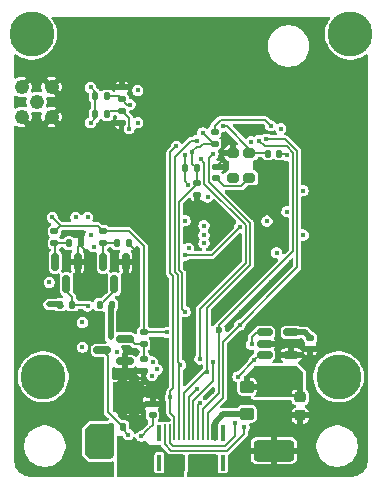
<source format=gbr>
%TF.GenerationSoftware,KiCad,Pcbnew,9.0.0*%
%TF.CreationDate,2025-11-27T12:56:11-07:00*%
%TF.ProjectId,OSS-Radio_2M70CM,4f53532d-5261-4646-996f-5f324d373043,rev?*%
%TF.SameCoordinates,Original*%
%TF.FileFunction,Copper,L4,Bot*%
%TF.FilePolarity,Positive*%
%FSLAX46Y46*%
G04 Gerber Fmt 4.6, Leading zero omitted, Abs format (unit mm)*
G04 Created by KiCad (PCBNEW 9.0.0) date 2025-11-27 12:56:11*
%MOMM*%
%LPD*%
G01*
G04 APERTURE LIST*
G04 Aperture macros list*
%AMRoundRect*
0 Rectangle with rounded corners*
0 $1 Rounding radius*
0 $2 $3 $4 $5 $6 $7 $8 $9 X,Y pos of 4 corners*
0 Add a 4 corners polygon primitive as box body*
4,1,4,$2,$3,$4,$5,$6,$7,$8,$9,$2,$3,0*
0 Add four circle primitives for the rounded corners*
1,1,$1+$1,$2,$3*
1,1,$1+$1,$4,$5*
1,1,$1+$1,$6,$7*
1,1,$1+$1,$8,$9*
0 Add four rect primitives between the rounded corners*
20,1,$1+$1,$2,$3,$4,$5,0*
20,1,$1+$1,$4,$5,$6,$7,0*
20,1,$1+$1,$6,$7,$8,$9,0*
20,1,$1+$1,$8,$9,$2,$3,0*%
G04 Aperture macros list end*
%TA.AperFunction,ComponentPad*%
%ADD10C,3.800000*%
%TD*%
%TA.AperFunction,HeatsinkPad*%
%ADD11C,0.500000*%
%TD*%
%TA.AperFunction,HeatsinkPad*%
%ADD12R,2.500000X2.500000*%
%TD*%
%TA.AperFunction,ComponentPad*%
%ADD13C,1.240000*%
%TD*%
%TA.AperFunction,SMDPad,CuDef*%
%ADD14R,0.127000X1.320800*%
%TD*%
%TA.AperFunction,SMDPad,CuDef*%
%ADD15R,0.355600X1.320800*%
%TD*%
%TA.AperFunction,SMDPad,CuDef*%
%ADD16RoundRect,0.135000X0.185000X-0.135000X0.185000X0.135000X-0.185000X0.135000X-0.185000X-0.135000X0*%
%TD*%
%TA.AperFunction,SMDPad,CuDef*%
%ADD17RoundRect,0.135000X0.135000X0.185000X-0.135000X0.185000X-0.135000X-0.185000X0.135000X-0.185000X0*%
%TD*%
%TA.AperFunction,SMDPad,CuDef*%
%ADD18RoundRect,0.150000X-0.150000X0.587500X-0.150000X-0.587500X0.150000X-0.587500X0.150000X0.587500X0*%
%TD*%
%TA.AperFunction,SMDPad,CuDef*%
%ADD19RoundRect,0.150000X-0.512500X-0.150000X0.512500X-0.150000X0.512500X0.150000X-0.512500X0.150000X0*%
%TD*%
%TA.AperFunction,SMDPad,CuDef*%
%ADD20RoundRect,0.140000X-0.170000X0.140000X-0.170000X-0.140000X0.170000X-0.140000X0.170000X0.140000X0*%
%TD*%
%TA.AperFunction,SMDPad,CuDef*%
%ADD21RoundRect,0.225000X0.250000X-0.225000X0.250000X0.225000X-0.250000X0.225000X-0.250000X-0.225000X0*%
%TD*%
%TA.AperFunction,SMDPad,CuDef*%
%ADD22RoundRect,0.135000X-0.185000X0.135000X-0.185000X-0.135000X0.185000X-0.135000X0.185000X0.135000X0*%
%TD*%
%TA.AperFunction,SMDPad,CuDef*%
%ADD23RoundRect,0.135000X-0.135000X-0.185000X0.135000X-0.185000X0.135000X0.185000X-0.135000X0.185000X0*%
%TD*%
%TA.AperFunction,SMDPad,CuDef*%
%ADD24RoundRect,0.250000X0.350000X-0.275000X0.350000X0.275000X-0.350000X0.275000X-0.350000X-0.275000X0*%
%TD*%
%TA.AperFunction,SMDPad,CuDef*%
%ADD25RoundRect,0.140000X0.170000X-0.140000X0.170000X0.140000X-0.170000X0.140000X-0.170000X-0.140000X0*%
%TD*%
%TA.AperFunction,SMDPad,CuDef*%
%ADD26RoundRect,0.250000X-0.275000X-0.350000X0.275000X-0.350000X0.275000X0.350000X-0.275000X0.350000X0*%
%TD*%
%TA.AperFunction,SMDPad,CuDef*%
%ADD27RoundRect,0.200000X-0.300000X-0.200000X0.300000X-0.200000X0.300000X0.200000X-0.300000X0.200000X0*%
%TD*%
%TA.AperFunction,SMDPad,CuDef*%
%ADD28RoundRect,0.150000X0.587500X0.150000X-0.587500X0.150000X-0.587500X-0.150000X0.587500X-0.150000X0*%
%TD*%
%TA.AperFunction,SMDPad,CuDef*%
%ADD29RoundRect,0.140000X-0.140000X-0.170000X0.140000X-0.170000X0.140000X0.170000X-0.140000X0.170000X0*%
%TD*%
%TA.AperFunction,SMDPad,CuDef*%
%ADD30RoundRect,0.250000X-1.450000X-0.650000X1.450000X-0.650000X1.450000X0.650000X-1.450000X0.650000X0*%
%TD*%
%TA.AperFunction,ViaPad*%
%ADD31C,0.450000*%
%TD*%
%TA.AperFunction,ViaPad*%
%ADD32C,0.600000*%
%TD*%
%TA.AperFunction,Conductor*%
%ADD33C,0.200000*%
%TD*%
%TA.AperFunction,Conductor*%
%ADD34C,0.340000*%
%TD*%
%TA.AperFunction,Conductor*%
%ADD35C,0.500000*%
%TD*%
%TA.AperFunction,Conductor*%
%ADD36C,0.160000*%
%TD*%
G04 APERTURE END LIST*
D10*
%TO.P,H3,1*%
%TO.N,N/C*%
X137500000Y-111000000D03*
%TD*%
%TO.P,H2,1*%
%TO.N,N/C*%
X136500000Y-82000000D03*
%TD*%
%TO.P,H1,1*%
%TO.N,N/C*%
X163500000Y-82000000D03*
%TD*%
%TO.P,H4,1*%
%TO.N,N/C*%
X162500000Y-111000000D03*
%TD*%
D11*
%TO.P,U4,21,EP*%
%TO.N,GND*%
X145700000Y-111737500D03*
X144700000Y-111737500D03*
X143700000Y-111737500D03*
X145700000Y-112737500D03*
X144700000Y-112737500D03*
D12*
X144700000Y-112737500D03*
D11*
X143700000Y-112737500D03*
X145700000Y-113737500D03*
X144700000Y-113737500D03*
X143700000Y-113737500D03*
%TD*%
D13*
%TO.P,AE2,1,A*%
%TO.N,Net-(AE2-A)*%
X136919874Y-87750000D03*
%TO.P,AE2,2,Shield*%
%TO.N,GND*%
X138189874Y-89020000D03*
X138189874Y-86480000D03*
X135649874Y-89020000D03*
X135649874Y-86480000D03*
%TD*%
D14*
%TO.P,J1,1,1*%
%TO.N,Net-(FB1-Pad1)*%
X152200001Y-115717300D03*
%TO.P,J1,2,2*%
%TO.N,GND*%
X152200001Y-118282700D03*
%TO.P,J1,3,3*%
%TO.N,Net-(FB1-Pad1)*%
X151799999Y-115717300D03*
%TO.P,J1,4,4*%
%TO.N,GND*%
X151799999Y-118282700D03*
%TO.P,J1,5,5*%
%TO.N,RF_GPIO3*%
X151400000Y-115717300D03*
%TO.P,J1,6,6*%
%TO.N,GND*%
X151400000Y-118282700D03*
%TO.P,J1,7,7*%
%TO.N,RF_GPIO2*%
X151000001Y-115717300D03*
%TO.P,J1,8,8*%
%TO.N,GND*%
X151000001Y-118282700D03*
%TO.P,J1,9,9*%
%TO.N,RF_GPIO1*%
X150599999Y-115717300D03*
%TO.P,J1,10,10*%
%TO.N,GND*%
X150599999Y-118282700D03*
%TO.P,J1,11,11*%
%TO.N,RF_GPIO0*%
X150200000Y-115717300D03*
%TO.P,J1,12,12*%
%TO.N,GND*%
X150200000Y-118282700D03*
%TO.P,J1,13,13*%
%TO.N,RF_SEL*%
X149800000Y-115717300D03*
%TO.P,J1,14,14*%
%TO.N,GND*%
X149800000Y-118282700D03*
%TO.P,J1,15,15*%
%TO.N,RF_SDO*%
X149400001Y-115717300D03*
%TO.P,J1,16,16*%
%TO.N,Net-(FB2-Pad2)*%
X149400001Y-118282700D03*
%TO.P,J1,17,17*%
%TO.N,RF_SDI*%
X148999999Y-115717300D03*
%TO.P,J1,18,18*%
%TO.N,Net-(FB2-Pad2)*%
X148999999Y-118282700D03*
%TO.P,J1,19,19*%
%TO.N,RF_SCLK*%
X148600000Y-115717300D03*
%TO.P,J1,20,20*%
%TO.N,Net-(FB2-Pad2)*%
X148600000Y-118282700D03*
%TO.P,J1,21,21*%
%TO.N,I2C_SCL*%
X148200001Y-115717300D03*
%TO.P,J1,22,22*%
%TO.N,Net-(FB2-Pad2)*%
X148200001Y-118282700D03*
%TO.P,J1,23,23*%
%TO.N,I2C_SDA*%
X147799999Y-115717300D03*
%TO.P,J1,24,24*%
%TO.N,Net-(FB2-Pad2)*%
X147799999Y-118282700D03*
D15*
%TO.P,J1,25*%
%TO.N,N/C*%
X147325000Y-118278890D03*
%TO.P,J1,26*%
X152675000Y-118278890D03*
%TO.P,J1,27*%
X147325000Y-115721110D03*
%TO.P,J1,28*%
X152675000Y-115721110D03*
%TD*%
D16*
%TO.P,R22,1*%
%TO.N,PA_ST1_DISABLE*%
X142520000Y-99697500D03*
%TO.P,R22,2*%
%TO.N,RF_GPIO1*%
X142520000Y-98677500D03*
%TD*%
D17*
%TO.P,R18,1*%
%TO.N,TX_SW*%
X142910000Y-88753300D03*
%TO.P,R18,2*%
%TO.N,3V3*%
X141890000Y-88753300D03*
%TD*%
%TO.P,R10,1*%
%TO.N,GND*%
X140700000Y-99687500D03*
%TO.P,R10,2*%
%TO.N,PA_ST2_DISABLE*%
X139680000Y-99687500D03*
%TD*%
D18*
%TO.P,Q1,1,G*%
%TO.N,PA_ST1_DISABLE*%
X142570000Y-101275000D03*
%TO.P,Q1,2,S*%
%TO.N,GND*%
X144470000Y-101275000D03*
%TO.P,Q1,3,D*%
%TO.N,Net-(Q1-D)*%
X143520000Y-103150000D03*
%TD*%
D17*
%TO.P,R11,1*%
%TO.N,GND*%
X144780000Y-99687500D03*
%TO.P,R11,2*%
%TO.N,PA_ST1_DISABLE*%
X143760000Y-99687500D03*
%TD*%
D19*
%TO.P,U6,1,SCL*%
%TO.N,I2C_SCL*%
X156225000Y-109150000D03*
%TO.P,U6,2,GND*%
%TO.N,GND*%
X156225000Y-108200000D03*
%TO.P,U6,3,SDA*%
%TO.N,I2C_SDA*%
X156225000Y-107250000D03*
%TO.P,U6,4,VCC*%
%TO.N,3V3*%
X158500000Y-107250000D03*
%TO.P,U6,5,WP*%
%TO.N,GND*%
X158500000Y-109150000D03*
%TD*%
D20*
%TO.P,C59,1*%
%TO.N,GND*%
X152125000Y-93220000D03*
%TO.P,C59,2*%
%TO.N,3V3*%
X152125000Y-94180000D03*
%TD*%
%TO.P,C20,1*%
%TO.N,3V3*%
X160112500Y-107720000D03*
%TO.P,C20,2*%
%TO.N,GND*%
X160112500Y-108680000D03*
%TD*%
D21*
%TO.P,C23,1*%
%TO.N,GND*%
X159250000Y-114275000D03*
%TO.P,C23,2*%
%TO.N,3V3*%
X159250000Y-112725000D03*
%TD*%
D22*
%TO.P,R23,1*%
%TO.N,RF_GPIO1*%
X138440000Y-98677500D03*
%TO.P,R23,2*%
%TO.N,PA_ST2_DISABLE*%
X138440000Y-99697500D03*
%TD*%
D16*
%TO.P,R25,1*%
%TO.N,RF_GPIO0*%
X152000000Y-91260000D03*
%TO.P,R25,2*%
%TO.N,Net-(U5-~{RESET})*%
X152000000Y-90240000D03*
%TD*%
%TO.P,R27,1*%
%TO.N,Net-(Q3-G)*%
X146000000Y-108260000D03*
%TO.P,R27,2*%
%TO.N,RF_GPIO1*%
X146000000Y-107240000D03*
%TD*%
D18*
%TO.P,Q2,1,G*%
%TO.N,PA_ST2_DISABLE*%
X138500000Y-101275000D03*
%TO.P,Q2,2,S*%
%TO.N,GND*%
X140400000Y-101275000D03*
%TO.P,Q2,3,D*%
%TO.N,Net-(Q2-D)*%
X139450000Y-103150000D03*
%TD*%
D22*
%TO.P,R21,1*%
%TO.N,GND*%
X144150000Y-86493300D03*
%TO.P,R21,2*%
%TO.N,Net-(U7-ENABLE)*%
X144150000Y-87513300D03*
%TD*%
D23*
%TO.P,R26,1*%
%TO.N,V_BAT*%
X143240000Y-115250000D03*
%TO.P,R26,2*%
%TO.N,ENABLE_5V_RF*%
X144260000Y-115250000D03*
%TD*%
%TO.P,R13,1*%
%TO.N,3V3*%
X149490000Y-93350000D03*
%TO.P,R13,2*%
%TO.N,RF_GPIO0*%
X150510000Y-93350000D03*
%TD*%
D24*
%TO.P,FB1,1*%
%TO.N,Net-(FB1-Pad1)*%
X154750000Y-114150000D03*
%TO.P,FB1,2*%
%TO.N,3V3*%
X154750000Y-111850000D03*
%TD*%
D17*
%TO.P,R9,1*%
%TO.N,Net-(Q2-D)*%
X139950000Y-104900000D03*
%TO.P,R9,2*%
%TO.N,5V_RF*%
X138930000Y-104900000D03*
%TD*%
D25*
%TO.P,C15,1*%
%TO.N,Net-(U4-NR)*%
X146750000Y-114230000D03*
%TO.P,C15,2*%
%TO.N,GND*%
X146750000Y-113270000D03*
%TD*%
D22*
%TO.P,R14,1*%
%TO.N,RF_GPIO0*%
X150500000Y-94590000D03*
%TO.P,R14,2*%
%TO.N,GND*%
X150500000Y-95610000D03*
%TD*%
D26*
%TO.P,FB2,1*%
%TO.N,V_BAT*%
X142600000Y-117000000D03*
%TO.P,FB2,2*%
%TO.N,Net-(FB2-Pad2)*%
X144900000Y-117000000D03*
%TD*%
D16*
%TO.P,R19,1*%
%TO.N,GND*%
X144150000Y-89513300D03*
%TO.P,R19,2*%
%TO.N,TX_SW*%
X144150000Y-88493300D03*
%TD*%
D27*
%TO.P,Y4,1,GND*%
%TO.N,unconnected-(Y4-GND-Pad1)*%
X153550000Y-94150000D03*
%TO.P,Y4,2,GND*%
%TO.N,GND*%
X153550000Y-92050000D03*
%TO.P,Y4,3,OUT*%
%TO.N,Net-(Y4-OUT)*%
X154950000Y-92050000D03*
%TO.P,Y4,4,Vcc*%
%TO.N,3V3*%
X154950000Y-94150000D03*
%TD*%
D28*
%TO.P,Q3,1,G*%
%TO.N,Net-(Q3-G)*%
X144375000Y-107800000D03*
%TO.P,Q3,2,S*%
%TO.N,GND*%
X144375000Y-109700000D03*
%TO.P,Q3,3,D*%
%TO.N,ENABLE_5V_RF*%
X142500000Y-108750000D03*
%TD*%
D17*
%TO.P,R20,1*%
%TO.N,Net-(U7-ENABLE)*%
X142910000Y-87253300D03*
%TO.P,R20,2*%
%TO.N,3V3*%
X141890000Y-87253300D03*
%TD*%
D29*
%TO.P,C58,1*%
%TO.N,Net-(Y4-OUT)*%
X156520000Y-92100000D03*
%TO.P,C58,2*%
%TO.N,Net-(U5-EXT_XOSC)*%
X157480000Y-92100000D03*
%TD*%
D23*
%TO.P,R8,1*%
%TO.N,Net-(Q1-D)*%
X142260000Y-104900000D03*
%TO.P,R8,2*%
%TO.N,5V_RF*%
X143280000Y-104900000D03*
%TD*%
D30*
%TO.P,TP24,1,1*%
%TO.N,GND*%
X157000000Y-117250000D03*
%TD*%
D22*
%TO.P,R28,1*%
%TO.N,Net-(Q3-G)*%
X146000000Y-109490000D03*
%TO.P,R28,2*%
%TO.N,GND*%
X146000000Y-110510000D03*
%TD*%
D31*
%TO.N,GND*%
X135250000Y-103000000D03*
X164500000Y-93000000D03*
X135250000Y-91000000D03*
X146500000Y-86500000D03*
X150500000Y-84500000D03*
X142375000Y-110375000D03*
X144250000Y-97500000D03*
X139000000Y-95000000D03*
X141000000Y-110000000D03*
X151000000Y-81000000D03*
X148500000Y-86500000D03*
X137000000Y-89000000D03*
X139000000Y-93000000D03*
X152500000Y-97250000D03*
X161000000Y-113500000D03*
X139500000Y-101000000D03*
X141000000Y-83000000D03*
X160200000Y-100750000D03*
X153000000Y-81000000D03*
X161000000Y-106000000D03*
X143000000Y-119000000D03*
X146500000Y-99500000D03*
X156500000Y-119000000D03*
X149750000Y-111250000D03*
X161000000Y-92000000D03*
X135250000Y-109250000D03*
X140000000Y-86000000D03*
X161250000Y-96000000D03*
X135500000Y-87750000D03*
X153432089Y-108032089D03*
X156300000Y-88100000D03*
X159500000Y-103000000D03*
X164500000Y-87000000D03*
X150250000Y-104250000D03*
X144250000Y-95500000D03*
X139000000Y-81000000D03*
X163000000Y-92500000D03*
X155000000Y-83000000D03*
X137000000Y-85000000D03*
X163000000Y-106000000D03*
X154250000Y-105500000D03*
X162500000Y-103000000D03*
X160000000Y-91000000D03*
X137000000Y-91000000D03*
X135250000Y-97000000D03*
X158500000Y-115500000D03*
X163000000Y-102000000D03*
X151900000Y-99700000D03*
X144250000Y-91500000D03*
X137000000Y-95000000D03*
X153500000Y-109750000D03*
X140477901Y-104312280D03*
X163000000Y-108000000D03*
X145250000Y-98250000D03*
X163000000Y-96250000D03*
X162625000Y-91250000D03*
X137500000Y-106900000D03*
X155000000Y-102500000D03*
X152526710Y-92004999D03*
X146500000Y-84500000D03*
X149125000Y-88500000D03*
X155500000Y-119000000D03*
X163250000Y-101000000D03*
X154500000Y-118250000D03*
X139000000Y-114000000D03*
X151750000Y-103500000D03*
X139250000Y-99000000D03*
X163000000Y-87000000D03*
X152500000Y-84500000D03*
X139000000Y-85000000D03*
X145250000Y-102500000D03*
X147000000Y-101000000D03*
X135250000Y-105000000D03*
X163000000Y-93750000D03*
X147600000Y-98800000D03*
X142500000Y-106000000D03*
X147750000Y-109375000D03*
X147000000Y-97000000D03*
X160985000Y-103000000D03*
X154500000Y-119000000D03*
X151500000Y-119275000D03*
X162000000Y-90250000D03*
X164500000Y-103000000D03*
X136000000Y-114000000D03*
X149500000Y-109125000D03*
X141000000Y-96000000D03*
X151000000Y-83000000D03*
X154500000Y-85000000D03*
X147000000Y-93000000D03*
X145000000Y-83000000D03*
X151750000Y-112250000D03*
X141000000Y-89000000D03*
X135250000Y-101000000D03*
X161250000Y-97500000D03*
X141000000Y-94000000D03*
X156500000Y-93500000D03*
X142125000Y-90500000D03*
X164500000Y-101000000D03*
X147000000Y-103000000D03*
X143250000Y-84750000D03*
X164500000Y-89000000D03*
X139000000Y-91000000D03*
X142250000Y-103125000D03*
X153500000Y-119000000D03*
X161250000Y-89250000D03*
X141000000Y-92000000D03*
X135250000Y-107000000D03*
X155000000Y-81000000D03*
X153250000Y-113250000D03*
X159000000Y-106000000D03*
X158250000Y-89250000D03*
X156000000Y-100750000D03*
X161000000Y-85000000D03*
X135250000Y-93000000D03*
X157500000Y-119000000D03*
X156750000Y-103000000D03*
X141000000Y-119000000D03*
X161250000Y-93000000D03*
X156500000Y-86000000D03*
X158500000Y-87000000D03*
X158500000Y-101250000D03*
X144500000Y-106375000D03*
X140000000Y-89000000D03*
X137000000Y-103000000D03*
X164500000Y-97000000D03*
X156500000Y-94500000D03*
X161000000Y-87000000D03*
X141000000Y-114000000D03*
X164500000Y-99000000D03*
X137000000Y-105000000D03*
X156500000Y-115500000D03*
X153000000Y-83000000D03*
X144500000Y-84500000D03*
X164000000Y-113500000D03*
X163000000Y-104000000D03*
X154500000Y-95500000D03*
X164500000Y-95000000D03*
X156500000Y-95500000D03*
X163000000Y-89000000D03*
X163000000Y-97500000D03*
X163000000Y-95000000D03*
X155500000Y-95500000D03*
X164500000Y-91000000D03*
X152500000Y-86600000D03*
X153750000Y-103750000D03*
X148500000Y-84500000D03*
X161250000Y-98750000D03*
X144250000Y-90500000D03*
X149600000Y-101500000D03*
X137000000Y-101000000D03*
X163000000Y-98750000D03*
X157000000Y-106000000D03*
X143000000Y-83000000D03*
X141000000Y-112000000D03*
X137000000Y-86500000D03*
X147375000Y-106125000D03*
X152500000Y-105000000D03*
X159500000Y-119000000D03*
X150500000Y-86500000D03*
X164500000Y-85000000D03*
X137000000Y-99000000D03*
X139969423Y-89997634D03*
X158500000Y-119000000D03*
X147500000Y-90250000D03*
X140625000Y-105425000D03*
X155900000Y-90100000D03*
X151400000Y-97100000D03*
X141250000Y-101625000D03*
X139000000Y-83000000D03*
X135250000Y-99000000D03*
X142500000Y-85500000D03*
X144800000Y-86500000D03*
X135250000Y-95000000D03*
X142770000Y-103712500D03*
X144250000Y-93500000D03*
X161250000Y-94500000D03*
X160875000Y-99750000D03*
X150000000Y-119275000D03*
X147800000Y-114600000D03*
X154400000Y-87100000D03*
X153500000Y-118250000D03*
X147000000Y-83000000D03*
X152750000Y-90495000D03*
X149000000Y-83000000D03*
X151300000Y-101500000D03*
X137000000Y-93000000D03*
X153900000Y-100300000D03*
X145250000Y-104000000D03*
X147000000Y-95000000D03*
X161000000Y-81000000D03*
X148000000Y-111750000D03*
X163000000Y-85000000D03*
X154134000Y-99200000D03*
X159900000Y-88000000D03*
X147750000Y-102500000D03*
X149500000Y-106250000D03*
%TO.N,5V_RF*%
X140800000Y-106400000D03*
X146700000Y-110900000D03*
X138000000Y-103000000D03*
X140250000Y-97500000D03*
X146750000Y-109750000D03*
X138000000Y-104875000D03*
X147125000Y-110375000D03*
X143186500Y-107624014D03*
X143750000Y-108875000D03*
X141250000Y-97500000D03*
X141750000Y-100000000D03*
X140800000Y-108500000D03*
X141500000Y-99000000D03*
%TO.N,Net-(U4-NR)*%
X145793652Y-116023896D03*
%TO.N,V_BAT*%
X142250000Y-115500000D03*
X143250000Y-116000000D03*
X141500000Y-116250000D03*
X141500000Y-115500000D03*
%TO.N,3V3*%
X159625000Y-107250000D03*
X151100000Y-99000000D03*
X141500000Y-86500000D03*
X141500000Y-89500000D03*
X158000000Y-112500000D03*
X149800000Y-100100000D03*
X149504999Y-92250000D03*
X151100000Y-99700000D03*
X159500000Y-95250000D03*
X151400000Y-95775000D03*
X149500000Y-97800000D03*
X155750000Y-112500000D03*
X151100000Y-98200000D03*
X158875000Y-111500000D03*
X157600000Y-90000000D03*
X155087654Y-91095190D03*
X145500000Y-89500000D03*
X156433369Y-97816631D03*
X149750000Y-94725000D03*
X155125000Y-110750000D03*
X158875000Y-110625000D03*
X159511000Y-99000000D03*
X157240000Y-100500000D03*
X158126000Y-97037500D03*
X145500000Y-86750000D03*
%TO.N,Net-(Y4-OUT)*%
X152750000Y-89775000D03*
%TO.N,Net-(U5-EXT_XOSC)*%
X158125000Y-92250000D03*
%TO.N,RF_GPIO2*%
X155736628Y-91000000D03*
D32*
X152350468Y-107000000D03*
D31*
%TO.N,RF_SEL*%
X150500000Y-112000000D03*
X150769649Y-109486901D03*
X150812000Y-92605000D03*
%TO.N,RF_GPIO1*%
X138250000Y-97500000D03*
X148001000Y-107250000D03*
X150750000Y-113250000D03*
%TO.N,RF_GPIO0*%
X151845468Y-109750000D03*
X149504999Y-105500000D03*
X150107059Y-92005000D03*
X151000000Y-90350000D03*
%TO.N,RF_SDI*%
X149105000Y-110000000D03*
X150500000Y-91000000D03*
%TO.N,RF_SCLK*%
X148250000Y-112750000D03*
X148750000Y-91500000D03*
%TO.N,RF_GPIO3*%
X154125000Y-106625000D03*
X156372436Y-90864911D03*
%TO.N,I2C_SCL*%
X153975000Y-111000000D03*
X155362500Y-109612500D03*
X153750000Y-114925000D03*
%TO.N,I2C_SDA*%
X155137500Y-108255756D03*
X154500000Y-115250000D03*
%TO.N,RF_SDO*%
X151375000Y-110625000D03*
X151885459Y-92114541D03*
%TO.N,Net-(Q2-D)*%
X141250000Y-105000000D03*
%TO.N,ENABLE_5V_RF*%
X144700000Y-115900000D03*
%TO.N,TX_SW*%
X154112645Y-98337355D03*
X144772153Y-90000866D03*
X149477000Y-100709796D03*
%TO.N,Net-(U7-ENABLE)*%
X144835090Y-87952542D03*
%TO.N,Net-(U5-~{RESET})*%
X156750000Y-89750000D03*
%TD*%
D33*
%TO.N,GND*%
X140400000Y-99987500D02*
X140700000Y-99687500D01*
X144780000Y-99780000D02*
X145375000Y-100375000D01*
X145375000Y-101125000D02*
X145225000Y-101275000D01*
X145375000Y-100375000D02*
X145375000Y-101125000D01*
X140400000Y-101275000D02*
X140400000Y-99987500D01*
X152571711Y-92050000D02*
X152526710Y-92004999D01*
D34*
X151535290Y-119310290D02*
X153189710Y-119310290D01*
D33*
X140700000Y-99950000D02*
X141250000Y-100500000D01*
X152526710Y-92818290D02*
X152526710Y-92004999D01*
X140700000Y-99687500D02*
X140700000Y-99950000D01*
D34*
X153189710Y-119310290D02*
X153500000Y-119000000D01*
X151500000Y-119275000D02*
X151535290Y-119310290D01*
D33*
X153550000Y-92050000D02*
X152571711Y-92050000D01*
X145225000Y-101275000D02*
X144470000Y-101275000D01*
X152125000Y-93220000D02*
X152526710Y-92818290D01*
D35*
%TO.N,5V_RF*%
X143280000Y-104900000D02*
X143186500Y-104993500D01*
X143186500Y-104993500D02*
X143186500Y-107624014D01*
X138000000Y-104875000D02*
X138905000Y-104875000D01*
X138905000Y-104875000D02*
X138930000Y-104900000D01*
X139000000Y-104970000D02*
X138930000Y-104900000D01*
D33*
%TO.N,Net-(U4-NR)*%
X145793652Y-116023896D02*
X145820804Y-116023896D01*
X146750000Y-115094700D02*
X146750000Y-114230000D01*
X145820804Y-116023896D02*
X146315740Y-115528960D01*
X146315740Y-115528960D02*
X146472350Y-115372350D01*
X146472350Y-115372350D02*
X146750000Y-115094700D01*
D35*
%TO.N,3V3*%
X158500000Y-107250000D02*
X159625000Y-107250000D01*
D33*
X149490000Y-93350000D02*
X149490000Y-94465000D01*
X141500000Y-89500000D02*
X141890000Y-89110000D01*
D35*
X159625000Y-107250000D02*
X159642500Y-107250000D01*
D33*
X152125000Y-94180000D02*
X152796000Y-94851000D01*
X141890000Y-89110000D02*
X141890000Y-88753300D01*
X152796000Y-94851000D02*
X154249000Y-94851000D01*
X141890000Y-87253300D02*
X141890000Y-88753300D01*
X141500000Y-86500000D02*
X141890000Y-86890000D01*
X149504999Y-92250000D02*
X149504999Y-93114999D01*
D35*
X159642500Y-107250000D02*
X160112500Y-107720000D01*
D33*
X154249000Y-94851000D02*
X154950000Y-94150000D01*
X141890000Y-86890000D02*
X141890000Y-87253300D01*
X149490000Y-94465000D02*
X149750000Y-94725000D01*
%TO.N,Net-(Y4-OUT)*%
X154950000Y-91700000D02*
X154950000Y-92050000D01*
D36*
X154950000Y-92050000D02*
X156470000Y-92050000D01*
D33*
X152750000Y-89775000D02*
X153025000Y-89775000D01*
X153025000Y-89775000D02*
X154950000Y-91700000D01*
%TO.N,Net-(U5-EXT_XOSC)*%
X157480000Y-92100000D02*
X157975000Y-92100000D01*
X157975000Y-92100000D02*
X158125000Y-92250000D01*
D35*
%TO.N,Net-(FB1-Pad1)*%
X154750000Y-114150000D02*
X152750000Y-114150000D01*
X152000000Y-114900000D02*
X152000000Y-116150000D01*
X152750000Y-114150000D02*
X152000000Y-114900000D01*
D36*
%TO.N,RF_GPIO2*%
X158631000Y-100369000D02*
X152350468Y-106649532D01*
X158631000Y-92040407D02*
X158631000Y-100369000D01*
X152350468Y-112399532D02*
X151000001Y-113749999D01*
X152350468Y-106649532D02*
X152350468Y-107000000D01*
X158090593Y-91500000D02*
X158631000Y-92040407D01*
X155736628Y-91000000D02*
X156236628Y-91500000D01*
X152350468Y-107000000D02*
X152350468Y-112399532D01*
X151000001Y-113749999D02*
X151000001Y-115717300D01*
X156236628Y-91500000D02*
X158090593Y-91500000D01*
%TO.N,RF_SEL*%
X150500000Y-112000000D02*
X149800000Y-112700000D01*
X151139000Y-92932000D02*
X151139000Y-94649532D01*
X149800000Y-115717300D02*
X149800000Y-112700000D01*
X151139000Y-94649532D02*
X154639000Y-98149532D01*
X154639000Y-98149532D02*
X154639000Y-101350468D01*
X154639000Y-101350468D02*
X150750000Y-105239468D01*
X150750000Y-109467252D02*
X150769649Y-109486901D01*
X150750000Y-105239468D02*
X150750000Y-109467252D01*
X150812000Y-92605000D02*
X151139000Y-92932000D01*
D33*
%TO.N,RF_GPIO1*%
X139000000Y-98250000D02*
X138867500Y-98250000D01*
X146000000Y-99967160D02*
X144710340Y-98677500D01*
D36*
X150599999Y-113400001D02*
X150750000Y-113250000D01*
D33*
X138867500Y-98250000D02*
X138440000Y-98677500D01*
X142520000Y-98677500D02*
X142092500Y-98250000D01*
X146000000Y-106700000D02*
X146000000Y-99967160D01*
X146000000Y-106700000D02*
X146000000Y-107240000D01*
X146010000Y-107250000D02*
X146000000Y-107240000D01*
D36*
X150599999Y-115717300D02*
X150599999Y-113400001D01*
D33*
X148001000Y-107250000D02*
X146010000Y-107250000D01*
X142092500Y-98250000D02*
X139000000Y-98250000D01*
X138250000Y-97500000D02*
X139000000Y-98250000D01*
X144710340Y-98677500D02*
X142520000Y-98677500D01*
D36*
%TO.N,RF_GPIO0*%
X150500000Y-94697946D02*
X148972000Y-96225946D01*
X151881000Y-111369000D02*
X151881000Y-109785532D01*
D33*
X150107059Y-92947059D02*
X150510000Y-93350000D01*
D36*
X149228000Y-102206936D02*
X149228000Y-105250000D01*
X148972000Y-96225946D02*
X148972000Y-101950938D01*
X150107059Y-91892941D02*
X150494000Y-91506000D01*
X149016531Y-101995469D02*
X149228000Y-102206936D01*
X150200000Y-113050000D02*
X151881000Y-111369000D01*
X150500000Y-94590000D02*
X150500000Y-94697946D01*
D33*
X150107059Y-92005000D02*
X150107059Y-92947059D01*
D36*
X150200000Y-115717300D02*
X150200000Y-113050000D01*
X149478000Y-105500000D02*
X149504999Y-105500000D01*
D33*
X151910000Y-91260000D02*
X151000000Y-90350000D01*
D36*
X148972000Y-101950938D02*
X149016531Y-101995468D01*
X150107059Y-92005000D02*
X150107059Y-91892941D01*
D33*
X150510000Y-93350000D02*
X150510000Y-94580000D01*
D36*
X150744000Y-91506000D02*
X150990000Y-91260000D01*
X150494000Y-91506000D02*
X150744000Y-91506000D01*
X151881000Y-109785532D02*
X151845468Y-109750000D01*
X149016531Y-101995468D02*
X149016531Y-101995469D01*
X150990000Y-91260000D02*
X152000000Y-91260000D01*
X149228000Y-105250000D02*
X149478000Y-105500000D01*
%TO.N,RF_SDI*%
X150500000Y-91000000D02*
X150000000Y-91000000D01*
X148611000Y-92389000D02*
X148611000Y-102100468D01*
X148867000Y-108640875D02*
X148867000Y-108939939D01*
X148867000Y-109762000D02*
X149105000Y-110000000D01*
X148867000Y-102655532D02*
X148867000Y-108640875D01*
X148867000Y-102356469D02*
X148867000Y-102367000D01*
X148611000Y-102100468D02*
X148867000Y-102356468D01*
X150000000Y-91000000D02*
X148611000Y-92389000D01*
X148999999Y-110105001D02*
X148999999Y-115717300D01*
X148867000Y-102356468D02*
X148867000Y-102356469D01*
X149105000Y-110000000D02*
X148999999Y-110105001D01*
X148867000Y-102367000D02*
X148867000Y-102655532D01*
X148867000Y-108939939D02*
X148867000Y-109762000D01*
%TO.N,RF_SCLK*%
X148250000Y-102250000D02*
X148250000Y-92000000D01*
X148250000Y-92000000D02*
X148750000Y-91500000D01*
X148600000Y-115717300D02*
X148600000Y-114384407D01*
X148506000Y-111959593D02*
X148506000Y-102506000D01*
X148506000Y-102506000D02*
X148250000Y-102250000D01*
X148600000Y-114384407D02*
X148250000Y-114034407D01*
X148250000Y-112215593D02*
X148506000Y-111959593D01*
X148250000Y-114034407D02*
X148250000Y-112215593D01*
%TO.N,RF_GPIO3*%
X156372436Y-90863388D02*
X156409048Y-90900000D01*
X151400000Y-114100000D02*
X151400000Y-115717300D01*
X152711468Y-112788532D02*
X151400000Y-114100000D01*
X158001126Y-90900000D02*
X159006000Y-91904874D01*
X156409048Y-90900000D02*
X158001126Y-90900000D01*
X159006000Y-91904874D02*
X159006000Y-95028407D01*
X158994000Y-95459593D02*
X159006000Y-95471593D01*
X158994000Y-95040407D02*
X158994000Y-95459593D01*
X152711468Y-108038532D02*
X152711468Y-112788532D01*
X159006000Y-95471593D02*
X159006000Y-101744000D01*
X159006000Y-101744000D02*
X152711468Y-108038532D01*
X159006000Y-95028407D02*
X158994000Y-95040407D01*
X156372436Y-90864911D02*
X156372436Y-90863388D01*
D33*
%TO.N,I2C_SCL*%
X155362500Y-109612500D02*
X155825000Y-109150000D01*
X153975000Y-111000000D02*
X155362500Y-109612500D01*
D36*
X148200001Y-115717300D02*
X148200001Y-116603201D01*
X148485800Y-116889000D02*
X152907310Y-116889000D01*
X148200001Y-116603200D02*
X148485800Y-116889000D01*
X153750000Y-116046310D02*
X153750000Y-114925000D01*
X148200001Y-116603201D02*
X148200001Y-116603200D01*
X152907310Y-116889000D02*
X153750000Y-116046310D01*
%TO.N,I2C_SDA*%
X147799999Y-115717300D02*
X147799999Y-116713730D01*
X154500000Y-115806842D02*
X154500000Y-115250000D01*
X148336269Y-117250000D02*
X153056842Y-117250000D01*
X147799999Y-116713730D02*
X148336269Y-117250000D01*
D33*
X155137500Y-108255756D02*
X155137500Y-107675001D01*
X155562501Y-107250000D02*
X156225000Y-107250000D01*
X155137500Y-107675001D02*
X155562501Y-107250000D01*
D36*
X153056842Y-117250000D02*
X154500000Y-115806842D01*
%TO.N,RF_SDO*%
X151339468Y-105160532D02*
X155000000Y-101500000D01*
X151339468Y-110410532D02*
X151339468Y-105160532D01*
X149400001Y-115717300D02*
X149400001Y-112349999D01*
X151765266Y-92234734D02*
X151885459Y-92114541D01*
X151765266Y-92236049D02*
X151765266Y-92234734D01*
X155000000Y-98000000D02*
X151500000Y-94500000D01*
X151500000Y-92501315D02*
X151765266Y-92236049D01*
X151500000Y-94500000D02*
X151500000Y-92501315D01*
X155000000Y-101500000D02*
X155000000Y-98000000D01*
X149400001Y-112349999D02*
X151339468Y-110410532D01*
X151375000Y-110625000D02*
X151267468Y-110517468D01*
D33*
%TO.N,Net-(Q1-D)*%
X142960660Y-104279000D02*
X142971000Y-104279000D01*
X142971000Y-104279000D02*
X143520000Y-103730000D01*
X142260000Y-104900000D02*
X142350000Y-104900000D01*
X142709000Y-104530660D02*
X142960660Y-104279000D01*
X142350000Y-104900000D02*
X142709000Y-104541000D01*
X143520000Y-103730000D02*
X143520000Y-103150000D01*
X142709000Y-104541000D02*
X142709000Y-104530660D01*
%TO.N,PA_ST1_DISABLE*%
X142570000Y-101275000D02*
X142570000Y-99747500D01*
X143760000Y-99687500D02*
X142530000Y-99687500D01*
%TO.N,Net-(Q2-D)*%
X139950000Y-104280000D02*
X139450000Y-103780000D01*
X141250000Y-105000000D02*
X141150000Y-104900000D01*
X141150000Y-104900000D02*
X139950000Y-104900000D01*
X139950000Y-104900000D02*
X139950000Y-104280000D01*
%TO.N,PA_ST2_DISABLE*%
X138500000Y-101275000D02*
X138500000Y-99757500D01*
X138440000Y-99697500D02*
X139670000Y-99697500D01*
%TO.N,ENABLE_5V_RF*%
X143000000Y-113990000D02*
X143000000Y-109250000D01*
X144260000Y-115250000D02*
X144260000Y-115460000D01*
X144260000Y-115460000D02*
X144700000Y-115900000D01*
X144260000Y-115250000D02*
X143000000Y-113990000D01*
X143000000Y-109250000D02*
X142500000Y-108750000D01*
%TO.N,Net-(Q3-G)*%
X146000000Y-109490000D02*
X146000000Y-108260000D01*
X145990000Y-108250000D02*
X145250000Y-108250000D01*
X145250000Y-108250000D02*
X144800000Y-107800000D01*
%TO.N,TX_SW*%
X144771000Y-89999713D02*
X144771000Y-89114300D01*
X144772153Y-90000866D02*
X144771000Y-89999713D01*
D36*
X154112645Y-98337355D02*
X154112645Y-98362355D01*
D33*
X144150000Y-88493300D02*
X143170000Y-88493300D01*
D36*
X151775000Y-100700000D02*
X149486796Y-100700000D01*
X149486796Y-100700000D02*
X149477000Y-100709796D01*
D33*
X143170000Y-88493300D02*
X142910000Y-88753300D01*
X144771000Y-89114300D02*
X144150000Y-88493300D01*
D36*
X154112645Y-98362355D02*
X151775000Y-100700000D01*
D33*
%TO.N,Net-(U7-ENABLE)*%
X144589242Y-87952542D02*
X144150000Y-87513300D01*
X143890000Y-87253300D02*
X144150000Y-87513300D01*
X144835090Y-87952542D02*
X144589242Y-87952542D01*
X142910000Y-87253300D02*
X143890000Y-87253300D01*
%TO.N,Net-(U5-~{RESET})*%
X156250000Y-89250000D02*
X152500000Y-89250000D01*
X156750000Y-89750000D02*
X156250000Y-89250000D01*
X152500000Y-89250000D02*
X152000000Y-89750000D01*
X152000000Y-89750000D02*
X152000000Y-90240000D01*
%TD*%
%TA.AperFunction,Conductor*%
%TO.N,GND*%
G36*
X161702137Y-80504500D02*
G01*
X161716312Y-80503656D01*
X161734996Y-80514148D01*
X161755553Y-80520185D01*
X161764850Y-80530914D01*
X161777232Y-80537868D01*
X161787277Y-80556796D01*
X161801308Y-80572989D01*
X161803328Y-80587043D01*
X161809985Y-80599586D01*
X161808202Y-80620937D01*
X161811252Y-80642147D01*
X161805240Y-80656420D01*
X161804172Y-80669213D01*
X161786890Y-80699986D01*
X161708094Y-80802674D01*
X161708083Y-80802690D01*
X161567140Y-81046809D01*
X161567135Y-81046820D01*
X161459259Y-81307256D01*
X161386295Y-81579560D01*
X161349500Y-81859041D01*
X161349500Y-82140958D01*
X161386295Y-82420439D01*
X161459259Y-82692743D01*
X161567135Y-82953179D01*
X161567140Y-82953190D01*
X161708083Y-83197309D01*
X161708088Y-83197317D01*
X161819292Y-83342240D01*
X161879704Y-83420970D01*
X162079029Y-83620295D01*
X162079033Y-83620298D01*
X162079035Y-83620300D01*
X162302683Y-83791912D01*
X162302690Y-83791916D01*
X162546809Y-83932859D01*
X162546814Y-83932861D01*
X162546817Y-83932863D01*
X162807261Y-84040742D01*
X163079558Y-84113704D01*
X163359049Y-84150500D01*
X163359056Y-84150500D01*
X163640944Y-84150500D01*
X163640951Y-84150500D01*
X163920442Y-84113704D01*
X164192739Y-84040742D01*
X164453183Y-83932863D01*
X164697317Y-83791912D01*
X164800013Y-83713109D01*
X164865182Y-83687915D01*
X164933627Y-83701953D01*
X164983617Y-83750767D01*
X164999500Y-83811485D01*
X164999500Y-117995572D01*
X164999184Y-118004418D01*
X164999184Y-118004419D01*
X164984869Y-118204557D01*
X164982351Y-118222068D01*
X164940646Y-118413787D01*
X164935662Y-118430763D01*
X164867090Y-118614609D01*
X164859740Y-118630701D01*
X164765711Y-118802904D01*
X164756146Y-118817789D01*
X164638558Y-118974867D01*
X164626972Y-118988237D01*
X164488237Y-119126972D01*
X164474867Y-119138558D01*
X164317789Y-119256146D01*
X164302904Y-119265711D01*
X164130701Y-119359740D01*
X164114609Y-119367090D01*
X163930763Y-119435662D01*
X163913787Y-119440646D01*
X163722068Y-119482351D01*
X163704557Y-119484869D01*
X163523779Y-119497799D01*
X163504417Y-119499184D01*
X163495572Y-119499500D01*
X153300000Y-119499500D01*
X153300000Y-117947844D01*
X155050000Y-117947844D01*
X155056401Y-118007372D01*
X155056403Y-118007379D01*
X155106645Y-118142086D01*
X155106649Y-118142093D01*
X155192809Y-118257187D01*
X155192812Y-118257190D01*
X155307906Y-118343350D01*
X155307913Y-118343354D01*
X155442620Y-118393596D01*
X155442627Y-118393598D01*
X155502155Y-118399999D01*
X155502172Y-118400000D01*
X156750000Y-118400000D01*
X157250000Y-118400000D01*
X158497828Y-118400000D01*
X158497844Y-118399999D01*
X158557372Y-118393598D01*
X158557379Y-118393596D01*
X158692086Y-118343354D01*
X158692093Y-118343350D01*
X158807187Y-118257190D01*
X158807190Y-118257187D01*
X158893350Y-118142093D01*
X158893354Y-118142086D01*
X158943596Y-118007379D01*
X158943598Y-118007372D01*
X158949999Y-117947844D01*
X158950000Y-117947827D01*
X158950000Y-117500000D01*
X157250000Y-117500000D01*
X157250000Y-118400000D01*
X156750000Y-118400000D01*
X156750000Y-117500000D01*
X155050000Y-117500000D01*
X155050000Y-117947844D01*
X153300000Y-117947844D01*
X153300000Y-117474240D01*
X154222085Y-116552155D01*
X155050000Y-116552155D01*
X155050000Y-117000000D01*
X156750000Y-117000000D01*
X157250000Y-117000000D01*
X158950000Y-117000000D01*
X158950000Y-116760258D01*
X160624500Y-116760258D01*
X160624500Y-116989741D01*
X160649446Y-117179215D01*
X160654452Y-117217238D01*
X160654453Y-117217240D01*
X160713842Y-117438887D01*
X160801650Y-117650876D01*
X160801657Y-117650890D01*
X160916392Y-117849617D01*
X161056081Y-118031661D01*
X161056089Y-118031670D01*
X161218330Y-118193911D01*
X161218338Y-118193918D01*
X161218339Y-118193919D01*
X161232203Y-118204557D01*
X161400382Y-118333607D01*
X161400385Y-118333608D01*
X161400388Y-118333611D01*
X161599112Y-118448344D01*
X161599117Y-118448346D01*
X161599123Y-118448349D01*
X161690480Y-118486190D01*
X161811113Y-118536158D01*
X162032762Y-118595548D01*
X162260266Y-118625500D01*
X162260273Y-118625500D01*
X162489727Y-118625500D01*
X162489734Y-118625500D01*
X162717238Y-118595548D01*
X162938887Y-118536158D01*
X163150888Y-118448344D01*
X163349612Y-118333611D01*
X163531661Y-118193919D01*
X163531665Y-118193914D01*
X163531670Y-118193911D01*
X163693911Y-118031670D01*
X163693914Y-118031665D01*
X163693919Y-118031661D01*
X163833611Y-117849612D01*
X163948344Y-117650888D01*
X164036158Y-117438887D01*
X164095548Y-117217238D01*
X164125500Y-116989734D01*
X164125500Y-116760266D01*
X164095548Y-116532762D01*
X164036158Y-116311113D01*
X163951364Y-116106403D01*
X163948349Y-116099123D01*
X163948346Y-116099117D01*
X163948344Y-116099112D01*
X163833611Y-115900388D01*
X163833608Y-115900385D01*
X163833607Y-115900382D01*
X163727072Y-115761545D01*
X163693919Y-115718339D01*
X163693918Y-115718338D01*
X163693911Y-115718330D01*
X163531670Y-115556089D01*
X163531661Y-115556081D01*
X163349617Y-115416392D01*
X163150890Y-115301657D01*
X163150876Y-115301650D01*
X162938887Y-115213842D01*
X162933931Y-115212514D01*
X162717238Y-115154452D01*
X162679215Y-115149446D01*
X162489741Y-115124500D01*
X162489734Y-115124500D01*
X162260266Y-115124500D01*
X162260258Y-115124500D01*
X162043715Y-115153009D01*
X162032762Y-115154452D01*
X162024533Y-115156657D01*
X161811112Y-115213842D01*
X161599123Y-115301650D01*
X161599109Y-115301657D01*
X161400382Y-115416392D01*
X161218338Y-115556081D01*
X161056081Y-115718338D01*
X160916392Y-115900382D01*
X160801657Y-116099109D01*
X160801650Y-116099123D01*
X160713842Y-116311112D01*
X160654453Y-116532759D01*
X160654451Y-116532770D01*
X160624500Y-116760258D01*
X158950000Y-116760258D01*
X158950000Y-116552172D01*
X158949999Y-116552155D01*
X158943598Y-116492627D01*
X158943596Y-116492620D01*
X158893354Y-116357913D01*
X158893350Y-116357906D01*
X158807190Y-116242812D01*
X158807187Y-116242809D01*
X158692093Y-116156649D01*
X158692086Y-116156645D01*
X158557379Y-116106403D01*
X158557372Y-116106401D01*
X158497844Y-116100000D01*
X157250000Y-116100000D01*
X157250000Y-117000000D01*
X156750000Y-117000000D01*
X156750000Y-116100000D01*
X155502155Y-116100000D01*
X155442627Y-116106401D01*
X155442620Y-116106403D01*
X155307913Y-116156645D01*
X155307906Y-116156649D01*
X155192812Y-116242809D01*
X155192809Y-116242812D01*
X155106649Y-116357906D01*
X155106645Y-116357913D01*
X155056403Y-116492620D01*
X155056401Y-116492627D01*
X155050000Y-116552155D01*
X154222085Y-116552155D01*
X154764466Y-116009774D01*
X154807977Y-115934410D01*
X154830501Y-115850353D01*
X154830501Y-115763331D01*
X154830501Y-115755736D01*
X154830500Y-115755718D01*
X154830500Y-115643321D01*
X154850185Y-115576282D01*
X154866819Y-115555640D01*
X154871099Y-115551360D01*
X154880495Y-115541964D01*
X154943095Y-115433536D01*
X154975500Y-115312601D01*
X154975500Y-115187399D01*
X154947148Y-115081590D01*
X154948811Y-115011744D01*
X154987973Y-114953881D01*
X155052201Y-114926376D01*
X155066923Y-114925499D01*
X155147871Y-114925499D01*
X155147872Y-114925499D01*
X155207483Y-114919091D01*
X155342331Y-114868796D01*
X155457546Y-114782546D01*
X155543796Y-114667331D01*
X155589259Y-114545439D01*
X158525001Y-114545439D01*
X158531081Y-114602007D01*
X158578813Y-114729981D01*
X158578815Y-114729984D01*
X158660670Y-114839329D01*
X158770015Y-114921184D01*
X158770016Y-114921185D01*
X158897991Y-114968917D01*
X158897994Y-114968918D01*
X158954555Y-114974999D01*
X158999999Y-114974999D01*
X159500000Y-114974999D01*
X159545433Y-114974999D01*
X159545439Y-114974998D01*
X159602007Y-114968918D01*
X159729981Y-114921186D01*
X159729984Y-114921184D01*
X159839329Y-114839329D01*
X159921184Y-114729984D01*
X159921185Y-114729983D01*
X159968916Y-114602010D01*
X159974999Y-114545428D01*
X159975000Y-114545427D01*
X159975000Y-114525000D01*
X159500000Y-114525000D01*
X159500000Y-114974999D01*
X158999999Y-114974999D01*
X159000000Y-114974998D01*
X159000000Y-114525000D01*
X158525001Y-114525000D01*
X158525001Y-114545439D01*
X155589259Y-114545439D01*
X155594091Y-114532483D01*
X155600500Y-114472873D01*
X155600499Y-113827128D01*
X155599734Y-113820016D01*
X155594091Y-113767516D01*
X155543797Y-113632671D01*
X155543793Y-113632664D01*
X155457547Y-113517455D01*
X155457544Y-113517452D01*
X155342335Y-113431206D01*
X155342328Y-113431202D01*
X155207482Y-113380908D01*
X155207483Y-113380908D01*
X155147883Y-113374501D01*
X155147881Y-113374500D01*
X155147873Y-113374500D01*
X155147864Y-113374500D01*
X154352129Y-113374500D01*
X154352123Y-113374501D01*
X154292516Y-113380908D01*
X154157671Y-113431202D01*
X154157664Y-113431206D01*
X154042456Y-113517452D01*
X154042455Y-113517453D01*
X154042454Y-113517454D01*
X153990018Y-113587500D01*
X153980802Y-113599811D01*
X153924868Y-113641682D01*
X153881535Y-113649500D01*
X152684105Y-113649500D01*
X152630859Y-113663767D01*
X152561009Y-113662104D01*
X152503147Y-113622940D01*
X152475644Y-113558711D01*
X152487231Y-113489809D01*
X152511083Y-113456314D01*
X152975934Y-112991464D01*
X153019445Y-112916100D01*
X153041968Y-112832043D01*
X153041968Y-112745021D01*
X153041968Y-110937399D01*
X153499500Y-110937399D01*
X153499500Y-111062601D01*
X153531905Y-111183536D01*
X153594505Y-111291964D01*
X153683036Y-111380495D01*
X153791464Y-111443095D01*
X153807593Y-111447416D01*
X153867253Y-111483780D01*
X153897783Y-111546626D01*
X153899500Y-111567191D01*
X153899500Y-112172870D01*
X153899501Y-112172876D01*
X153905908Y-112232483D01*
X153956202Y-112367328D01*
X153956206Y-112367335D01*
X154042452Y-112482544D01*
X154042455Y-112482547D01*
X154157664Y-112568793D01*
X154157671Y-112568797D01*
X154202618Y-112585561D01*
X154292517Y-112619091D01*
X154352127Y-112625500D01*
X154987306Y-112625499D01*
X155054345Y-112645183D01*
X155100100Y-112697987D01*
X155107982Y-112720980D01*
X155116776Y-112758194D01*
X155116779Y-112758200D01*
X155166105Y-112844822D01*
X155166107Y-112844825D01*
X155166109Y-112844828D01*
X155181217Y-112862263D01*
X155211860Y-112897628D01*
X155211863Y-112897631D01*
X155211864Y-112897632D01*
X155244638Y-112929257D01*
X155332973Y-112975465D01*
X155332974Y-112975465D01*
X155332974Y-112975466D01*
X155383102Y-112990184D01*
X155400012Y-112995150D01*
X155400016Y-112995150D01*
X155400018Y-112995151D01*
X155408462Y-112996365D01*
X155471997Y-113005500D01*
X158427107Y-113005500D01*
X158494146Y-113025185D01*
X158539901Y-113077989D01*
X158543288Y-113086165D01*
X158578331Y-113180116D01*
X158578372Y-113180226D01*
X158660313Y-113289687D01*
X158769774Y-113371628D01*
X158803174Y-113384085D01*
X158859105Y-113425956D01*
X158883522Y-113491420D01*
X158868670Y-113559693D01*
X158819265Y-113609098D01*
X158803172Y-113616447D01*
X158770023Y-113628811D01*
X158770015Y-113628815D01*
X158660670Y-113710670D01*
X158578815Y-113820015D01*
X158578814Y-113820016D01*
X158531083Y-113947989D01*
X158525000Y-114004571D01*
X158525000Y-114025000D01*
X159974999Y-114025000D01*
X159974999Y-114004566D01*
X159974998Y-114004560D01*
X159968918Y-113947992D01*
X159921186Y-113820018D01*
X159921184Y-113820015D01*
X159839329Y-113710670D01*
X159729984Y-113628815D01*
X159729983Y-113628814D01*
X159696827Y-113616448D01*
X159640894Y-113574576D01*
X159616477Y-113509112D01*
X159631329Y-113440839D01*
X159680734Y-113391434D01*
X159696816Y-113384089D01*
X159730226Y-113371628D01*
X159839687Y-113289687D01*
X159921628Y-113180226D01*
X159969412Y-113052114D01*
X159972856Y-113020079D01*
X159975499Y-112995501D01*
X159975499Y-112995494D01*
X159975500Y-112995485D01*
X159975499Y-112454516D01*
X159969412Y-112397886D01*
X159921628Y-112269774D01*
X159921626Y-112269771D01*
X159921626Y-112269770D01*
X159839692Y-112160318D01*
X159839686Y-112160312D01*
X159805188Y-112134487D01*
X159763318Y-112078553D01*
X159755500Y-112035221D01*
X159755500Y-110859041D01*
X160349500Y-110859041D01*
X160349500Y-111140958D01*
X160386295Y-111420439D01*
X160459259Y-111692743D01*
X160567135Y-111953179D01*
X160567140Y-111953190D01*
X160693977Y-112172876D01*
X160708088Y-112197317D01*
X160838543Y-112367328D01*
X160879704Y-112420970D01*
X161079029Y-112620295D01*
X161079033Y-112620298D01*
X161079035Y-112620300D01*
X161302683Y-112791912D01*
X161302690Y-112791916D01*
X161546809Y-112932859D01*
X161546814Y-112932861D01*
X161546817Y-112932863D01*
X161807261Y-113040742D01*
X162079558Y-113113704D01*
X162359049Y-113150500D01*
X162359056Y-113150500D01*
X162640944Y-113150500D01*
X162640951Y-113150500D01*
X162920442Y-113113704D01*
X163192739Y-113040742D01*
X163453183Y-112932863D01*
X163459431Y-112929256D01*
X163572876Y-112863758D01*
X163697317Y-112791912D01*
X163920965Y-112620300D01*
X164120300Y-112420965D01*
X164291912Y-112197317D01*
X164432863Y-111953183D01*
X164540742Y-111692739D01*
X164613704Y-111420442D01*
X164650500Y-111140951D01*
X164650500Y-110859049D01*
X164649374Y-110850500D01*
X164637460Y-110760000D01*
X164613704Y-110579558D01*
X164540742Y-110307261D01*
X164432863Y-110046817D01*
X164432861Y-110046814D01*
X164432859Y-110046809D01*
X164291916Y-109802690D01*
X164291912Y-109802683D01*
X164120300Y-109579035D01*
X164120298Y-109579033D01*
X164120295Y-109579029D01*
X163920970Y-109379704D01*
X163907680Y-109369506D01*
X163697317Y-109208088D01*
X163697311Y-109208084D01*
X163697309Y-109208083D01*
X163453190Y-109067140D01*
X163453179Y-109067135D01*
X163192743Y-108959259D01*
X162920439Y-108886295D01*
X162640958Y-108849500D01*
X162640951Y-108849500D01*
X162359049Y-108849500D01*
X162359041Y-108849500D01*
X162079560Y-108886295D01*
X161807256Y-108959259D01*
X161546820Y-109067135D01*
X161546809Y-109067140D01*
X161302690Y-109208083D01*
X161302684Y-109208087D01*
X161302683Y-109208088D01*
X161284080Y-109222363D01*
X161079029Y-109379704D01*
X160879704Y-109579029D01*
X160780713Y-109708037D01*
X160712441Y-109797011D01*
X160708089Y-109802682D01*
X160708083Y-109802690D01*
X160567140Y-110046809D01*
X160567135Y-110046820D01*
X160459259Y-110307256D01*
X160386295Y-110579560D01*
X160349500Y-110859041D01*
X159755500Y-110859041D01*
X159755500Y-110676360D01*
X159754996Y-110666962D01*
X159754036Y-110649048D01*
X159751202Y-110622690D01*
X159721413Y-110527556D01*
X159719744Y-110524500D01*
X159687931Y-110466238D01*
X159687926Y-110466230D01*
X159644350Y-110408019D01*
X159644349Y-110408018D01*
X159644347Y-110408015D01*
X159644342Y-110408010D01*
X159644334Y-110408001D01*
X159216998Y-109980666D01*
X159216985Y-109980653D01*
X159196635Y-109962374D01*
X159196629Y-109962369D01*
X159196620Y-109962361D01*
X159175996Y-109945741D01*
X159175995Y-109945740D01*
X159115318Y-109914001D01*
X159065039Y-109865485D01*
X159048971Y-109797488D01*
X159072216Y-109731599D01*
X159127393Y-109688736D01*
X159134488Y-109686191D01*
X159137655Y-109685162D01*
X159250541Y-109627643D01*
X159250550Y-109627636D01*
X159340136Y-109538050D01*
X159340139Y-109538046D01*
X159397666Y-109425143D01*
X159401649Y-109400000D01*
X157598351Y-109400000D01*
X157602333Y-109425143D01*
X157659860Y-109538046D01*
X157659863Y-109538050D01*
X157749449Y-109627636D01*
X157749456Y-109627641D01*
X157763928Y-109635015D01*
X157814724Y-109682989D01*
X157831520Y-109750810D01*
X157808983Y-109816945D01*
X157754268Y-109860397D01*
X157707634Y-109869500D01*
X157018466Y-109869500D01*
X156951427Y-109849815D01*
X156905672Y-109797011D01*
X156895728Y-109727853D01*
X156924753Y-109664297D01*
X156962168Y-109635017D01*
X156975842Y-109628050D01*
X157065550Y-109538342D01*
X157123146Y-109425304D01*
X157123146Y-109425302D01*
X157123147Y-109425301D01*
X157137999Y-109331524D01*
X157138000Y-109331519D01*
X157137999Y-108997436D01*
X159595201Y-108997436D01*
X159623048Y-109052089D01*
X159623055Y-109052098D01*
X159710401Y-109139444D01*
X159710406Y-109139448D01*
X159820484Y-109195536D01*
X159862500Y-109202190D01*
X159862500Y-109202188D01*
X160362500Y-109202188D01*
X160404522Y-109195533D01*
X160514591Y-109139449D01*
X160514598Y-109139444D01*
X160601944Y-109052098D01*
X160601949Y-109052091D01*
X160658033Y-108942022D01*
X160658034Y-108942019D01*
X160659938Y-108930000D01*
X160362500Y-108930000D01*
X160362500Y-109202188D01*
X159862500Y-109202188D01*
X159862500Y-108930000D01*
X159607829Y-108930000D01*
X159595201Y-108997436D01*
X157137999Y-108997436D01*
X157137999Y-108968482D01*
X157127153Y-108900000D01*
X157598351Y-108900000D01*
X158250000Y-108900000D01*
X158750000Y-108900000D01*
X159361135Y-108900000D01*
X159374395Y-108829184D01*
X159340139Y-108761953D01*
X159340136Y-108761949D01*
X159250550Y-108672363D01*
X159250546Y-108672360D01*
X159137644Y-108614833D01*
X159043986Y-108600000D01*
X158750000Y-108600000D01*
X158750000Y-108900000D01*
X158250000Y-108900000D01*
X158250000Y-108600000D01*
X157956020Y-108600000D01*
X157862350Y-108614835D01*
X157862344Y-108614837D01*
X157749458Y-108672356D01*
X157749449Y-108672363D01*
X157659863Y-108761949D01*
X157659860Y-108761953D01*
X157602333Y-108874856D01*
X157598351Y-108900000D01*
X157127153Y-108900000D01*
X157123146Y-108874696D01*
X157065550Y-108761658D01*
X157065545Y-108761653D01*
X157059811Y-108753759D01*
X157061051Y-108752858D01*
X157032737Y-108701015D01*
X157037716Y-108631323D01*
X157060117Y-108596464D01*
X157059402Y-108595944D01*
X157065139Y-108588046D01*
X157122666Y-108475143D01*
X157126649Y-108450000D01*
X156349000Y-108450000D01*
X156281961Y-108430315D01*
X156236206Y-108377511D01*
X156225000Y-108326000D01*
X156225000Y-108074000D01*
X156244685Y-108006961D01*
X156297489Y-107961206D01*
X156349000Y-107950000D01*
X157126648Y-107950000D01*
X157122666Y-107924856D01*
X157065139Y-107811953D01*
X157059402Y-107804056D01*
X157060773Y-107803059D01*
X157032735Y-107751710D01*
X157037719Y-107682018D01*
X157060428Y-107646689D01*
X157059811Y-107646241D01*
X157065542Y-107638349D01*
X157065550Y-107638342D01*
X157123146Y-107525304D01*
X157123146Y-107525302D01*
X157123147Y-107525301D01*
X157137999Y-107431524D01*
X157138000Y-107431519D01*
X157137999Y-107068482D01*
X157137998Y-107068475D01*
X157587000Y-107068475D01*
X157587000Y-107431517D01*
X157593575Y-107473028D01*
X157601854Y-107525304D01*
X157659450Y-107638342D01*
X157659452Y-107638344D01*
X157659454Y-107638347D01*
X157749152Y-107728045D01*
X157749154Y-107728046D01*
X157749158Y-107728050D01*
X157862194Y-107785645D01*
X157862198Y-107785647D01*
X157955975Y-107800499D01*
X157955981Y-107800500D01*
X159044018Y-107800499D01*
X159137804Y-107785646D01*
X159180257Y-107764014D01*
X159193260Y-107760893D01*
X159201617Y-107755523D01*
X159236552Y-107750500D01*
X159383824Y-107750500D01*
X159450863Y-107770185D01*
X159471505Y-107786819D01*
X159519104Y-107834418D01*
X159552589Y-107895741D01*
X159553893Y-107902682D01*
X159566483Y-107982175D01*
X159622641Y-108092391D01*
X159642922Y-108112672D01*
X159676407Y-108173993D01*
X159671424Y-108243684D01*
X159642924Y-108288033D01*
X159623053Y-108307904D01*
X159623050Y-108307908D01*
X159566966Y-108417977D01*
X159566965Y-108417980D01*
X159565061Y-108429999D01*
X159565061Y-108430000D01*
X160659938Y-108430000D01*
X160658035Y-108417983D01*
X160601947Y-108307906D01*
X160601944Y-108307901D01*
X160582077Y-108288034D01*
X160548592Y-108226711D01*
X160553576Y-108157019D01*
X160582078Y-108112671D01*
X160602359Y-108092391D01*
X160658517Y-107982175D01*
X160658517Y-107982173D01*
X160658518Y-107982172D01*
X160658518Y-107982171D01*
X160666570Y-107931330D01*
X160673000Y-107890735D01*
X160672999Y-107549266D01*
X160672999Y-107549260D01*
X160658518Y-107457829D01*
X160658518Y-107457828D01*
X160658517Y-107457826D01*
X160658517Y-107457825D01*
X160602359Y-107347609D01*
X160602357Y-107347607D01*
X160602354Y-107347603D01*
X160514896Y-107260145D01*
X160514893Y-107260143D01*
X160514891Y-107260141D01*
X160439984Y-107221974D01*
X160404672Y-107203981D01*
X160325200Y-107191395D01*
X160262066Y-107161466D01*
X160256917Y-107156603D01*
X159949816Y-106849502D01*
X159949814Y-106849500D01*
X159892750Y-106816554D01*
X159835687Y-106783608D01*
X159735666Y-106756808D01*
X159708392Y-106749500D01*
X159708391Y-106749500D01*
X159236552Y-106749500D01*
X159180258Y-106735985D01*
X159137801Y-106714352D01*
X159044024Y-106699500D01*
X157955982Y-106699500D01*
X157875019Y-106712323D01*
X157862196Y-106714354D01*
X157749158Y-106771950D01*
X157749157Y-106771951D01*
X157749152Y-106771954D01*
X157659454Y-106861652D01*
X157659451Y-106861657D01*
X157659450Y-106861658D01*
X157650199Y-106879815D01*
X157601852Y-106974698D01*
X157587000Y-107068475D01*
X157137998Y-107068475D01*
X157123146Y-106974696D01*
X157065550Y-106861658D01*
X157065546Y-106861654D01*
X157065545Y-106861652D01*
X156975847Y-106771954D01*
X156975844Y-106771952D01*
X156975842Y-106771950D01*
X156882795Y-106724540D01*
X156862801Y-106714352D01*
X156769024Y-106699500D01*
X155680982Y-106699500D01*
X155600019Y-106712323D01*
X155587196Y-106714354D01*
X155474158Y-106771950D01*
X155474157Y-106771951D01*
X155474152Y-106771954D01*
X155384454Y-106861652D01*
X155384449Y-106861659D01*
X155322423Y-106983391D01*
X155320491Y-106982406D01*
X155298454Y-107018363D01*
X154857031Y-107459787D01*
X154857027Y-107459792D01*
X154810887Y-107539710D01*
X154810886Y-107539713D01*
X154787000Y-107628857D01*
X154787000Y-107882609D01*
X154767315Y-107949648D01*
X154761377Y-107958094D01*
X154757005Y-107963790D01*
X154694405Y-108072219D01*
X154680393Y-108124514D01*
X154662000Y-108193155D01*
X154662000Y-108318357D01*
X154694405Y-108439292D01*
X154757005Y-108547720D01*
X154845536Y-108636251D01*
X154953964Y-108698851D01*
X155074899Y-108731256D01*
X155074901Y-108731256D01*
X155204387Y-108731256D01*
X155218353Y-108735356D01*
X155232890Y-108734576D01*
X155251207Y-108745004D01*
X155271426Y-108750941D01*
X155280957Y-108761940D01*
X155293610Y-108769144D01*
X155303382Y-108787820D01*
X155317181Y-108803745D01*
X155319841Y-108819277D01*
X155326002Y-108831051D01*
X155326539Y-108858382D01*
X155327895Y-108866294D01*
X155327205Y-108874005D01*
X155326854Y-108874696D01*
X155312000Y-108968481D01*
X155312000Y-109044142D01*
X155311508Y-109049647D01*
X155300662Y-109077221D01*
X155292315Y-109105648D01*
X155288015Y-109109373D01*
X155285933Y-109114668D01*
X155261901Y-109132001D01*
X155239511Y-109151403D01*
X155230523Y-109154633D01*
X155229266Y-109155541D01*
X155227778Y-109155620D01*
X155220095Y-109158383D01*
X155178968Y-109169403D01*
X155178963Y-109169405D01*
X155070537Y-109232004D01*
X155070534Y-109232006D01*
X154982006Y-109320534D01*
X154982004Y-109320537D01*
X154919405Y-109428963D01*
X154886998Y-109549906D01*
X154886061Y-109557024D01*
X154857791Y-109620919D01*
X154850804Y-109628513D01*
X153991013Y-110488304D01*
X153929690Y-110521789D01*
X153919524Y-110523561D01*
X153912406Y-110524498D01*
X153791463Y-110556905D01*
X153683037Y-110619504D01*
X153683034Y-110619506D01*
X153594506Y-110708034D01*
X153594504Y-110708037D01*
X153531905Y-110816463D01*
X153517075Y-110871810D01*
X153499500Y-110937399D01*
X153041968Y-110937399D01*
X153041968Y-108226792D01*
X153061653Y-108159753D01*
X153078287Y-108139111D01*
X154080579Y-107136819D01*
X154141902Y-107103334D01*
X154168260Y-107100500D01*
X154187599Y-107100500D01*
X154187601Y-107100500D01*
X154308536Y-107068095D01*
X154416964Y-107005495D01*
X154505495Y-106916964D01*
X154568095Y-106808536D01*
X154600500Y-106687601D01*
X154600500Y-106668260D01*
X154620185Y-106601221D01*
X154636819Y-106580579D01*
X156949169Y-104268229D01*
X159270466Y-101946932D01*
X159313977Y-101871568D01*
X159336501Y-101787511D01*
X159336501Y-101700489D01*
X159336501Y-101692894D01*
X159336500Y-101692876D01*
X159336500Y-99599500D01*
X159356185Y-99532461D01*
X159408989Y-99486706D01*
X159460500Y-99475500D01*
X159573599Y-99475500D01*
X159573601Y-99475500D01*
X159694536Y-99443095D01*
X159802964Y-99380495D01*
X159891495Y-99291964D01*
X159954095Y-99183536D01*
X159986500Y-99062601D01*
X159986500Y-98937399D01*
X159954095Y-98816464D01*
X159891495Y-98708036D01*
X159802964Y-98619505D01*
X159694536Y-98556905D01*
X159694537Y-98556905D01*
X159654224Y-98546103D01*
X159573601Y-98524500D01*
X159460500Y-98524500D01*
X159393461Y-98504815D01*
X159347706Y-98452011D01*
X159336500Y-98400500D01*
X159336500Y-95849500D01*
X159356185Y-95782461D01*
X159408989Y-95736706D01*
X159460500Y-95725500D01*
X159562599Y-95725500D01*
X159562601Y-95725500D01*
X159683536Y-95693095D01*
X159791964Y-95630495D01*
X159880495Y-95541964D01*
X159943095Y-95433536D01*
X159975500Y-95312601D01*
X159975500Y-95187399D01*
X159943095Y-95066464D01*
X159880495Y-94958036D01*
X159791964Y-94869505D01*
X159683536Y-94806905D01*
X159683537Y-94806905D01*
X159643224Y-94796103D01*
X159562601Y-94774500D01*
X159460500Y-94774500D01*
X159393461Y-94754815D01*
X159347706Y-94702011D01*
X159336500Y-94650500D01*
X159336500Y-91861365D01*
X159336499Y-91861361D01*
X159332840Y-91847706D01*
X159327207Y-91826681D01*
X159325809Y-91821463D01*
X159325809Y-91821464D01*
X159313977Y-91777305D01*
X159295852Y-91745913D01*
X159270466Y-91701942D01*
X159208932Y-91640408D01*
X159208929Y-91640406D01*
X158204058Y-90635534D01*
X158128694Y-90592023D01*
X158044637Y-90569500D01*
X158044636Y-90569500D01*
X158002321Y-90569500D01*
X157935282Y-90549815D01*
X157889527Y-90497011D01*
X157879583Y-90427853D01*
X157908608Y-90364297D01*
X157914640Y-90357819D01*
X157933220Y-90339239D01*
X157980495Y-90291964D01*
X158043095Y-90183536D01*
X158075500Y-90062601D01*
X158075500Y-89937399D01*
X158043095Y-89816464D01*
X157980495Y-89708036D01*
X157891964Y-89619505D01*
X157783536Y-89556905D01*
X157783537Y-89556905D01*
X157733833Y-89543587D01*
X157662601Y-89524500D01*
X157537399Y-89524500D01*
X157493530Y-89536255D01*
X157416462Y-89556905D01*
X157416459Y-89556907D01*
X157352183Y-89594016D01*
X157284283Y-89610487D01*
X157218256Y-89587634D01*
X157182798Y-89548627D01*
X157130499Y-89458042D01*
X157130493Y-89458034D01*
X157041965Y-89369506D01*
X157041964Y-89369505D01*
X156933536Y-89306905D01*
X156933537Y-89306905D01*
X156854798Y-89285807D01*
X156812601Y-89274500D01*
X156812600Y-89274500D01*
X156812593Y-89274498D01*
X156805476Y-89273561D01*
X156741580Y-89245292D01*
X156733986Y-89238304D01*
X156465213Y-88969531D01*
X156465208Y-88969527D01*
X156385290Y-88923387D01*
X156385289Y-88923386D01*
X156385288Y-88923386D01*
X156296144Y-88899500D01*
X152546144Y-88899500D01*
X152453856Y-88899500D01*
X152364712Y-88923386D01*
X152364709Y-88923387D01*
X152284791Y-88969527D01*
X152284786Y-88969531D01*
X151719529Y-89534788D01*
X151700728Y-89567353D01*
X151700726Y-89567356D01*
X151695382Y-89576614D01*
X151673386Y-89614712D01*
X151649500Y-89703856D01*
X151649500Y-89707032D01*
X151644423Y-89720876D01*
X151626819Y-89744661D01*
X151611416Y-89769933D01*
X151604788Y-89774431D01*
X151602859Y-89777038D01*
X151598525Y-89778681D01*
X151595903Y-89780460D01*
X151596257Y-89780956D01*
X151587895Y-89786926D01*
X151496923Y-89877897D01*
X151496923Y-89877898D01*
X151475038Y-89922664D01*
X151427910Y-89974246D01*
X151360376Y-89992160D01*
X151299585Y-89972559D01*
X151299003Y-89973569D01*
X151294306Y-89970857D01*
X151293877Y-89970719D01*
X151293125Y-89970175D01*
X151183536Y-89906905D01*
X151183537Y-89906905D01*
X151143224Y-89896103D01*
X151062601Y-89874500D01*
X150937399Y-89874500D01*
X150856775Y-89896103D01*
X150816463Y-89906905D01*
X150708037Y-89969504D01*
X150708034Y-89969506D01*
X150619506Y-90058034D01*
X150619504Y-90058037D01*
X150556905Y-90166463D01*
X150546883Y-90203865D01*
X150525573Y-90283397D01*
X150524500Y-90287400D01*
X150524500Y-90406012D01*
X150504815Y-90473051D01*
X150452011Y-90518806D01*
X150432595Y-90525786D01*
X150316468Y-90556903D01*
X150316463Y-90556905D01*
X150208037Y-90619504D01*
X150208034Y-90619506D01*
X150194360Y-90633181D01*
X150167432Y-90647884D01*
X150141614Y-90664477D01*
X150135413Y-90665368D01*
X150133037Y-90666666D01*
X150106679Y-90669500D01*
X150051123Y-90669500D01*
X150051107Y-90669499D01*
X150043511Y-90669499D01*
X149956489Y-90669499D01*
X149893446Y-90686392D01*
X149872431Y-90692023D01*
X149797069Y-90735533D01*
X149797066Y-90735535D01*
X149314736Y-91217864D01*
X149253413Y-91251349D01*
X149183721Y-91246365D01*
X149137689Y-91212335D01*
X149136242Y-91213783D01*
X149041965Y-91119506D01*
X149041964Y-91119505D01*
X148933536Y-91056905D01*
X148933537Y-91056905D01*
X148893224Y-91046103D01*
X148812601Y-91024500D01*
X148687399Y-91024500D01*
X148606775Y-91046103D01*
X148566463Y-91056905D01*
X148458037Y-91119504D01*
X148458034Y-91119506D01*
X148369506Y-91208034D01*
X148369504Y-91208037D01*
X148306905Y-91316463D01*
X148306905Y-91316464D01*
X148275678Y-91433005D01*
X148274500Y-91437400D01*
X148274500Y-91456740D01*
X148254815Y-91523779D01*
X148238181Y-91544421D01*
X147985535Y-91797066D01*
X147985533Y-91797069D01*
X147942023Y-91872431D01*
X147942023Y-91872432D01*
X147919500Y-91956489D01*
X147919500Y-102206489D01*
X147919500Y-102293511D01*
X147942023Y-102377568D01*
X147976449Y-102437197D01*
X147985533Y-102452930D01*
X147985535Y-102452933D01*
X148139181Y-102606579D01*
X148172666Y-102667902D01*
X148175500Y-102694260D01*
X148175500Y-106650500D01*
X148155815Y-106717539D01*
X148103011Y-106763294D01*
X148051500Y-106774500D01*
X147938399Y-106774500D01*
X147857775Y-106796103D01*
X147817463Y-106806905D01*
X147709037Y-106869504D01*
X147703343Y-106873874D01*
X147638175Y-106899070D01*
X147627854Y-106899500D01*
X146576040Y-106899500D01*
X146548175Y-106891317D01*
X146519632Y-106885927D01*
X146512736Y-106880911D01*
X146509001Y-106879815D01*
X146490806Y-106865562D01*
X146489574Y-106864396D01*
X146412102Y-106786924D01*
X146403023Y-106782485D01*
X146389266Y-106769466D01*
X146380824Y-106754969D01*
X146368441Y-106743650D01*
X146363104Y-106724540D01*
X146354106Y-106709088D01*
X146354741Y-106694594D01*
X146350500Y-106679404D01*
X146350500Y-99921018D01*
X146350500Y-99921016D01*
X146326614Y-99831872D01*
X146312852Y-99808036D01*
X146312852Y-99808035D01*
X146312850Y-99808033D01*
X146280472Y-99751951D01*
X146280468Y-99751946D01*
X144925553Y-98397031D01*
X144925548Y-98397027D01*
X144845630Y-98350887D01*
X144845629Y-98350886D01*
X144845628Y-98350886D01*
X144756484Y-98327000D01*
X144756483Y-98327000D01*
X143086041Y-98327000D01*
X143019002Y-98307315D01*
X142998360Y-98290681D01*
X142932102Y-98224423D01*
X142932099Y-98224421D01*
X142816521Y-98167919D01*
X142816519Y-98167918D01*
X142816518Y-98167918D01*
X142741582Y-98157000D01*
X142741577Y-98157000D01*
X142546544Y-98157000D01*
X142479505Y-98137315D01*
X142458863Y-98120681D01*
X142307713Y-97969531D01*
X142307708Y-97969527D01*
X142227790Y-97923387D01*
X142227789Y-97923386D01*
X142227788Y-97923386D01*
X142138644Y-97899500D01*
X142138643Y-97899500D01*
X141783183Y-97899500D01*
X141716144Y-97879815D01*
X141670389Y-97827011D01*
X141660445Y-97757853D01*
X141675795Y-97713502D01*
X141683975Y-97699331D01*
X141693095Y-97683536D01*
X141725500Y-97562601D01*
X141725500Y-97437399D01*
X141693095Y-97316464D01*
X141630495Y-97208036D01*
X141541964Y-97119505D01*
X141433536Y-97056905D01*
X141433537Y-97056905D01*
X141393224Y-97046103D01*
X141312601Y-97024500D01*
X141187399Y-97024500D01*
X141106775Y-97046103D01*
X141066463Y-97056905D01*
X140958037Y-97119504D01*
X140958034Y-97119506D01*
X140869504Y-97208036D01*
X140857387Y-97229025D01*
X140806820Y-97277240D01*
X140738212Y-97290462D01*
X140673348Y-97264494D01*
X140642613Y-97229025D01*
X140630495Y-97208036D01*
X140541965Y-97119506D01*
X140541964Y-97119505D01*
X140433536Y-97056905D01*
X140433537Y-97056905D01*
X140393224Y-97046103D01*
X140312601Y-97024500D01*
X140187399Y-97024500D01*
X140106775Y-97046103D01*
X140066463Y-97056905D01*
X139958037Y-97119504D01*
X139958034Y-97119506D01*
X139869506Y-97208034D01*
X139869504Y-97208037D01*
X139806905Y-97316463D01*
X139803421Y-97329465D01*
X139774500Y-97437399D01*
X139774500Y-97562601D01*
X139796103Y-97643224D01*
X139806905Y-97683537D01*
X139806907Y-97683540D01*
X139824205Y-97713502D01*
X139840676Y-97781402D01*
X139817823Y-97847428D01*
X139762902Y-97890618D01*
X139716817Y-97899500D01*
X139196544Y-97899500D01*
X139129505Y-97879815D01*
X139108863Y-97863181D01*
X138761695Y-97516013D01*
X138728210Y-97454690D01*
X138726437Y-97444517D01*
X138725500Y-97437401D01*
X138725500Y-97437400D01*
X138725500Y-97437399D01*
X138693095Y-97316464D01*
X138630495Y-97208036D01*
X138541964Y-97119505D01*
X138433536Y-97056905D01*
X138433537Y-97056905D01*
X138393224Y-97046103D01*
X138312601Y-97024500D01*
X138187399Y-97024500D01*
X138106775Y-97046103D01*
X138066463Y-97056905D01*
X137958037Y-97119504D01*
X137958034Y-97119506D01*
X137869506Y-97208034D01*
X137869504Y-97208037D01*
X137806905Y-97316463D01*
X137803421Y-97329465D01*
X137774500Y-97437399D01*
X137774500Y-97562601D01*
X137806905Y-97683536D01*
X137869505Y-97791964D01*
X137958036Y-97880495D01*
X138066464Y-97943095D01*
X138093371Y-97950305D01*
X138153032Y-97986668D01*
X138183562Y-98049514D01*
X138175268Y-98118890D01*
X138130784Y-98172768D01*
X138115740Y-98181479D01*
X138027898Y-98224423D01*
X138027897Y-98224423D01*
X137936923Y-98315397D01*
X137936921Y-98315400D01*
X137880419Y-98430978D01*
X137880418Y-98430980D01*
X137880418Y-98430982D01*
X137869500Y-98505918D01*
X137869500Y-98849082D01*
X137880418Y-98924018D01*
X137880418Y-98924019D01*
X137880419Y-98924021D01*
X137936921Y-99039599D01*
X137936923Y-99039602D01*
X137997140Y-99099819D01*
X138030625Y-99161142D01*
X138025641Y-99230834D01*
X137997140Y-99275181D01*
X137936923Y-99335397D01*
X137936921Y-99335400D01*
X137880419Y-99450978D01*
X137880418Y-99450980D01*
X137880418Y-99450982D01*
X137869500Y-99525918D01*
X137869500Y-99869082D01*
X137880418Y-99944018D01*
X137880418Y-99944019D01*
X137880419Y-99944021D01*
X137936921Y-100059599D01*
X137936923Y-100059602D01*
X138027896Y-100150575D01*
X138027897Y-100150575D01*
X138027898Y-100150576D01*
X138052495Y-100162601D01*
X138068418Y-100170385D01*
X138120000Y-100217513D01*
X138137915Y-100285047D01*
X138116474Y-100351546D01*
X138101640Y-100369467D01*
X138021951Y-100449156D01*
X138021951Y-100449157D01*
X138021950Y-100449158D01*
X138008529Y-100475499D01*
X137964352Y-100562198D01*
X137949500Y-100655975D01*
X137949500Y-101894017D01*
X137957881Y-101946930D01*
X137964354Y-101987804D01*
X138021950Y-102100842D01*
X138021952Y-102100844D01*
X138021954Y-102100847D01*
X138111652Y-102190545D01*
X138111654Y-102190546D01*
X138111658Y-102190550D01*
X138220349Y-102245931D01*
X138224698Y-102248147D01*
X138318475Y-102262999D01*
X138318481Y-102263000D01*
X138681518Y-102262999D01*
X138775304Y-102248146D01*
X138775305Y-102248145D01*
X138784943Y-102246619D01*
X138785263Y-102248643D01*
X138842500Y-102247004D01*
X138902335Y-102283080D01*
X138933168Y-102345779D01*
X138925209Y-102415193D01*
X138921472Y-102423226D01*
X138914353Y-102437197D01*
X138914352Y-102437198D01*
X138899500Y-102530975D01*
X138899500Y-103769017D01*
X138905851Y-103809115D01*
X138914354Y-103862804D01*
X138971950Y-103975842D01*
X138971952Y-103975844D01*
X138971954Y-103975847D01*
X139061652Y-104065545D01*
X139061654Y-104065546D01*
X139061658Y-104065550D01*
X139119488Y-104095016D01*
X139170283Y-104142990D01*
X139187078Y-104210811D01*
X139164540Y-104276946D01*
X139109825Y-104320397D01*
X139063192Y-104329500D01*
X138758418Y-104329500D01*
X138711583Y-104336323D01*
X138683479Y-104340418D01*
X138639540Y-104361900D01*
X138585079Y-104374500D01*
X137934108Y-104374500D01*
X137806812Y-104408608D01*
X137692686Y-104474500D01*
X137692683Y-104474502D01*
X137599502Y-104567683D01*
X137599500Y-104567686D01*
X137533608Y-104681812D01*
X137499500Y-104809108D01*
X137499500Y-104940891D01*
X137533608Y-105068187D01*
X137563237Y-105119505D01*
X137599500Y-105182314D01*
X137692686Y-105275500D01*
X137806814Y-105341392D01*
X137934108Y-105375500D01*
X138489551Y-105375500D01*
X138556590Y-105395185D01*
X138561607Y-105398584D01*
X138567903Y-105403080D01*
X138680263Y-105458008D01*
X138683482Y-105459582D01*
X138758418Y-105470500D01*
X138758423Y-105470500D01*
X139101577Y-105470500D01*
X139101582Y-105470500D01*
X139176518Y-105459582D01*
X139234310Y-105431329D01*
X139292099Y-105403078D01*
X139292102Y-105403076D01*
X139352319Y-105342860D01*
X139413642Y-105309375D01*
X139483334Y-105314359D01*
X139527681Y-105342860D01*
X139587897Y-105403076D01*
X139587900Y-105403078D01*
X139678406Y-105447323D01*
X139703482Y-105459582D01*
X139778418Y-105470500D01*
X139778423Y-105470500D01*
X140121577Y-105470500D01*
X140121582Y-105470500D01*
X140196518Y-105459582D01*
X140254310Y-105431329D01*
X140312099Y-105403078D01*
X140312102Y-105403076D01*
X140403074Y-105312105D01*
X140409044Y-105303743D01*
X140412091Y-105305918D01*
X140446350Y-105268441D01*
X140510596Y-105250500D01*
X140776679Y-105250500D01*
X140843718Y-105270185D01*
X140864360Y-105286819D01*
X140869505Y-105291964D01*
X140958036Y-105380495D01*
X141066464Y-105443095D01*
X141187399Y-105475500D01*
X141187401Y-105475500D01*
X141312599Y-105475500D01*
X141312601Y-105475500D01*
X141433536Y-105443095D01*
X141541964Y-105380495D01*
X141621518Y-105300940D01*
X141682837Y-105267458D01*
X141752529Y-105272442D01*
X141798008Y-105306486D01*
X141799658Y-105304837D01*
X141897897Y-105403076D01*
X141897900Y-105403078D01*
X141988406Y-105447323D01*
X142013482Y-105459582D01*
X142088418Y-105470500D01*
X142088423Y-105470500D01*
X142431577Y-105470500D01*
X142431582Y-105470500D01*
X142506518Y-105459582D01*
X142507539Y-105459082D01*
X142508870Y-105458855D01*
X142515720Y-105456739D01*
X142515997Y-105457638D01*
X142576411Y-105447323D01*
X142640709Y-105474666D01*
X142680017Y-105532429D01*
X142686000Y-105570483D01*
X142686000Y-107689906D01*
X142687503Y-107695516D01*
X142720108Y-107817201D01*
X142738756Y-107849500D01*
X142786000Y-107931328D01*
X142786002Y-107931330D01*
X142842491Y-107987819D01*
X142875976Y-108049142D01*
X142870992Y-108118834D01*
X142829120Y-108174767D01*
X142763656Y-108199184D01*
X142754810Y-108199500D01*
X141880982Y-108199500D01*
X141800019Y-108212323D01*
X141787196Y-108214354D01*
X141674158Y-108271950D01*
X141674157Y-108271951D01*
X141674152Y-108271954D01*
X141584454Y-108361652D01*
X141584451Y-108361657D01*
X141584450Y-108361658D01*
X141571630Y-108386818D01*
X141526852Y-108474698D01*
X141526852Y-108474699D01*
X141522676Y-108501063D01*
X141522673Y-108501088D01*
X141512000Y-108568481D01*
X141512000Y-108627079D01*
X141512000Y-108627081D01*
X141512000Y-108931517D01*
X141522792Y-108999657D01*
X141526854Y-109025304D01*
X141584450Y-109138342D01*
X141584452Y-109138344D01*
X141584454Y-109138347D01*
X141674152Y-109228045D01*
X141674154Y-109228046D01*
X141674158Y-109228050D01*
X141780892Y-109282434D01*
X141787198Y-109285647D01*
X141880975Y-109300499D01*
X141880981Y-109300500D01*
X142503455Y-109300499D01*
X142532901Y-109309145D01*
X142562882Y-109315667D01*
X142567895Y-109319419D01*
X142570494Y-109320183D01*
X142591136Y-109336818D01*
X142613181Y-109358863D01*
X142646666Y-109420186D01*
X142649500Y-109446544D01*
X142649500Y-114036144D01*
X142660693Y-114077917D01*
X142671953Y-114119941D01*
X142673385Y-114125288D01*
X142719527Y-114205208D01*
X142719531Y-114205213D01*
X143012565Y-114498247D01*
X143026516Y-114523796D01*
X143042901Y-114547874D01*
X143043064Y-114554103D01*
X143046050Y-114559570D01*
X143043973Y-114588612D01*
X143044739Y-114617720D01*
X143041510Y-114623046D01*
X143041066Y-114629262D01*
X143023617Y-114652570D01*
X143008525Y-114677472D01*
X143001289Y-114682395D01*
X142999194Y-114685195D01*
X142979346Y-114697328D01*
X142908630Y-114731900D01*
X142854168Y-114744500D01*
X141551361Y-114744500D01*
X141524065Y-114745963D01*
X141524060Y-114745963D01*
X141524048Y-114745964D01*
X141524040Y-114745964D01*
X141524011Y-114745967D01*
X141497689Y-114748797D01*
X141497687Y-114748798D01*
X141402558Y-114778586D01*
X141402548Y-114778590D01*
X141341238Y-114812068D01*
X141341230Y-114812073D01*
X141283019Y-114855649D01*
X141283001Y-114855665D01*
X140855666Y-115283001D01*
X140855638Y-115283031D01*
X140837361Y-115303379D01*
X140820744Y-115324000D01*
X140820740Y-115324005D01*
X140820740Y-115324007D01*
X140804680Y-115354709D01*
X140774534Y-115412340D01*
X140754850Y-115479375D01*
X140754848Y-115479383D01*
X140744500Y-115551360D01*
X140744500Y-117448638D01*
X140745963Y-117475934D01*
X140745967Y-117475988D01*
X140748797Y-117502310D01*
X140748798Y-117502312D01*
X140778586Y-117597441D01*
X140778590Y-117597451D01*
X140812068Y-117658761D01*
X140812073Y-117658769D01*
X140855649Y-117716980D01*
X140855665Y-117716998D01*
X141072776Y-117934108D01*
X141283015Y-118144347D01*
X141303365Y-118162626D01*
X141303371Y-118162631D01*
X141303379Y-118162638D01*
X141324000Y-118179255D01*
X141324002Y-118179256D01*
X141324007Y-118179260D01*
X141412338Y-118225465D01*
X141479377Y-118245150D01*
X141479381Y-118245150D01*
X141479383Y-118245151D01*
X141491014Y-118246823D01*
X141551362Y-118255500D01*
X141551363Y-118255500D01*
X143048556Y-118255500D01*
X143048558Y-118255500D01*
X143098404Y-118250591D01*
X143145857Y-118241152D01*
X143193787Y-118226612D01*
X143323048Y-118173069D01*
X143392516Y-118165601D01*
X143454995Y-118196876D01*
X143490648Y-118256964D01*
X143494500Y-118287631D01*
X143494500Y-119375500D01*
X143474815Y-119442539D01*
X143422011Y-119488294D01*
X143370500Y-119499500D01*
X136504428Y-119499500D01*
X136495582Y-119499184D01*
X136473622Y-119497613D01*
X136295442Y-119484869D01*
X136277931Y-119482351D01*
X136086212Y-119440646D01*
X136069236Y-119435662D01*
X135885390Y-119367090D01*
X135869298Y-119359740D01*
X135697095Y-119265711D01*
X135682210Y-119256146D01*
X135674081Y-119250061D01*
X135525132Y-119138558D01*
X135511762Y-119126972D01*
X135373027Y-118988237D01*
X135361441Y-118974867D01*
X135353279Y-118963964D01*
X135243849Y-118817784D01*
X135234288Y-118802904D01*
X135140259Y-118630701D01*
X135132909Y-118614609D01*
X135103648Y-118536158D01*
X135064334Y-118430755D01*
X135059355Y-118413797D01*
X135017647Y-118222063D01*
X135015130Y-118204556D01*
X135014369Y-118193919D01*
X135000816Y-118004418D01*
X135000500Y-117995572D01*
X135000500Y-116760258D01*
X135874500Y-116760258D01*
X135874500Y-116989741D01*
X135899446Y-117179215D01*
X135904452Y-117217238D01*
X135904453Y-117217240D01*
X135963842Y-117438887D01*
X136051650Y-117650876D01*
X136051657Y-117650890D01*
X136166392Y-117849617D01*
X136306081Y-118031661D01*
X136306089Y-118031670D01*
X136468330Y-118193911D01*
X136468338Y-118193918D01*
X136468339Y-118193919D01*
X136482203Y-118204557D01*
X136650382Y-118333607D01*
X136650385Y-118333608D01*
X136650388Y-118333611D01*
X136849112Y-118448344D01*
X136849117Y-118448346D01*
X136849123Y-118448349D01*
X136940480Y-118486190D01*
X137061113Y-118536158D01*
X137282762Y-118595548D01*
X137510266Y-118625500D01*
X137510273Y-118625500D01*
X137739727Y-118625500D01*
X137739734Y-118625500D01*
X137967238Y-118595548D01*
X138188887Y-118536158D01*
X138400888Y-118448344D01*
X138599612Y-118333611D01*
X138781661Y-118193919D01*
X138781665Y-118193914D01*
X138781670Y-118193911D01*
X138943911Y-118031670D01*
X138943914Y-118031665D01*
X138943919Y-118031661D01*
X139083611Y-117849612D01*
X139198344Y-117650888D01*
X139286158Y-117438887D01*
X139345548Y-117217238D01*
X139375500Y-116989734D01*
X139375500Y-116760266D01*
X139345548Y-116532762D01*
X139286158Y-116311113D01*
X139201364Y-116106403D01*
X139198349Y-116099123D01*
X139198346Y-116099117D01*
X139198344Y-116099112D01*
X139083611Y-115900388D01*
X139083608Y-115900385D01*
X139083607Y-115900382D01*
X138977072Y-115761545D01*
X138943919Y-115718339D01*
X138943918Y-115718338D01*
X138943911Y-115718330D01*
X138781670Y-115556089D01*
X138781661Y-115556081D01*
X138599617Y-115416392D01*
X138400890Y-115301657D01*
X138400876Y-115301650D01*
X138188887Y-115213842D01*
X138183931Y-115212514D01*
X137967238Y-115154452D01*
X137929215Y-115149446D01*
X137739741Y-115124500D01*
X137739734Y-115124500D01*
X137510266Y-115124500D01*
X137510258Y-115124500D01*
X137293715Y-115153009D01*
X137282762Y-115154452D01*
X137274533Y-115156657D01*
X137061112Y-115213842D01*
X136849123Y-115301650D01*
X136849109Y-115301657D01*
X136650382Y-115416392D01*
X136468338Y-115556081D01*
X136306081Y-115718338D01*
X136166392Y-115900382D01*
X136051657Y-116099109D01*
X136051650Y-116099123D01*
X135963842Y-116311112D01*
X135904453Y-116532759D01*
X135904451Y-116532770D01*
X135874500Y-116760258D01*
X135000500Y-116760258D01*
X135000500Y-110859041D01*
X135349500Y-110859041D01*
X135349500Y-111140958D01*
X135386295Y-111420439D01*
X135459259Y-111692743D01*
X135567135Y-111953179D01*
X135567140Y-111953190D01*
X135693977Y-112172876D01*
X135708088Y-112197317D01*
X135838543Y-112367328D01*
X135879704Y-112420970D01*
X136079029Y-112620295D01*
X136079033Y-112620298D01*
X136079035Y-112620300D01*
X136302683Y-112791912D01*
X136302690Y-112791916D01*
X136546809Y-112932859D01*
X136546814Y-112932861D01*
X136546817Y-112932863D01*
X136807261Y-113040742D01*
X137079558Y-113113704D01*
X137359049Y-113150500D01*
X137359056Y-113150500D01*
X137640944Y-113150500D01*
X137640951Y-113150500D01*
X137920442Y-113113704D01*
X138192739Y-113040742D01*
X138453183Y-112932863D01*
X138459431Y-112929256D01*
X138572876Y-112863758D01*
X138697317Y-112791912D01*
X138920965Y-112620300D01*
X139120300Y-112420965D01*
X139291912Y-112197317D01*
X139432863Y-111953183D01*
X139540742Y-111692739D01*
X139613704Y-111420442D01*
X139650500Y-111140951D01*
X139650500Y-110859049D01*
X139649374Y-110850500D01*
X139637460Y-110760000D01*
X139613704Y-110579558D01*
X139540742Y-110307261D01*
X139432863Y-110046817D01*
X139432861Y-110046814D01*
X139432859Y-110046809D01*
X139291916Y-109802690D01*
X139291912Y-109802683D01*
X139120300Y-109579035D01*
X139120298Y-109579033D01*
X139120295Y-109579029D01*
X138920970Y-109379704D01*
X138907680Y-109369506D01*
X138697317Y-109208088D01*
X138697311Y-109208084D01*
X138697309Y-109208083D01*
X138453190Y-109067140D01*
X138453179Y-109067135D01*
X138192743Y-108959259D01*
X137920439Y-108886295D01*
X137640958Y-108849500D01*
X137640951Y-108849500D01*
X137359049Y-108849500D01*
X137359041Y-108849500D01*
X137079560Y-108886295D01*
X136807256Y-108959259D01*
X136546820Y-109067135D01*
X136546809Y-109067140D01*
X136302690Y-109208083D01*
X136302684Y-109208087D01*
X136302683Y-109208088D01*
X136284080Y-109222363D01*
X136079029Y-109379704D01*
X135879704Y-109579029D01*
X135780713Y-109708037D01*
X135712441Y-109797011D01*
X135708089Y-109802682D01*
X135708083Y-109802690D01*
X135567140Y-110046809D01*
X135567135Y-110046820D01*
X135459259Y-110307256D01*
X135386295Y-110579560D01*
X135349500Y-110859041D01*
X135000500Y-110859041D01*
X135000500Y-108437399D01*
X140324500Y-108437399D01*
X140324500Y-108562601D01*
X140356905Y-108683536D01*
X140419505Y-108791964D01*
X140508036Y-108880495D01*
X140616464Y-108943095D01*
X140737399Y-108975500D01*
X140737401Y-108975500D01*
X140862599Y-108975500D01*
X140862601Y-108975500D01*
X140983536Y-108943095D01*
X141091964Y-108880495D01*
X141180495Y-108791964D01*
X141243095Y-108683536D01*
X141275500Y-108562601D01*
X141275500Y-108437399D01*
X141243095Y-108316464D01*
X141180495Y-108208036D01*
X141091964Y-108119505D01*
X140983536Y-108056905D01*
X140983537Y-108056905D01*
X140943224Y-108046103D01*
X140862601Y-108024500D01*
X140737399Y-108024500D01*
X140656775Y-108046103D01*
X140616463Y-108056905D01*
X140508037Y-108119504D01*
X140508034Y-108119506D01*
X140419506Y-108208034D01*
X140419504Y-108208037D01*
X140356905Y-108316463D01*
X140341158Y-108375232D01*
X140324500Y-108437399D01*
X135000500Y-108437399D01*
X135000500Y-106337399D01*
X140324500Y-106337399D01*
X140324500Y-106462601D01*
X140356905Y-106583536D01*
X140419505Y-106691964D01*
X140508036Y-106780495D01*
X140616464Y-106843095D01*
X140737399Y-106875500D01*
X140737401Y-106875500D01*
X140862599Y-106875500D01*
X140862601Y-106875500D01*
X140983536Y-106843095D01*
X141091964Y-106780495D01*
X141180495Y-106691964D01*
X141243095Y-106583536D01*
X141275500Y-106462601D01*
X141275500Y-106337399D01*
X141243095Y-106216464D01*
X141180495Y-106108036D01*
X141091964Y-106019505D01*
X140983536Y-105956905D01*
X140983537Y-105956905D01*
X140931997Y-105943095D01*
X140862601Y-105924500D01*
X140737399Y-105924500D01*
X140668003Y-105943095D01*
X140616463Y-105956905D01*
X140508037Y-106019504D01*
X140508034Y-106019506D01*
X140419506Y-106108034D01*
X140419504Y-106108037D01*
X140356905Y-106216463D01*
X140349391Y-106244505D01*
X140324500Y-106337399D01*
X135000500Y-106337399D01*
X135000500Y-102937399D01*
X137524500Y-102937399D01*
X137524500Y-103062601D01*
X137556905Y-103183536D01*
X137619505Y-103291964D01*
X137708036Y-103380495D01*
X137816464Y-103443095D01*
X137937399Y-103475500D01*
X137937401Y-103475500D01*
X138062599Y-103475500D01*
X138062601Y-103475500D01*
X138183536Y-103443095D01*
X138291964Y-103380495D01*
X138380495Y-103291964D01*
X138443095Y-103183536D01*
X138475500Y-103062601D01*
X138475500Y-102937399D01*
X138443095Y-102816464D01*
X138380495Y-102708036D01*
X138291964Y-102619505D01*
X138183536Y-102556905D01*
X138183537Y-102556905D01*
X138143224Y-102546103D01*
X138062601Y-102524500D01*
X137937399Y-102524500D01*
X137856775Y-102546103D01*
X137816463Y-102556905D01*
X137708037Y-102619504D01*
X137708034Y-102619506D01*
X137619506Y-102708034D01*
X137619504Y-102708037D01*
X137556905Y-102816463D01*
X137556905Y-102816464D01*
X137524500Y-102937399D01*
X135000500Y-102937399D01*
X135000500Y-89864430D01*
X135020185Y-89797391D01*
X135072989Y-89751636D01*
X135142147Y-89741692D01*
X135193392Y-89761329D01*
X135237765Y-89790979D01*
X135237777Y-89790985D01*
X135396103Y-89856566D01*
X135396111Y-89856568D01*
X135564181Y-89889999D01*
X135564185Y-89890000D01*
X135735563Y-89890000D01*
X135735566Y-89889999D01*
X135903636Y-89856568D01*
X135903644Y-89856566D01*
X136061972Y-89790984D01*
X136065169Y-89788847D01*
X135713964Y-89437643D01*
X135811988Y-89411378D01*
X135907760Y-89356084D01*
X135985958Y-89277886D01*
X136041252Y-89182114D01*
X136067517Y-89084090D01*
X136418721Y-89435295D01*
X136420858Y-89432098D01*
X136486440Y-89273770D01*
X136486442Y-89273762D01*
X136519873Y-89105692D01*
X136519874Y-89105689D01*
X136519874Y-88934311D01*
X136519873Y-88934307D01*
X136486442Y-88766237D01*
X136486439Y-88766225D01*
X136474231Y-88736753D01*
X136466761Y-88667284D01*
X136498035Y-88604805D01*
X136558123Y-88569151D01*
X136627948Y-88571644D01*
X136636218Y-88574728D01*
X136665959Y-88587047D01*
X136665963Y-88587047D01*
X136665964Y-88587048D01*
X136834134Y-88620500D01*
X136834137Y-88620500D01*
X137005613Y-88620500D01*
X137118755Y-88597993D01*
X137173789Y-88587047D01*
X137203503Y-88574738D01*
X137272970Y-88567269D01*
X137335450Y-88598542D01*
X137371104Y-88658630D01*
X137368611Y-88728456D01*
X137365518Y-88736751D01*
X137353305Y-88766234D01*
X137353305Y-88766237D01*
X137319874Y-88934307D01*
X137319874Y-89105692D01*
X137353305Y-89273762D01*
X137353307Y-89273770D01*
X137418890Y-89432100D01*
X137421025Y-89435294D01*
X137772230Y-89084089D01*
X137798496Y-89182114D01*
X137853790Y-89277886D01*
X137931988Y-89356084D01*
X138027760Y-89411378D01*
X138125783Y-89437643D01*
X137774578Y-89788847D01*
X137774578Y-89788848D01*
X137777772Y-89790982D01*
X137936103Y-89856566D01*
X137936111Y-89856568D01*
X138104181Y-89889999D01*
X138104185Y-89890000D01*
X138275563Y-89890000D01*
X138275566Y-89889999D01*
X138443636Y-89856568D01*
X138443644Y-89856566D01*
X138601972Y-89790984D01*
X138605169Y-89788847D01*
X138253964Y-89437642D01*
X138351988Y-89411378D01*
X138447760Y-89356084D01*
X138525958Y-89277886D01*
X138581252Y-89182114D01*
X138607516Y-89084090D01*
X138958721Y-89435295D01*
X138960858Y-89432098D01*
X139026440Y-89273770D01*
X139026442Y-89273762D01*
X139059873Y-89105692D01*
X139059874Y-89105689D01*
X139059874Y-88934311D01*
X139059873Y-88934307D01*
X139026442Y-88766237D01*
X139026440Y-88766229D01*
X138960856Y-88607898D01*
X138958721Y-88604704D01*
X138607516Y-88955908D01*
X138581252Y-88857886D01*
X138525958Y-88762114D01*
X138447760Y-88683916D01*
X138351988Y-88628622D01*
X138253962Y-88602356D01*
X138605168Y-88251151D01*
X138601974Y-88249016D01*
X138443644Y-88183433D01*
X138443636Y-88183431D01*
X138275566Y-88150000D01*
X138104181Y-88150000D01*
X137936111Y-88183431D01*
X137936108Y-88183431D01*
X137906625Y-88195644D01*
X137837155Y-88203112D01*
X137774676Y-88171836D01*
X137739024Y-88111747D01*
X137741519Y-88041922D01*
X137744604Y-88033649D01*
X137756921Y-88003915D01*
X137790374Y-87835737D01*
X137790374Y-87664263D01*
X137790374Y-87664260D01*
X137756922Y-87496090D01*
X137756921Y-87496089D01*
X137756921Y-87496085D01*
X137744611Y-87466367D01*
X137737143Y-87396902D01*
X137768417Y-87334422D01*
X137828506Y-87298769D01*
X137898331Y-87301262D01*
X137906627Y-87304357D01*
X137936099Y-87316565D01*
X137936111Y-87316568D01*
X138104181Y-87349999D01*
X138104185Y-87350000D01*
X138275563Y-87350000D01*
X138275566Y-87349999D01*
X138443636Y-87316568D01*
X138443644Y-87316566D01*
X138601972Y-87250984D01*
X138605169Y-87248847D01*
X138253963Y-86897643D01*
X138351988Y-86871378D01*
X138447760Y-86816084D01*
X138525958Y-86737886D01*
X138581252Y-86642114D01*
X138607516Y-86544090D01*
X138958721Y-86895295D01*
X138960858Y-86892098D01*
X139026440Y-86733770D01*
X139026442Y-86733762D01*
X139059873Y-86565692D01*
X139059874Y-86565689D01*
X139059874Y-86437399D01*
X141024500Y-86437399D01*
X141024500Y-86562601D01*
X141056905Y-86683536D01*
X141119505Y-86791964D01*
X141208036Y-86880495D01*
X141307501Y-86937920D01*
X141355715Y-86988484D01*
X141369500Y-87045306D01*
X141369500Y-87474882D01*
X141380418Y-87549818D01*
X141380418Y-87549819D01*
X141380419Y-87549821D01*
X141436921Y-87665399D01*
X141436923Y-87665401D01*
X141436924Y-87665402D01*
X141503182Y-87731660D01*
X141536666Y-87792981D01*
X141539500Y-87819340D01*
X141539500Y-88187259D01*
X141519815Y-88254298D01*
X141503181Y-88274940D01*
X141436923Y-88341197D01*
X141436921Y-88341200D01*
X141380419Y-88456778D01*
X141380418Y-88456780D01*
X141380418Y-88456782D01*
X141369500Y-88531718D01*
X141369500Y-88531723D01*
X141369500Y-88954693D01*
X141349815Y-89021732D01*
X141307499Y-89062080D01*
X141296012Y-89068713D01*
X141208037Y-89119504D01*
X141208034Y-89119506D01*
X141119506Y-89208034D01*
X141119504Y-89208037D01*
X141056905Y-89316463D01*
X141056905Y-89316464D01*
X141024500Y-89437399D01*
X141024500Y-89562601D01*
X141056905Y-89683536D01*
X141119505Y-89791964D01*
X141208036Y-89880495D01*
X141316464Y-89943095D01*
X141437399Y-89975500D01*
X141437401Y-89975500D01*
X141562599Y-89975500D01*
X141562601Y-89975500D01*
X141683536Y-89943095D01*
X141791964Y-89880495D01*
X141880495Y-89791964D01*
X141897044Y-89763300D01*
X143592676Y-89763300D01*
X143647336Y-89875110D01*
X143738189Y-89965963D01*
X143853625Y-90022396D01*
X143900000Y-90029152D01*
X143900000Y-89763300D01*
X143592676Y-89763300D01*
X141897044Y-89763300D01*
X141928950Y-89708036D01*
X141929780Y-89706599D01*
X141929780Y-89706598D01*
X141943095Y-89683536D01*
X141975500Y-89562601D01*
X141975500Y-89553168D01*
X141980540Y-89536255D01*
X141994396Y-89514882D01*
X142004702Y-89491586D01*
X142011672Y-89484008D01*
X142170469Y-89325212D01*
X142174813Y-89317686D01*
X142203942Y-89283500D01*
X142214966Y-89274530D01*
X142252102Y-89256376D01*
X142316810Y-89191667D01*
X142321741Y-89187656D01*
X142348334Y-89176493D01*
X142373642Y-89162675D01*
X142380149Y-89163140D01*
X142386166Y-89160615D01*
X142414567Y-89165601D01*
X142443334Y-89167659D01*
X142449743Y-89171777D01*
X142454983Y-89172698D01*
X142463736Y-89180771D01*
X142487681Y-89196160D01*
X142547897Y-89256376D01*
X142547900Y-89256378D01*
X142651256Y-89306905D01*
X142663482Y-89312882D01*
X142738418Y-89323800D01*
X142738423Y-89323800D01*
X143081577Y-89323800D01*
X143081582Y-89323800D01*
X143156518Y-89312882D01*
X143235029Y-89274500D01*
X143272099Y-89256378D01*
X143272102Y-89256376D01*
X143363076Y-89165402D01*
X143363078Y-89165399D01*
X143407127Y-89075294D01*
X143419582Y-89049818D01*
X143430500Y-88974882D01*
X143430500Y-88967800D01*
X143433050Y-88959114D01*
X143431762Y-88950153D01*
X143442740Y-88926112D01*
X143450185Y-88900761D01*
X143457025Y-88894833D01*
X143460787Y-88886597D01*
X143483021Y-88872307D01*
X143502989Y-88855006D01*
X143513503Y-88852718D01*
X143519565Y-88848823D01*
X143554500Y-88843800D01*
X143583959Y-88843800D01*
X143650998Y-88863485D01*
X143671640Y-88880119D01*
X143707492Y-88915971D01*
X143740977Y-88977294D01*
X143735993Y-89046986D01*
X143707493Y-89091333D01*
X143647335Y-89151491D01*
X143592676Y-89263300D01*
X144026000Y-89263300D01*
X144093039Y-89282985D01*
X144138794Y-89335789D01*
X144150000Y-89387300D01*
X144150000Y-89513300D01*
X144276000Y-89513300D01*
X144284685Y-89515850D01*
X144293647Y-89514562D01*
X144317687Y-89525540D01*
X144343039Y-89532985D01*
X144348966Y-89539825D01*
X144357203Y-89543587D01*
X144371492Y-89565821D01*
X144388794Y-89585789D01*
X144391081Y-89596303D01*
X144394977Y-89602365D01*
X144400000Y-89637300D01*
X144400000Y-89661227D01*
X144383388Y-89723226D01*
X144329058Y-89817329D01*
X144318544Y-89856568D01*
X144296653Y-89938265D01*
X144296653Y-90063467D01*
X144329058Y-90184402D01*
X144391658Y-90292830D01*
X144480189Y-90381361D01*
X144588617Y-90443961D01*
X144709552Y-90476366D01*
X144709554Y-90476366D01*
X144834752Y-90476366D01*
X144834754Y-90476366D01*
X144955689Y-90443961D01*
X145064117Y-90381361D01*
X145152648Y-90292830D01*
X145215248Y-90184402D01*
X145247653Y-90063467D01*
X145247653Y-90063465D01*
X145249756Y-90055617D01*
X145252678Y-90056400D01*
X145275105Y-90005687D01*
X145333425Y-89967209D01*
X145401881Y-89965983D01*
X145437399Y-89975500D01*
X145437400Y-89975500D01*
X145562599Y-89975500D01*
X145562601Y-89975500D01*
X145683536Y-89943095D01*
X145791964Y-89880495D01*
X145880495Y-89791964D01*
X145943095Y-89683536D01*
X145975500Y-89562601D01*
X145975500Y-89437399D01*
X145943095Y-89316464D01*
X145880495Y-89208036D01*
X145791964Y-89119505D01*
X145683536Y-89056905D01*
X145683537Y-89056905D01*
X145643224Y-89046103D01*
X145562601Y-89024500D01*
X145437399Y-89024500D01*
X145379012Y-89040145D01*
X145316462Y-89056905D01*
X145316459Y-89056907D01*
X145284956Y-89075095D01*
X145217056Y-89091566D01*
X145151029Y-89068713D01*
X145107840Y-89013791D01*
X145103188Y-88999817D01*
X145097614Y-88979012D01*
X145065499Y-88923387D01*
X145051472Y-88899091D01*
X145051468Y-88899086D01*
X144792105Y-88639723D01*
X144758620Y-88578400D01*
X144763604Y-88508708D01*
X144805476Y-88452775D01*
X144870940Y-88428358D01*
X144879786Y-88428042D01*
X144897689Y-88428042D01*
X144897691Y-88428042D01*
X145018626Y-88395637D01*
X145127054Y-88333037D01*
X145215585Y-88244506D01*
X145278185Y-88136078D01*
X145310590Y-88015143D01*
X145310590Y-87889941D01*
X145278185Y-87769006D01*
X145215585Y-87660578D01*
X145127054Y-87572047D01*
X145018626Y-87509447D01*
X145018627Y-87509447D01*
X144968759Y-87496085D01*
X144897691Y-87477042D01*
X144844500Y-87477042D01*
X144777461Y-87457357D01*
X144731706Y-87404553D01*
X144720500Y-87353042D01*
X144720500Y-87341723D01*
X144720500Y-87341718D01*
X144709582Y-87266782D01*
X144700814Y-87248847D01*
X144653078Y-87151200D01*
X144653076Y-87151197D01*
X144592507Y-87090628D01*
X144559022Y-87029305D01*
X144564006Y-86959613D01*
X144592507Y-86915265D01*
X144652664Y-86855108D01*
X144707324Y-86743300D01*
X143592676Y-86743300D01*
X143588145Y-86750557D01*
X143589549Y-86760320D01*
X143595165Y-86793214D01*
X143594502Y-86794770D01*
X143594744Y-86796447D01*
X143580877Y-86826809D01*
X143567822Y-86857510D01*
X143566422Y-86858462D01*
X143565719Y-86860003D01*
X143537630Y-86878054D01*
X143510057Y-86896817D01*
X143507909Y-86897154D01*
X143506941Y-86897777D01*
X143472006Y-86902800D01*
X143470596Y-86902800D01*
X143403557Y-86883115D01*
X143371884Y-86847529D01*
X143369044Y-86849557D01*
X143363074Y-86841195D01*
X143272102Y-86750223D01*
X143272099Y-86750221D01*
X143156521Y-86693719D01*
X143156519Y-86693718D01*
X143156518Y-86693718D01*
X143113147Y-86687399D01*
X145024500Y-86687399D01*
X145024500Y-86812601D01*
X145056905Y-86933536D01*
X145119505Y-87041964D01*
X145208036Y-87130495D01*
X145316464Y-87193095D01*
X145437399Y-87225500D01*
X145437401Y-87225500D01*
X145562599Y-87225500D01*
X145562601Y-87225500D01*
X145683536Y-87193095D01*
X145791964Y-87130495D01*
X145880495Y-87041964D01*
X145943095Y-86933536D01*
X145975500Y-86812601D01*
X145975500Y-86687399D01*
X145943095Y-86566464D01*
X145880495Y-86458036D01*
X145791964Y-86369505D01*
X145683536Y-86306905D01*
X145683537Y-86306905D01*
X145643224Y-86296103D01*
X145562601Y-86274500D01*
X145437399Y-86274500D01*
X145356775Y-86296103D01*
X145316463Y-86306905D01*
X145208037Y-86369504D01*
X145208034Y-86369506D01*
X145119506Y-86458034D01*
X145119504Y-86458037D01*
X145056905Y-86566463D01*
X145045365Y-86609531D01*
X145024500Y-86687399D01*
X143113147Y-86687399D01*
X143081582Y-86682800D01*
X142738418Y-86682800D01*
X142663482Y-86693718D01*
X142663480Y-86693718D01*
X142663478Y-86693719D01*
X142547900Y-86750221D01*
X142547897Y-86750223D01*
X142487681Y-86810440D01*
X142484890Y-86811963D01*
X142483230Y-86814676D01*
X142454427Y-86828598D01*
X142426358Y-86843925D01*
X142423186Y-86843698D01*
X142420324Y-86845082D01*
X142388570Y-86841222D01*
X142356666Y-86838941D01*
X142353174Y-86836920D01*
X142350965Y-86836652D01*
X142340821Y-86829771D01*
X142320864Y-86818223D01*
X142316402Y-86814524D01*
X142252102Y-86750224D01*
X142219764Y-86734414D01*
X142208374Y-86724973D01*
X142196781Y-86707773D01*
X142181467Y-86693781D01*
X142180122Y-86691508D01*
X142177750Y-86687399D01*
X142170469Y-86674788D01*
X142105212Y-86609531D01*
X142011694Y-86516012D01*
X141978210Y-86454688D01*
X141976437Y-86444517D01*
X141975500Y-86437401D01*
X141975500Y-86437400D01*
X141975500Y-86437399D01*
X141943095Y-86316464D01*
X141900854Y-86243300D01*
X143592676Y-86243300D01*
X143900000Y-86243300D01*
X144400000Y-86243300D01*
X144707323Y-86243300D01*
X144652663Y-86131489D01*
X144561810Y-86040636D01*
X144446373Y-85984203D01*
X144446370Y-85984201D01*
X144400000Y-85977445D01*
X144400000Y-86243300D01*
X143900000Y-86243300D01*
X143900000Y-85977447D01*
X143853625Y-85984203D01*
X143738189Y-86040636D01*
X143647336Y-86131489D01*
X143592676Y-86243300D01*
X141900854Y-86243300D01*
X141880495Y-86208036D01*
X141791964Y-86119505D01*
X141683536Y-86056905D01*
X141683537Y-86056905D01*
X141622820Y-86040636D01*
X141562601Y-86024500D01*
X141437399Y-86024500D01*
X141377180Y-86040636D01*
X141316463Y-86056905D01*
X141208037Y-86119504D01*
X141208034Y-86119506D01*
X141119506Y-86208034D01*
X141119504Y-86208037D01*
X141056905Y-86316463D01*
X141056905Y-86316464D01*
X141024500Y-86437399D01*
X139059874Y-86437399D01*
X139059874Y-86394311D01*
X139059873Y-86394307D01*
X139026442Y-86226237D01*
X139026440Y-86226229D01*
X138960856Y-86067898D01*
X138958721Y-86064704D01*
X138607516Y-86415908D01*
X138581252Y-86317886D01*
X138525958Y-86222114D01*
X138447760Y-86143916D01*
X138351988Y-86088622D01*
X138253963Y-86062356D01*
X138605168Y-85711151D01*
X138601974Y-85709016D01*
X138443644Y-85643433D01*
X138443636Y-85643431D01*
X138275566Y-85610000D01*
X138104181Y-85610000D01*
X137936111Y-85643431D01*
X137936103Y-85643433D01*
X137777770Y-85709017D01*
X137774578Y-85711150D01*
X138125784Y-86062356D01*
X138027760Y-86088622D01*
X137931988Y-86143916D01*
X137853790Y-86222114D01*
X137798496Y-86317886D01*
X137772230Y-86415910D01*
X137421024Y-86064704D01*
X137418891Y-86067896D01*
X137353307Y-86226229D01*
X137353305Y-86226237D01*
X137319874Y-86394307D01*
X137319874Y-86565692D01*
X137353305Y-86733762D01*
X137353307Y-86733770D01*
X137365517Y-86763247D01*
X137372986Y-86832716D01*
X137341711Y-86895196D01*
X137281622Y-86930848D01*
X137211797Y-86928354D01*
X137203504Y-86925261D01*
X137173793Y-86912954D01*
X137173783Y-86912951D01*
X137005613Y-86879500D01*
X137005611Y-86879500D01*
X136834137Y-86879500D01*
X136834135Y-86879500D01*
X136665964Y-86912951D01*
X136665959Y-86912953D01*
X136636242Y-86925262D01*
X136566773Y-86932729D01*
X136504294Y-86901454D01*
X136468642Y-86841364D01*
X136471137Y-86771539D01*
X136474231Y-86763244D01*
X136486441Y-86733766D01*
X136486442Y-86733762D01*
X136519873Y-86565692D01*
X136519874Y-86565689D01*
X136519874Y-86394311D01*
X136519873Y-86394307D01*
X136486442Y-86226237D01*
X136486440Y-86226229D01*
X136420856Y-86067898D01*
X136418721Y-86064704D01*
X136067516Y-86415908D01*
X136041252Y-86317886D01*
X135985958Y-86222114D01*
X135907760Y-86143916D01*
X135811988Y-86088622D01*
X135713963Y-86062356D01*
X136065168Y-85711151D01*
X136061974Y-85709016D01*
X135903644Y-85643433D01*
X135903636Y-85643431D01*
X135735566Y-85610000D01*
X135564181Y-85610000D01*
X135396111Y-85643431D01*
X135396103Y-85643433D01*
X135237777Y-85709014D01*
X135237767Y-85709019D01*
X135193391Y-85738671D01*
X135126713Y-85759549D01*
X135059333Y-85741064D01*
X135012643Y-85689085D01*
X135000500Y-85635569D01*
X135000500Y-83811485D01*
X135020185Y-83744446D01*
X135072989Y-83698691D01*
X135142147Y-83688747D01*
X135199987Y-83713110D01*
X135302672Y-83791904D01*
X135302676Y-83791906D01*
X135302683Y-83791912D01*
X135302690Y-83791916D01*
X135546809Y-83932859D01*
X135546814Y-83932861D01*
X135546817Y-83932863D01*
X135807261Y-84040742D01*
X136079558Y-84113704D01*
X136359049Y-84150500D01*
X136359056Y-84150500D01*
X136640944Y-84150500D01*
X136640951Y-84150500D01*
X136920442Y-84113704D01*
X137192739Y-84040742D01*
X137453183Y-83932863D01*
X137697317Y-83791912D01*
X137920965Y-83620300D01*
X138120300Y-83420965D01*
X138291912Y-83197317D01*
X138432863Y-82953183D01*
X138460995Y-82885266D01*
X138460998Y-82885258D01*
X156499500Y-82885258D01*
X156499500Y-83114741D01*
X156510371Y-83197309D01*
X156529452Y-83342238D01*
X156588842Y-83563887D01*
X156676650Y-83775876D01*
X156676657Y-83775890D01*
X156791392Y-83974617D01*
X156931081Y-84156661D01*
X156931089Y-84156670D01*
X157093330Y-84318911D01*
X157093338Y-84318918D01*
X157275382Y-84458607D01*
X157275385Y-84458608D01*
X157275388Y-84458611D01*
X157474112Y-84573344D01*
X157474117Y-84573346D01*
X157474123Y-84573349D01*
X157565480Y-84611190D01*
X157686113Y-84661158D01*
X157907762Y-84720548D01*
X158135266Y-84750500D01*
X158135273Y-84750500D01*
X158364727Y-84750500D01*
X158364734Y-84750500D01*
X158592238Y-84720548D01*
X158813887Y-84661158D01*
X159025888Y-84573344D01*
X159224612Y-84458611D01*
X159406661Y-84318919D01*
X159406665Y-84318914D01*
X159406670Y-84318911D01*
X159568911Y-84156670D01*
X159568914Y-84156665D01*
X159568919Y-84156661D01*
X159708611Y-83974612D01*
X159823344Y-83775888D01*
X159911158Y-83563887D01*
X159970548Y-83342238D01*
X160000500Y-83114734D01*
X160000500Y-82885266D01*
X159970548Y-82657762D01*
X159911158Y-82436113D01*
X159823344Y-82224112D01*
X159708611Y-82025388D01*
X159708608Y-82025385D01*
X159708607Y-82025382D01*
X159580974Y-81859049D01*
X159568919Y-81843339D01*
X159568918Y-81843338D01*
X159568911Y-81843330D01*
X159406670Y-81681089D01*
X159406661Y-81681081D01*
X159224617Y-81541392D01*
X159025890Y-81426657D01*
X159025876Y-81426650D01*
X158813887Y-81338842D01*
X158592238Y-81279452D01*
X158554215Y-81274446D01*
X158364741Y-81249500D01*
X158364734Y-81249500D01*
X158135266Y-81249500D01*
X158135258Y-81249500D01*
X157918715Y-81278009D01*
X157907762Y-81279452D01*
X157814076Y-81304554D01*
X157686112Y-81338842D01*
X157474123Y-81426650D01*
X157474109Y-81426657D01*
X157275382Y-81541392D01*
X157093338Y-81681081D01*
X156931081Y-81843338D01*
X156791392Y-82025382D01*
X156676657Y-82224109D01*
X156676650Y-82224123D01*
X156588842Y-82436112D01*
X156529453Y-82657759D01*
X156529451Y-82657770D01*
X156499500Y-82885258D01*
X138460998Y-82885258D01*
X138482332Y-82833755D01*
X138482332Y-82833754D01*
X138540740Y-82692743D01*
X138540742Y-82692739D01*
X138613704Y-82420442D01*
X138650500Y-82140951D01*
X138650500Y-81859049D01*
X138613704Y-81579558D01*
X138540742Y-81307261D01*
X138432863Y-81046817D01*
X138432861Y-81046814D01*
X138432859Y-81046809D01*
X138291916Y-80802690D01*
X138291912Y-80802683D01*
X138280777Y-80788171D01*
X138213110Y-80699986D01*
X138187916Y-80634817D01*
X138201954Y-80566372D01*
X138250768Y-80516383D01*
X138311486Y-80500500D01*
X161688514Y-80500500D01*
X161702137Y-80504500D01*
G37*
%TD.AperFunction*%
%TA.AperFunction,Conductor*%
G36*
X147649786Y-107606940D02*
G01*
X147672571Y-107608843D01*
X147690433Y-107618875D01*
X147694893Y-107620185D01*
X147703343Y-107626126D01*
X147709032Y-107630491D01*
X147709036Y-107630495D01*
X147817464Y-107693095D01*
X147938399Y-107725500D01*
X147938401Y-107725500D01*
X148051500Y-107725500D01*
X148118539Y-107745185D01*
X148164294Y-107797989D01*
X148175500Y-107849500D01*
X148175500Y-111771333D01*
X148155815Y-111838372D01*
X148139181Y-111859014D01*
X147985535Y-112012659D01*
X147985533Y-112012662D01*
X147942023Y-112088024D01*
X147942023Y-112088025D01*
X147919500Y-112172082D01*
X147919500Y-112356679D01*
X147899815Y-112423718D01*
X147883181Y-112444360D01*
X147869506Y-112458034D01*
X147869504Y-112458037D01*
X147806905Y-112566463D01*
X147801268Y-112587500D01*
X147774500Y-112687399D01*
X147774500Y-112812601D01*
X147806905Y-112933536D01*
X147868799Y-113040742D01*
X147869504Y-113041962D01*
X147869506Y-113041965D01*
X147883181Y-113055640D01*
X147916666Y-113116963D01*
X147919500Y-113143321D01*
X147919500Y-113990896D01*
X147919500Y-114077918D01*
X147942023Y-114161975D01*
X147985279Y-114236898D01*
X147985533Y-114237337D01*
X147985535Y-114237340D01*
X148233181Y-114484986D01*
X148247884Y-114511913D01*
X148264477Y-114537732D01*
X148265368Y-114543932D01*
X148266666Y-114546309D01*
X148269500Y-114572667D01*
X148269500Y-114682400D01*
X148249815Y-114749439D01*
X148197011Y-114795194D01*
X148145500Y-114806400D01*
X148111825Y-114806400D01*
X148026784Y-114823316D01*
X148026052Y-114819636D01*
X147977958Y-114824797D01*
X147972279Y-114823129D01*
X147888175Y-114806400D01*
X147888173Y-114806400D01*
X147711825Y-114806400D01*
X147711820Y-114806400D01*
X147634263Y-114821827D01*
X147585881Y-114821827D01*
X147527478Y-114810210D01*
X147527474Y-114810210D01*
X147331403Y-114810210D01*
X147264364Y-114790525D01*
X147218609Y-114737721D01*
X147208665Y-114668563D01*
X147234989Y-114610921D01*
X147234120Y-114610290D01*
X147237236Y-114606000D01*
X147237690Y-114605007D01*
X147238909Y-114603697D01*
X147239851Y-114602398D01*
X147239859Y-114602391D01*
X147296017Y-114492175D01*
X147296017Y-114492173D01*
X147296018Y-114492172D01*
X147296018Y-114492171D01*
X147300846Y-114461686D01*
X147310500Y-114400735D01*
X147310499Y-114059266D01*
X147310499Y-114059265D01*
X147310499Y-114059260D01*
X147296018Y-113967829D01*
X147296018Y-113967828D01*
X147296017Y-113967826D01*
X147296017Y-113967825D01*
X147239859Y-113857609D01*
X147219576Y-113837326D01*
X147186092Y-113776006D01*
X147191075Y-113706315D01*
X147219578Y-113661963D01*
X147239448Y-113642093D01*
X147239449Y-113642091D01*
X147295533Y-113532022D01*
X147295534Y-113532019D01*
X147297438Y-113520000D01*
X146271050Y-113520000D01*
X146233584Y-113557466D01*
X146233585Y-113557467D01*
X146053553Y-113737500D01*
X146053553Y-113737501D01*
X146170230Y-113854178D01*
X146203715Y-113915501D01*
X146205023Y-113961256D01*
X146203982Y-113967829D01*
X146189500Y-114059265D01*
X146189500Y-114059269D01*
X146189500Y-114059270D01*
X146189500Y-114400739D01*
X146203981Y-114492170D01*
X146203981Y-114492171D01*
X146203982Y-114492174D01*
X146203983Y-114492175D01*
X146260141Y-114602391D01*
X146347609Y-114689859D01*
X146347616Y-114689862D01*
X146348379Y-114690417D01*
X146349090Y-114691339D01*
X146353159Y-114695408D01*
X146356703Y-114697027D01*
X146372830Y-114722122D01*
X146391048Y-114745744D01*
X146392302Y-114752420D01*
X146394477Y-114755805D01*
X146399500Y-114790740D01*
X146399500Y-114898154D01*
X146379815Y-114965193D01*
X146363181Y-114985835D01*
X146239705Y-115109310D01*
X146239696Y-115109322D01*
X146100528Y-115248490D01*
X145836941Y-115512077D01*
X145775618Y-115545562D01*
X145749260Y-115548396D01*
X145731051Y-115548396D01*
X145650427Y-115569999D01*
X145610115Y-115580801D01*
X145501689Y-115643400D01*
X145501686Y-115643402D01*
X145413158Y-115731930D01*
X145413152Y-115731938D01*
X145395259Y-115762931D01*
X145386307Y-115771466D01*
X145381102Y-115782688D01*
X145361496Y-115795124D01*
X145344693Y-115811147D01*
X145331110Y-115814399D01*
X145322102Y-115820114D01*
X145287138Y-115824930D01*
X145282938Y-115824905D01*
X145266539Y-115824807D01*
X145199618Y-115804727D01*
X145154177Y-115751652D01*
X145147499Y-115732901D01*
X145147241Y-115731938D01*
X145143095Y-115716464D01*
X145080495Y-115608036D01*
X144991964Y-115519505D01*
X144883536Y-115456905D01*
X144883531Y-115456903D01*
X144872405Y-115453922D01*
X144812745Y-115417556D01*
X144782217Y-115354709D01*
X144780500Y-115334148D01*
X144780500Y-115028423D01*
X144780500Y-115028418D01*
X144769582Y-114953482D01*
X144755902Y-114925499D01*
X144713078Y-114837900D01*
X144713076Y-114837897D01*
X144622102Y-114746923D01*
X144622099Y-114746921D01*
X144506521Y-114690419D01*
X144506519Y-114690418D01*
X144506518Y-114690418D01*
X144431582Y-114679500D01*
X144431577Y-114679500D01*
X144236544Y-114679500D01*
X144169505Y-114659815D01*
X144148863Y-114643181D01*
X143858209Y-114352527D01*
X143852456Y-114341991D01*
X143843199Y-114334348D01*
X143836020Y-114311892D01*
X143824724Y-114291204D01*
X143825048Y-114277567D01*
X143821925Y-114267796D01*
X143826115Y-114232752D01*
X143829408Y-114220461D01*
X144570590Y-114220461D01*
X144634176Y-114237500D01*
X144765825Y-114237500D01*
X144765828Y-114237499D01*
X144829408Y-114220462D01*
X144829409Y-114220461D01*
X145570590Y-114220461D01*
X145634176Y-114237500D01*
X145765825Y-114237500D01*
X145765828Y-114237499D01*
X145829408Y-114220462D01*
X145829409Y-114220461D01*
X145700001Y-114091053D01*
X145570590Y-114220461D01*
X144829409Y-114220461D01*
X144700001Y-114091053D01*
X144570590Y-114220461D01*
X143829408Y-114220461D01*
X143829408Y-114220460D01*
X143610904Y-114001957D01*
X143577419Y-113940634D01*
X143582403Y-113870943D01*
X143597624Y-113847256D01*
X143615032Y-113864664D01*
X143670163Y-113887500D01*
X143729837Y-113887500D01*
X143784968Y-113864664D01*
X143827164Y-113822468D01*
X143850000Y-113767337D01*
X143850000Y-113737500D01*
X144053553Y-113737500D01*
X144053553Y-113737501D01*
X144186995Y-113870943D01*
X144213003Y-113870943D01*
X144346446Y-113737500D01*
X144316609Y-113707663D01*
X144550000Y-113707663D01*
X144550000Y-113767337D01*
X144572836Y-113822468D01*
X144615032Y-113864664D01*
X144670163Y-113887500D01*
X144729837Y-113887500D01*
X144784968Y-113864664D01*
X144827164Y-113822468D01*
X144850000Y-113767337D01*
X144850000Y-113737500D01*
X145053553Y-113737500D01*
X145053553Y-113737501D01*
X145186995Y-113870943D01*
X145213003Y-113870943D01*
X145346446Y-113737500D01*
X145316609Y-113707663D01*
X145550000Y-113707663D01*
X145550000Y-113767337D01*
X145572836Y-113822468D01*
X145615032Y-113864664D01*
X145670163Y-113887500D01*
X145729837Y-113887500D01*
X145784968Y-113864664D01*
X145827164Y-113822468D01*
X145850000Y-113767337D01*
X145850000Y-113707663D01*
X145827164Y-113652532D01*
X145784968Y-113610336D01*
X145729837Y-113587500D01*
X145670163Y-113587500D01*
X145615032Y-113610336D01*
X145572836Y-113652532D01*
X145550000Y-113707663D01*
X145316609Y-113707663D01*
X145213003Y-113604056D01*
X145186996Y-113604056D01*
X145053553Y-113737500D01*
X144850000Y-113737500D01*
X144850000Y-113707663D01*
X144827164Y-113652532D01*
X144784968Y-113610336D01*
X144729837Y-113587500D01*
X144670163Y-113587500D01*
X144615032Y-113610336D01*
X144572836Y-113652532D01*
X144550000Y-113707663D01*
X144316609Y-113707663D01*
X144213003Y-113604056D01*
X144186996Y-113604056D01*
X144053553Y-113737500D01*
X143850000Y-113737500D01*
X143850000Y-113707663D01*
X143827164Y-113652532D01*
X143784968Y-113610336D01*
X143729837Y-113587500D01*
X143670163Y-113587500D01*
X143615032Y-113610336D01*
X143598916Y-113626451D01*
X143577419Y-113587081D01*
X143582403Y-113517389D01*
X143610904Y-113473042D01*
X143832703Y-113251242D01*
X143829253Y-113240450D01*
X143831160Y-113224496D01*
X144566556Y-113224496D01*
X144566556Y-113250502D01*
X144700000Y-113383946D01*
X144832703Y-113251242D01*
X144829253Y-113240448D01*
X144831160Y-113224495D01*
X145566556Y-113224495D01*
X145566556Y-113250502D01*
X145700000Y-113383946D01*
X145880027Y-113203918D01*
X145880033Y-113203911D01*
X145903829Y-113180116D01*
X145965152Y-113146632D01*
X145993399Y-113145455D01*
X146007004Y-113137600D01*
X146007005Y-113137600D01*
X146077440Y-113067165D01*
X146078155Y-113067880D01*
X146098899Y-113042141D01*
X146165193Y-113020079D01*
X146169615Y-113020000D01*
X146500000Y-113020000D01*
X147000000Y-113020000D01*
X147297438Y-113020000D01*
X147295535Y-113007983D01*
X147239447Y-112897906D01*
X147239444Y-112897901D01*
X147152098Y-112810555D01*
X147152093Y-112810551D01*
X147042018Y-112754465D01*
X147000000Y-112747809D01*
X147000000Y-113020000D01*
X146500000Y-113020000D01*
X146500000Y-112747809D01*
X146499999Y-112747809D01*
X146457984Y-112754463D01*
X146457980Y-112754464D01*
X146380294Y-112794048D01*
X146311625Y-112806944D01*
X146246885Y-112780667D01*
X146206628Y-112723561D01*
X146200000Y-112683563D01*
X146200000Y-112671675D01*
X146182961Y-112608089D01*
X145876777Y-112914276D01*
X145566556Y-113224495D01*
X144831160Y-113224495D01*
X144831404Y-113222456D01*
X144700001Y-113091053D01*
X144566556Y-113224496D01*
X143831160Y-113224496D01*
X143831404Y-113222456D01*
X143610904Y-113001957D01*
X143577419Y-112940634D01*
X143582403Y-112870943D01*
X143597624Y-112847256D01*
X143615032Y-112864664D01*
X143670163Y-112887500D01*
X143729837Y-112887500D01*
X143784968Y-112864664D01*
X143827164Y-112822468D01*
X143850000Y-112767337D01*
X143850000Y-112737500D01*
X144053553Y-112737500D01*
X144053553Y-112737501D01*
X144186995Y-112870943D01*
X144213003Y-112870943D01*
X144346446Y-112737500D01*
X144316609Y-112707663D01*
X144550000Y-112707663D01*
X144550000Y-112767337D01*
X144572836Y-112822468D01*
X144615032Y-112864664D01*
X144670163Y-112887500D01*
X144729837Y-112887500D01*
X144784968Y-112864664D01*
X144827164Y-112822468D01*
X144850000Y-112767337D01*
X144850000Y-112737500D01*
X145053553Y-112737500D01*
X145053553Y-112737501D01*
X145186995Y-112870943D01*
X145213003Y-112870943D01*
X145346446Y-112737500D01*
X145316609Y-112707663D01*
X145550000Y-112707663D01*
X145550000Y-112767337D01*
X145572836Y-112822468D01*
X145615032Y-112864664D01*
X145670163Y-112887500D01*
X145729837Y-112887500D01*
X145784968Y-112864664D01*
X145827164Y-112822468D01*
X145850000Y-112767337D01*
X145850000Y-112707663D01*
X145827164Y-112652532D01*
X145784968Y-112610336D01*
X145729837Y-112587500D01*
X145670163Y-112587500D01*
X145615032Y-112610336D01*
X145572836Y-112652532D01*
X145550000Y-112707663D01*
X145316609Y-112707663D01*
X145213003Y-112604056D01*
X145186996Y-112604056D01*
X145053553Y-112737500D01*
X144850000Y-112737500D01*
X144850000Y-112707663D01*
X144827164Y-112652532D01*
X144784968Y-112610336D01*
X144729837Y-112587500D01*
X144670163Y-112587500D01*
X144615032Y-112610336D01*
X144572836Y-112652532D01*
X144550000Y-112707663D01*
X144316609Y-112707663D01*
X144213003Y-112604056D01*
X144186996Y-112604056D01*
X144053553Y-112737500D01*
X143850000Y-112737500D01*
X143850000Y-112707663D01*
X143827164Y-112652532D01*
X143784968Y-112610336D01*
X143729837Y-112587500D01*
X143670163Y-112587500D01*
X143615032Y-112610336D01*
X143598916Y-112626451D01*
X143577419Y-112587081D01*
X143582403Y-112517389D01*
X143610904Y-112473042D01*
X143832703Y-112251242D01*
X143829253Y-112240450D01*
X143831160Y-112224496D01*
X144566556Y-112224496D01*
X144566556Y-112250502D01*
X144700000Y-112383946D01*
X144832703Y-112251242D01*
X144829253Y-112240448D01*
X144831160Y-112224496D01*
X145566556Y-112224496D01*
X145566556Y-112250502D01*
X145700000Y-112383946D01*
X145833443Y-112250503D01*
X145833443Y-112224495D01*
X145700001Y-112091053D01*
X145566556Y-112224496D01*
X144831160Y-112224496D01*
X144831404Y-112222456D01*
X144700001Y-112091053D01*
X144566556Y-112224496D01*
X143831160Y-112224496D01*
X143831404Y-112222456D01*
X143610904Y-112001957D01*
X143577419Y-111940634D01*
X143582403Y-111870943D01*
X143597624Y-111847256D01*
X143615032Y-111864664D01*
X143670163Y-111887500D01*
X143729837Y-111887500D01*
X143784968Y-111864664D01*
X143827164Y-111822468D01*
X143850000Y-111767337D01*
X143850000Y-111737500D01*
X144053553Y-111737500D01*
X144053553Y-111737501D01*
X144186995Y-111870943D01*
X144213003Y-111870943D01*
X144346446Y-111737500D01*
X144316609Y-111707663D01*
X144550000Y-111707663D01*
X144550000Y-111767337D01*
X144572836Y-111822468D01*
X144615032Y-111864664D01*
X144670163Y-111887500D01*
X144729837Y-111887500D01*
X144784968Y-111864664D01*
X144827164Y-111822468D01*
X144850000Y-111767337D01*
X144850000Y-111737500D01*
X145053553Y-111737500D01*
X145053553Y-111737501D01*
X145186995Y-111870943D01*
X145213003Y-111870943D01*
X145346446Y-111737500D01*
X145316609Y-111707663D01*
X145550000Y-111707663D01*
X145550000Y-111767337D01*
X145572836Y-111822468D01*
X145615032Y-111864664D01*
X145670163Y-111887500D01*
X145729837Y-111887500D01*
X145784968Y-111864664D01*
X145827164Y-111822468D01*
X145850000Y-111767337D01*
X145850000Y-111737500D01*
X146053553Y-111737500D01*
X146053553Y-111737501D01*
X146182961Y-111866909D01*
X146182962Y-111866908D01*
X146199999Y-111803328D01*
X146200000Y-111803325D01*
X146200000Y-111671675D01*
X146182961Y-111608090D01*
X146053553Y-111737500D01*
X145850000Y-111737500D01*
X145850000Y-111707663D01*
X145827164Y-111652532D01*
X145784968Y-111610336D01*
X145729837Y-111587500D01*
X145670163Y-111587500D01*
X145615032Y-111610336D01*
X145572836Y-111652532D01*
X145550000Y-111707663D01*
X145316609Y-111707663D01*
X145213003Y-111604056D01*
X145186996Y-111604056D01*
X145053553Y-111737500D01*
X144850000Y-111737500D01*
X144850000Y-111707663D01*
X144827164Y-111652532D01*
X144784968Y-111610336D01*
X144729837Y-111587500D01*
X144670163Y-111587500D01*
X144615032Y-111610336D01*
X144572836Y-111652532D01*
X144550000Y-111707663D01*
X144316609Y-111707663D01*
X144213003Y-111604056D01*
X144186996Y-111604056D01*
X144053553Y-111737500D01*
X143850000Y-111737500D01*
X143850000Y-111707663D01*
X143827164Y-111652532D01*
X143784968Y-111610336D01*
X143729837Y-111587500D01*
X143670163Y-111587500D01*
X143615032Y-111610336D01*
X143598916Y-111626451D01*
X143577419Y-111587081D01*
X143582403Y-111517389D01*
X143610904Y-111473042D01*
X143829408Y-111254537D01*
X144570590Y-111254537D01*
X144700000Y-111383946D01*
X144829409Y-111254537D01*
X145570590Y-111254537D01*
X145700000Y-111383946D01*
X145829409Y-111254536D01*
X145805639Y-111248167D01*
X145627201Y-111239368D01*
X145570590Y-111254537D01*
X144829409Y-111254537D01*
X144765825Y-111237500D01*
X144634174Y-111237500D01*
X144570590Y-111254537D01*
X143829408Y-111254537D01*
X143829409Y-111254536D01*
X143765825Y-111237500D01*
X143634176Y-111237500D01*
X143506594Y-111271686D01*
X143436744Y-111270023D01*
X143378882Y-111230861D01*
X143351377Y-111166633D01*
X143350500Y-111151911D01*
X143350500Y-110760000D01*
X145442676Y-110760000D01*
X145497336Y-110871810D01*
X145588189Y-110962663D01*
X145648430Y-110992113D01*
X145750000Y-110997121D01*
X145750000Y-110760000D01*
X145442676Y-110760000D01*
X143350500Y-110760000D01*
X143350500Y-110276455D01*
X143370185Y-110209416D01*
X143422989Y-110163661D01*
X143492147Y-110153717D01*
X143540659Y-110173407D01*
X143540760Y-110173210D01*
X143543056Y-110174380D01*
X143547385Y-110176137D01*
X143549452Y-110177638D01*
X143662355Y-110235166D01*
X143756014Y-110249999D01*
X144124999Y-110249999D01*
X144125000Y-110249998D01*
X144125000Y-109209707D01*
X144141612Y-109147708D01*
X144193095Y-109058536D01*
X144225500Y-108937601D01*
X144225500Y-108812399D01*
X144193095Y-108691464D01*
X144130495Y-108583036D01*
X144109639Y-108562180D01*
X144076154Y-108500857D01*
X144081138Y-108431165D01*
X144123010Y-108375232D01*
X144188474Y-108350815D01*
X144197303Y-108350499D01*
X144803455Y-108350499D01*
X144870494Y-108370184D01*
X144891136Y-108386818D01*
X145034788Y-108530470D01*
X145090441Y-108562601D01*
X145090443Y-108562602D01*
X145114709Y-108576613D01*
X145114711Y-108576613D01*
X145114712Y-108576614D01*
X145203856Y-108600500D01*
X145423960Y-108600500D01*
X145451824Y-108608682D01*
X145480368Y-108614073D01*
X145487263Y-108619088D01*
X145490999Y-108620185D01*
X145509194Y-108634438D01*
X145510425Y-108635603D01*
X145587898Y-108713076D01*
X145596976Y-108717514D01*
X145610734Y-108730534D01*
X145619166Y-108745014D01*
X145631538Y-108756316D01*
X145636879Y-108775432D01*
X145645894Y-108790912D01*
X145645257Y-108805413D01*
X145649500Y-108820596D01*
X145649500Y-108929404D01*
X145629815Y-108996443D01*
X145594229Y-109028115D01*
X145596257Y-109030956D01*
X145587895Y-109036926D01*
X145496923Y-109127897D01*
X145496923Y-109127898D01*
X145444867Y-109234379D01*
X145397739Y-109285961D01*
X145330205Y-109303875D01*
X145263706Y-109282434D01*
X145245786Y-109267599D01*
X145200550Y-109222363D01*
X145200546Y-109222360D01*
X145087644Y-109164833D01*
X144993986Y-109150000D01*
X144625000Y-109150000D01*
X144625000Y-110249999D01*
X144993979Y-110249999D01*
X145087649Y-110235164D01*
X145087655Y-110235162D01*
X145200541Y-110177643D01*
X145200545Y-110177639D01*
X145227587Y-110150598D01*
X145288910Y-110117112D01*
X145358602Y-110122096D01*
X145414536Y-110163966D01*
X145438954Y-110229430D01*
X145435311Y-110248203D01*
X145442676Y-110260000D01*
X145876000Y-110260000D01*
X145943039Y-110279685D01*
X145988794Y-110332489D01*
X146000000Y-110384000D01*
X146000000Y-110510000D01*
X146126000Y-110510000D01*
X146134685Y-110512550D01*
X146143647Y-110511262D01*
X146167687Y-110522240D01*
X146193039Y-110529685D01*
X146198966Y-110536525D01*
X146207203Y-110540287D01*
X146221492Y-110562521D01*
X146238794Y-110582489D01*
X146241081Y-110593003D01*
X146244977Y-110599065D01*
X146250000Y-110634000D01*
X146250000Y-110725907D01*
X146245775Y-110758000D01*
X146224500Y-110837399D01*
X146224500Y-110962601D01*
X146256905Y-111083536D01*
X146319505Y-111191964D01*
X146408036Y-111280495D01*
X146516464Y-111343095D01*
X146637399Y-111375500D01*
X146637401Y-111375500D01*
X146762599Y-111375500D01*
X146762601Y-111375500D01*
X146883536Y-111343095D01*
X146991964Y-111280495D01*
X147080495Y-111191964D01*
X147143095Y-111083536D01*
X147175500Y-110962601D01*
X147175500Y-110948890D01*
X147195185Y-110881851D01*
X147247989Y-110836096D01*
X147267399Y-110829117D01*
X147308536Y-110818095D01*
X147416964Y-110755495D01*
X147505495Y-110666964D01*
X147568095Y-110558536D01*
X147600500Y-110437601D01*
X147600500Y-110312399D01*
X147568095Y-110191464D01*
X147505495Y-110083036D01*
X147416964Y-109994505D01*
X147308536Y-109931905D01*
X147308535Y-109931904D01*
X147308532Y-109931903D01*
X147302045Y-109929216D01*
X147247643Y-109885374D01*
X147225579Y-109819080D01*
X147225500Y-109814656D01*
X147225500Y-109687400D01*
X147225030Y-109685646D01*
X147193095Y-109566464D01*
X147130495Y-109458036D01*
X147041964Y-109369505D01*
X146933536Y-109306905D01*
X146933537Y-109306905D01*
X146893224Y-109296103D01*
X146812601Y-109274500D01*
X146687399Y-109274500D01*
X146687394Y-109274500D01*
X146686427Y-109274760D01*
X146685579Y-109274739D01*
X146679343Y-109275561D01*
X146679214Y-109274587D01*
X146616577Y-109273092D01*
X146558717Y-109233925D01*
X146542941Y-109209443D01*
X146535849Y-109194937D01*
X146503076Y-109127898D01*
X146503075Y-109127897D01*
X146503075Y-109127896D01*
X146412105Y-109036926D01*
X146403743Y-109030956D01*
X146405395Y-109028641D01*
X146393297Y-109023117D01*
X146382788Y-109006764D01*
X146368441Y-108993650D01*
X146363892Y-108977362D01*
X146355523Y-108964339D01*
X146350500Y-108929404D01*
X146350500Y-108820596D01*
X146370185Y-108753557D01*
X146405773Y-108721892D01*
X146403741Y-108719046D01*
X146412103Y-108713075D01*
X146503076Y-108622102D01*
X146503078Y-108622099D01*
X146547873Y-108530468D01*
X146559582Y-108506518D01*
X146570500Y-108431582D01*
X146570500Y-108088418D01*
X146559582Y-108013482D01*
X146544276Y-107982173D01*
X146503078Y-107897900D01*
X146503076Y-107897897D01*
X146442860Y-107837681D01*
X146409375Y-107776358D01*
X146414359Y-107706666D01*
X146442860Y-107662319D01*
X146468360Y-107636819D01*
X146529683Y-107603334D01*
X146556041Y-107600500D01*
X147627854Y-107600500D01*
X147649786Y-107606940D01*
G37*
%TD.AperFunction*%
%TA.AperFunction,Conductor*%
G36*
X151939302Y-111880609D02*
G01*
X151995235Y-111922481D01*
X152019652Y-111987945D01*
X152019968Y-111996791D01*
X152019968Y-112211271D01*
X152000283Y-112278310D01*
X151983649Y-112298952D01*
X151314736Y-112967864D01*
X151253413Y-113001349D01*
X151183721Y-112996365D01*
X151137689Y-112962335D01*
X151136242Y-112963783D01*
X151036217Y-112863758D01*
X151037711Y-112862263D01*
X151003119Y-112814873D01*
X150998975Y-112745126D01*
X151032132Y-112685264D01*
X151808288Y-111909109D01*
X151869610Y-111875625D01*
X151939302Y-111880609D01*
G37*
%TD.AperFunction*%
%TA.AperFunction,Conductor*%
G36*
X154180082Y-98812990D02*
G01*
X154180905Y-98812855D01*
X154183374Y-98812855D01*
X154183374Y-98813810D01*
X154208062Y-98819962D01*
X154237276Y-98824498D01*
X154241580Y-98828313D01*
X154247162Y-98829704D01*
X154267432Y-98851228D01*
X154289562Y-98870843D01*
X154291169Y-98876432D01*
X154295064Y-98880568D01*
X154300046Y-98907304D01*
X154308500Y-98936706D01*
X154308500Y-101162208D01*
X154288815Y-101229247D01*
X154272181Y-101249889D01*
X150485535Y-105036534D01*
X150485533Y-105036537D01*
X150442023Y-105111899D01*
X150442023Y-105111900D01*
X150419500Y-105195957D01*
X150419500Y-109113297D01*
X150399815Y-109180336D01*
X150393875Y-109188784D01*
X150389155Y-109194934D01*
X150326554Y-109303364D01*
X150321953Y-109320536D01*
X150294149Y-109424300D01*
X150294149Y-109549502D01*
X150326554Y-109670437D01*
X150389154Y-109778865D01*
X150477685Y-109867396D01*
X150586113Y-109929996D01*
X150707048Y-109962401D01*
X150707050Y-109962401D01*
X150832249Y-109962401D01*
X150832250Y-109962401D01*
X150852873Y-109956875D01*
X150877867Y-109957469D01*
X150902615Y-109953911D01*
X150912194Y-109958285D01*
X150922723Y-109958536D01*
X150943429Y-109972550D01*
X150966171Y-109982936D01*
X150971864Y-109991795D01*
X150980586Y-109997698D01*
X150990428Y-110020681D01*
X151003945Y-110041714D01*
X151006224Y-110057567D01*
X151008091Y-110061926D01*
X151008968Y-110076649D01*
X151008968Y-110222272D01*
X150989283Y-110289311D01*
X150972649Y-110309953D01*
X149542180Y-111740422D01*
X149480857Y-111773907D01*
X149411165Y-111768923D01*
X149355232Y-111727051D01*
X149330815Y-111661587D01*
X149330499Y-111652741D01*
X149330499Y-110490460D01*
X149350184Y-110423421D01*
X149392501Y-110383072D01*
X149394785Y-110381752D01*
X149396964Y-110380495D01*
X149485495Y-110291964D01*
X149548095Y-110183536D01*
X149580500Y-110062601D01*
X149580500Y-109937399D01*
X149548095Y-109816464D01*
X149485495Y-109708036D01*
X149396964Y-109619505D01*
X149288536Y-109556905D01*
X149281027Y-109553795D01*
X149281609Y-109552387D01*
X149229741Y-109520767D01*
X149199216Y-109457919D01*
X149197500Y-109437363D01*
X149197500Y-106071479D01*
X149217185Y-106004440D01*
X149269989Y-105958685D01*
X149339147Y-105948741D01*
X149353584Y-105951701D01*
X149442398Y-105975500D01*
X149442400Y-105975500D01*
X149567598Y-105975500D01*
X149567600Y-105975500D01*
X149688535Y-105943095D01*
X149796963Y-105880495D01*
X149885494Y-105791964D01*
X149948094Y-105683536D01*
X149980499Y-105562601D01*
X149980499Y-105437399D01*
X149948094Y-105316464D01*
X149885494Y-105208036D01*
X149796963Y-105119505D01*
X149688535Y-105056905D01*
X149688532Y-105056904D01*
X149650404Y-105046687D01*
X149590744Y-105010321D01*
X149560216Y-104947474D01*
X149558500Y-104926913D01*
X149558500Y-102250449D01*
X149558501Y-102250446D01*
X149558500Y-102163423D01*
X149541731Y-102100842D01*
X149535977Y-102079368D01*
X149533166Y-102074500D01*
X149533165Y-102074498D01*
X149533166Y-102074497D01*
X149533161Y-102074492D01*
X149492465Y-102004003D01*
X149435392Y-101946930D01*
X149338819Y-101850357D01*
X149305334Y-101789034D01*
X149302500Y-101762676D01*
X149302500Y-101309296D01*
X149322185Y-101242257D01*
X149374989Y-101196502D01*
X149426500Y-101185296D01*
X149539599Y-101185296D01*
X149539601Y-101185296D01*
X149660536Y-101152891D01*
X149768964Y-101090291D01*
X149792436Y-101066819D01*
X149853759Y-101033334D01*
X149880117Y-101030500D01*
X151818509Y-101030500D01*
X151818511Y-101030500D01*
X151902568Y-101007977D01*
X151977932Y-100964466D01*
X154093224Y-98849174D01*
X154117988Y-98835651D01*
X154141073Y-98819427D01*
X154150571Y-98817859D01*
X154154547Y-98815689D01*
X154167126Y-98814072D01*
X154167107Y-98813927D01*
X154168233Y-98813778D01*
X154168767Y-98813861D01*
X154175770Y-98812961D01*
X154179365Y-98812812D01*
X154180082Y-98812990D01*
G37*
%TD.AperFunction*%
%TA.AperFunction,Conductor*%
G36*
X145470137Y-99936065D02*
G01*
X145488058Y-99950900D01*
X145613181Y-100076023D01*
X145646666Y-100137346D01*
X145649500Y-100163704D01*
X145649500Y-106679404D01*
X145629815Y-106746443D01*
X145594229Y-106778115D01*
X145596257Y-106780956D01*
X145587895Y-106786926D01*
X145496923Y-106877897D01*
X145496921Y-106877900D01*
X145440419Y-106993478D01*
X145440418Y-106993480D01*
X145440418Y-106993482D01*
X145429500Y-107068418D01*
X145429500Y-107068423D01*
X145429500Y-107251245D01*
X145409815Y-107318284D01*
X145357011Y-107364039D01*
X145287853Y-107373983D01*
X145224297Y-107344958D01*
X145217819Y-107338926D01*
X145200847Y-107321954D01*
X145200844Y-107321952D01*
X145200842Y-107321950D01*
X145116244Y-107278845D01*
X145087801Y-107264352D01*
X144994024Y-107249500D01*
X143811000Y-107249500D01*
X143743961Y-107229815D01*
X143698206Y-107177011D01*
X143687000Y-107125500D01*
X143687000Y-105409540D01*
X143706685Y-105342501D01*
X143723316Y-105321861D01*
X143733076Y-105312102D01*
X143789582Y-105196518D01*
X143800500Y-105121582D01*
X143800500Y-104678418D01*
X143789582Y-104603482D01*
X143787012Y-104598226D01*
X143733078Y-104487900D01*
X143733076Y-104487897D01*
X143642101Y-104396922D01*
X143601102Y-104376879D01*
X143579600Y-104357234D01*
X143556285Y-104339775D01*
X143554112Y-104333946D01*
X143549520Y-104329751D01*
X143542052Y-104301597D01*
X143531878Y-104274307D01*
X143533201Y-104268229D01*
X143531606Y-104262216D01*
X143540543Y-104234498D01*
X143546739Y-104206036D01*
X143551976Y-104199042D01*
X143553048Y-104195718D01*
X143567883Y-104177797D01*
X143571377Y-104174303D01*
X143632703Y-104140829D01*
X143659044Y-104137999D01*
X143701517Y-104137999D01*
X143701518Y-104137999D01*
X143795304Y-104123146D01*
X143908342Y-104065550D01*
X143998050Y-103975842D01*
X144055646Y-103862804D01*
X144055646Y-103862802D01*
X144055647Y-103862801D01*
X144070499Y-103769024D01*
X144070500Y-103769019D01*
X144070499Y-102530982D01*
X144055646Y-102437196D01*
X144048203Y-102422588D01*
X144035307Y-102353924D01*
X144061582Y-102289183D01*
X144118688Y-102248925D01*
X144188493Y-102245931D01*
X144194196Y-102247561D01*
X144219998Y-102251647D01*
X144220000Y-102251646D01*
X144720000Y-102251646D01*
X144720001Y-102251647D01*
X144745145Y-102247665D01*
X144858045Y-102190139D01*
X144858050Y-102190136D01*
X144947636Y-102100550D01*
X144947639Y-102100546D01*
X145005166Y-101987644D01*
X145020000Y-101893986D01*
X145020000Y-101525000D01*
X144720000Y-101525000D01*
X144720000Y-102251646D01*
X144220000Y-102251646D01*
X144220000Y-101525000D01*
X143920001Y-101525000D01*
X143920001Y-101893979D01*
X143934835Y-101987649D01*
X143942142Y-102001989D01*
X143955038Y-102070658D01*
X143928762Y-102135399D01*
X143871655Y-102175656D01*
X143801850Y-102178648D01*
X143795902Y-102176948D01*
X143701524Y-102162000D01*
X143338482Y-102162000D01*
X143267649Y-102173218D01*
X143244696Y-102176854D01*
X143244695Y-102176854D01*
X143235057Y-102178381D01*
X143234736Y-102176359D01*
X143177478Y-102177989D01*
X143117649Y-102141902D01*
X143086827Y-102079198D01*
X143094799Y-102009785D01*
X143098514Y-102001800D01*
X143105646Y-101987804D01*
X143105672Y-101987644D01*
X143120499Y-101894024D01*
X143120500Y-101894019D01*
X143120499Y-100655982D01*
X143105646Y-100562196D01*
X143048050Y-100449158D01*
X143048046Y-100449154D01*
X143048045Y-100449152D01*
X142956819Y-100357926D01*
X142942115Y-100330998D01*
X142925523Y-100305180D01*
X142924631Y-100298979D01*
X142923334Y-100296603D01*
X142920500Y-100270245D01*
X142920500Y-100213540D01*
X142940185Y-100146501D01*
X142956819Y-100125859D01*
X143008359Y-100074319D01*
X143069682Y-100040834D01*
X143096040Y-100038000D01*
X143199404Y-100038000D01*
X143266443Y-100057685D01*
X143298115Y-100093270D01*
X143300956Y-100091243D01*
X143306926Y-100099605D01*
X143397897Y-100190576D01*
X143397900Y-100190578D01*
X143482840Y-100232102D01*
X143513482Y-100247082D01*
X143588418Y-100258000D01*
X143588423Y-100258000D01*
X143888096Y-100258000D01*
X143955135Y-100277685D01*
X144000890Y-100330489D01*
X144010834Y-100399647D01*
X143994599Y-100439644D01*
X143996790Y-100440760D01*
X143934833Y-100562355D01*
X143920000Y-100656013D01*
X143920000Y-101025000D01*
X145019999Y-101025000D01*
X145019999Y-100656020D01*
X145005164Y-100562350D01*
X145005162Y-100562344D01*
X144947641Y-100449455D01*
X144942508Y-100442389D01*
X144919031Y-100376582D01*
X144934859Y-100308529D01*
X144984967Y-100259836D01*
X145024957Y-100246803D01*
X145026373Y-100246596D01*
X145141810Y-100190163D01*
X145232663Y-100099310D01*
X145288976Y-99984121D01*
X145336104Y-99932538D01*
X145403638Y-99914624D01*
X145470137Y-99936065D01*
G37*
%TD.AperFunction*%
%TA.AperFunction,Conductor*%
G36*
X158594834Y-100975077D02*
G01*
X158650767Y-101016949D01*
X158675184Y-101082413D01*
X158675500Y-101091259D01*
X158675500Y-101555740D01*
X158655815Y-101622779D01*
X158639181Y-101643421D01*
X154169421Y-106113181D01*
X154108098Y-106146666D01*
X154081740Y-106149500D01*
X154062399Y-106149500D01*
X153981775Y-106171103D01*
X153941463Y-106181905D01*
X153833037Y-106244504D01*
X153833034Y-106244506D01*
X153744506Y-106333034D01*
X153744504Y-106333037D01*
X153681905Y-106441463D01*
X153649500Y-106562400D01*
X153649500Y-106581740D01*
X153629815Y-106648779D01*
X153613181Y-106669421D01*
X153112395Y-107170206D01*
X153051072Y-107203691D01*
X152981380Y-107198707D01*
X152925447Y-107156835D01*
X152901030Y-107091371D01*
X152901353Y-107080602D01*
X152900968Y-107080602D01*
X152900968Y-106927527D01*
X152900968Y-106927525D01*
X152863452Y-106787515D01*
X152863111Y-106786924D01*
X152843835Y-106753536D01*
X152827362Y-106685635D01*
X152850215Y-106619609D01*
X152863535Y-106603861D01*
X158463821Y-101003576D01*
X158525142Y-100970093D01*
X158594834Y-100975077D01*
G37*
%TD.AperFunction*%
%TA.AperFunction,Conductor*%
G36*
X155936650Y-92384787D02*
G01*
X155951856Y-92384136D01*
X155969494Y-92394431D01*
X155989087Y-92400185D01*
X155999983Y-92412229D01*
X156012198Y-92419359D01*
X156032530Y-92448202D01*
X156058923Y-92500000D01*
X156060140Y-92502389D01*
X156060145Y-92502396D01*
X156147603Y-92589854D01*
X156147605Y-92589855D01*
X156147609Y-92589859D01*
X156257825Y-92646017D01*
X156257826Y-92646017D01*
X156257828Y-92646018D01*
X156292947Y-92651579D01*
X156349265Y-92660500D01*
X156690734Y-92660499D01*
X156690739Y-92660499D01*
X156690739Y-92660498D01*
X156742213Y-92652346D01*
X156782170Y-92646018D01*
X156782171Y-92646018D01*
X156782172Y-92646017D01*
X156782175Y-92646017D01*
X156892391Y-92589859D01*
X156892396Y-92589854D01*
X156912319Y-92569932D01*
X156973642Y-92536447D01*
X157043334Y-92541431D01*
X157087681Y-92569932D01*
X157107603Y-92589854D01*
X157107605Y-92589855D01*
X157107609Y-92589859D01*
X157217825Y-92646017D01*
X157217826Y-92646017D01*
X157217828Y-92646018D01*
X157252947Y-92651579D01*
X157309265Y-92660500D01*
X157650734Y-92660499D01*
X157650739Y-92660499D01*
X157650739Y-92660498D01*
X157742175Y-92646017D01*
X157744732Y-92644713D01*
X157748174Y-92644067D01*
X157751456Y-92643001D01*
X157751593Y-92643425D01*
X157813400Y-92631817D01*
X157863026Y-92647809D01*
X157941464Y-92693095D01*
X158062399Y-92725500D01*
X158062401Y-92725500D01*
X158176500Y-92725500D01*
X158243539Y-92745185D01*
X158289294Y-92797989D01*
X158300500Y-92849500D01*
X158300500Y-96438000D01*
X158280815Y-96505039D01*
X158228011Y-96550794D01*
X158176500Y-96562000D01*
X158063399Y-96562000D01*
X157982775Y-96583603D01*
X157942463Y-96594405D01*
X157834037Y-96657004D01*
X157834034Y-96657006D01*
X157745506Y-96745534D01*
X157745504Y-96745537D01*
X157682905Y-96853963D01*
X157682905Y-96853964D01*
X157650500Y-96974899D01*
X157650500Y-97100101D01*
X157682905Y-97221036D01*
X157745505Y-97329464D01*
X157834036Y-97417995D01*
X157942464Y-97480595D01*
X158063399Y-97513000D01*
X158063401Y-97513000D01*
X158176500Y-97513000D01*
X158243539Y-97532685D01*
X158289294Y-97585489D01*
X158300500Y-97637000D01*
X158300500Y-100180740D01*
X158280815Y-100247779D01*
X158264181Y-100268421D01*
X157927181Y-100605421D01*
X157865858Y-100638906D01*
X157796166Y-100633922D01*
X157740233Y-100592050D01*
X157715816Y-100526586D01*
X157715500Y-100517740D01*
X157715500Y-100437400D01*
X157700252Y-100380495D01*
X157683095Y-100316464D01*
X157620495Y-100208036D01*
X157531964Y-100119505D01*
X157423536Y-100056905D01*
X157423537Y-100056905D01*
X157363559Y-100040834D01*
X157302601Y-100024500D01*
X157177399Y-100024500D01*
X157116441Y-100040834D01*
X157056463Y-100056905D01*
X156948037Y-100119504D01*
X156948034Y-100119506D01*
X156859506Y-100208034D01*
X156859504Y-100208037D01*
X156796905Y-100316463D01*
X156790553Y-100340168D01*
X156764500Y-100437399D01*
X156764500Y-100562601D01*
X156796905Y-100683536D01*
X156859505Y-100791964D01*
X156948036Y-100880495D01*
X157056464Y-100943095D01*
X157177399Y-100975500D01*
X157177401Y-100975500D01*
X157257740Y-100975500D01*
X157324779Y-100995185D01*
X157370534Y-101047989D01*
X157380478Y-101117147D01*
X157351453Y-101180703D01*
X157345421Y-101187181D01*
X152086003Y-106446598D01*
X152086001Y-106446601D01*
X152039817Y-106526596D01*
X152023626Y-106548616D01*
X152014918Y-106558067D01*
X152012453Y-106559491D01*
X151909959Y-106661985D01*
X151894480Y-106688794D01*
X151885165Y-106698906D01*
X151866521Y-106710100D01*
X151850787Y-106725103D01*
X151837162Y-106727728D01*
X151825264Y-106734873D01*
X151803528Y-106734210D01*
X151782180Y-106738325D01*
X151769297Y-106733167D01*
X151755426Y-106732745D01*
X151737501Y-106720438D01*
X151717315Y-106712357D01*
X151709264Y-106701051D01*
X151697826Y-106693198D01*
X151689401Y-106673156D01*
X151676787Y-106655442D01*
X151673342Y-106634954D01*
X151670750Y-106628788D01*
X151671543Y-106624255D01*
X151669968Y-106614887D01*
X151669968Y-105348792D01*
X151689653Y-105281753D01*
X151706287Y-105261111D01*
X153233944Y-103733454D01*
X155264466Y-101702932D01*
X155307977Y-101627568D01*
X155330500Y-101543511D01*
X155330500Y-101456489D01*
X155330500Y-97956489D01*
X155307977Y-97872432D01*
X155289586Y-97840577D01*
X155277177Y-97819084D01*
X155277176Y-97819083D01*
X155264466Y-97797068D01*
X155221428Y-97754030D01*
X155957869Y-97754030D01*
X155957869Y-97879232D01*
X155990274Y-98000167D01*
X156052874Y-98108595D01*
X156141405Y-98197126D01*
X156249833Y-98259726D01*
X156370768Y-98292131D01*
X156370770Y-98292131D01*
X156495968Y-98292131D01*
X156495970Y-98292131D01*
X156616905Y-98259726D01*
X156725333Y-98197126D01*
X156813864Y-98108595D01*
X156876464Y-98000167D01*
X156908869Y-97879232D01*
X156908869Y-97754030D01*
X156876464Y-97633095D01*
X156813864Y-97524667D01*
X156725333Y-97436136D01*
X156616905Y-97373536D01*
X156616906Y-97373536D01*
X156554838Y-97356905D01*
X156495970Y-97341131D01*
X156370768Y-97341131D01*
X156311900Y-97356905D01*
X156249832Y-97373536D01*
X156141406Y-97436135D01*
X156141403Y-97436137D01*
X156052875Y-97524665D01*
X156052873Y-97524668D01*
X155990274Y-97633094D01*
X155976758Y-97683536D01*
X155957869Y-97754030D01*
X155221428Y-97754030D01*
X155202932Y-97735534D01*
X155202929Y-97735532D01*
X152880578Y-95413181D01*
X152847093Y-95351858D01*
X152852077Y-95282166D01*
X152893949Y-95226233D01*
X152959413Y-95201816D01*
X152968259Y-95201500D01*
X154295142Y-95201500D01*
X154295144Y-95201500D01*
X154384288Y-95177614D01*
X154408533Y-95163616D01*
X154464212Y-95131470D01*
X154758863Y-94836819D01*
X154820186Y-94803334D01*
X154846544Y-94800500D01*
X155304270Y-94800500D01*
X155334699Y-94797646D01*
X155334701Y-94797646D01*
X155412824Y-94770309D01*
X155462882Y-94752793D01*
X155572150Y-94672150D01*
X155652793Y-94562882D01*
X155675219Y-94498790D01*
X155697646Y-94434701D01*
X155697646Y-94434699D01*
X155700500Y-94404269D01*
X155700500Y-93895730D01*
X155697646Y-93865300D01*
X155697646Y-93865298D01*
X155652793Y-93737119D01*
X155652792Y-93737117D01*
X155572150Y-93627850D01*
X155462882Y-93547207D01*
X155333044Y-93501774D01*
X155276269Y-93461052D01*
X155250522Y-93396099D01*
X155250000Y-93384733D01*
X155250000Y-92815266D01*
X155269685Y-92748227D01*
X155322489Y-92702472D01*
X155333045Y-92698225D01*
X155366465Y-92686530D01*
X155462882Y-92652793D01*
X155572150Y-92572150D01*
X155652793Y-92462882D01*
X155652794Y-92462878D01*
X155657135Y-92454667D01*
X155658435Y-92455354D01*
X155693281Y-92406770D01*
X155758233Y-92381022D01*
X155769602Y-92380500D01*
X155922048Y-92380500D01*
X155936650Y-92384787D01*
G37*
%TD.AperFunction*%
%TA.AperFunction,Conductor*%
G36*
X139193291Y-100067685D02*
G01*
X139219424Y-100092570D01*
X139219658Y-100092337D01*
X139317897Y-100190576D01*
X139317900Y-100190578D01*
X139402840Y-100232102D01*
X139433482Y-100247082D01*
X139508418Y-100258000D01*
X139508423Y-100258000D01*
X139818096Y-100258000D01*
X139885135Y-100277685D01*
X139930890Y-100330489D01*
X139940834Y-100399647D01*
X139924599Y-100439644D01*
X139926790Y-100440760D01*
X139864833Y-100562355D01*
X139850000Y-100656013D01*
X139850000Y-101025000D01*
X140949999Y-101025000D01*
X140949999Y-100656020D01*
X140935164Y-100562350D01*
X140935162Y-100562344D01*
X140877643Y-100449458D01*
X140871902Y-100441556D01*
X140875014Y-100439294D01*
X140850590Y-100394565D01*
X140855574Y-100324873D01*
X140897446Y-100268940D01*
X140937997Y-100252108D01*
X140937173Y-100249440D01*
X140946370Y-100246598D01*
X141061810Y-100190163D01*
X141105834Y-100146139D01*
X141167157Y-100112653D01*
X141236848Y-100117637D01*
X141292782Y-100159508D01*
X141302552Y-100176664D01*
X141302842Y-100176498D01*
X141306904Y-100183534D01*
X141306905Y-100183536D01*
X141369505Y-100291964D01*
X141458036Y-100380495D01*
X141566464Y-100443095D01*
X141687399Y-100475500D01*
X141687401Y-100475500D01*
X141812600Y-100475500D01*
X141812601Y-100475500D01*
X141874085Y-100459025D01*
X141943932Y-100460686D01*
X142001795Y-100499848D01*
X142029301Y-100564076D01*
X142028651Y-100598196D01*
X142019500Y-100655974D01*
X142019500Y-101894017D01*
X142027881Y-101946930D01*
X142034354Y-101987804D01*
X142091950Y-102100842D01*
X142091952Y-102100844D01*
X142091954Y-102100847D01*
X142181652Y-102190545D01*
X142181654Y-102190546D01*
X142181658Y-102190550D01*
X142290349Y-102245931D01*
X142294698Y-102248147D01*
X142388475Y-102262999D01*
X142388481Y-102263000D01*
X142751518Y-102262999D01*
X142845304Y-102248146D01*
X142845305Y-102248145D01*
X142854943Y-102246619D01*
X142855263Y-102248643D01*
X142912500Y-102247004D01*
X142972335Y-102283080D01*
X143003168Y-102345779D01*
X142995209Y-102415193D01*
X142991472Y-102423226D01*
X142984353Y-102437197D01*
X142984352Y-102437198D01*
X142969500Y-102530975D01*
X142969500Y-103733454D01*
X142960855Y-103762894D01*
X142954332Y-103792881D01*
X142950577Y-103797896D01*
X142949815Y-103800493D01*
X142933181Y-103821135D01*
X142781455Y-103972861D01*
X142755782Y-103992563D01*
X142745444Y-103998532D01*
X142450797Y-104293181D01*
X142389474Y-104326666D01*
X142363116Y-104329500D01*
X142088418Y-104329500D01*
X142013482Y-104340418D01*
X142013480Y-104340418D01*
X142013478Y-104340419D01*
X141897900Y-104396921D01*
X141897897Y-104396923D01*
X141806923Y-104487897D01*
X141806923Y-104487898D01*
X141752986Y-104598226D01*
X141705858Y-104649808D01*
X141638324Y-104667722D01*
X141571825Y-104646281D01*
X141553905Y-104631446D01*
X141541965Y-104619506D01*
X141541964Y-104619505D01*
X141433536Y-104556905D01*
X141433537Y-104556905D01*
X141390133Y-104545275D01*
X141312601Y-104524500D01*
X141187399Y-104524500D01*
X141109866Y-104545275D01*
X141077773Y-104549500D01*
X140510596Y-104549500D01*
X140443557Y-104529815D01*
X140420270Y-104510454D01*
X140407427Y-104496799D01*
X140403076Y-104487898D01*
X140335486Y-104420308D01*
X140334174Y-104418913D01*
X140319201Y-104389375D01*
X140303334Y-104360317D01*
X140303027Y-104357469D01*
X140302583Y-104356592D01*
X140302753Y-104354922D01*
X140300500Y-104333959D01*
X140300500Y-104233858D01*
X140300500Y-104233856D01*
X140276614Y-104144712D01*
X140264163Y-104123146D01*
X140230470Y-104064788D01*
X140036120Y-103870438D01*
X140002635Y-103809115D01*
X140000185Y-103773011D01*
X140000497Y-103769035D01*
X140000500Y-103769019D01*
X140000499Y-102530982D01*
X139985646Y-102437196D01*
X139978203Y-102422588D01*
X139965307Y-102353924D01*
X139991582Y-102289183D01*
X140048688Y-102248925D01*
X140118493Y-102245931D01*
X140124196Y-102247561D01*
X140149998Y-102251647D01*
X140150000Y-102251646D01*
X140650000Y-102251646D01*
X140650001Y-102251647D01*
X140675145Y-102247665D01*
X140788045Y-102190139D01*
X140788050Y-102190136D01*
X140877636Y-102100550D01*
X140877639Y-102100546D01*
X140935166Y-101987644D01*
X140950000Y-101893986D01*
X140950000Y-101525000D01*
X140650000Y-101525000D01*
X140650000Y-102251646D01*
X140150000Y-102251646D01*
X140150000Y-101525000D01*
X139850001Y-101525000D01*
X139850001Y-101893979D01*
X139864835Y-101987649D01*
X139872142Y-102001989D01*
X139885038Y-102070658D01*
X139858762Y-102135399D01*
X139801655Y-102175656D01*
X139731850Y-102178648D01*
X139725902Y-102176948D01*
X139631524Y-102162000D01*
X139268482Y-102162000D01*
X139197649Y-102173218D01*
X139174696Y-102176854D01*
X139174695Y-102176854D01*
X139165057Y-102178381D01*
X139164736Y-102176359D01*
X139107478Y-102177989D01*
X139047649Y-102141902D01*
X139016827Y-102079198D01*
X139024799Y-102009785D01*
X139028514Y-102001800D01*
X139035646Y-101987804D01*
X139035672Y-101987644D01*
X139050499Y-101894024D01*
X139050500Y-101894019D01*
X139050499Y-100655982D01*
X139035646Y-100562196D01*
X138978050Y-100449158D01*
X138978046Y-100449154D01*
X138978045Y-100449152D01*
X138886819Y-100357926D01*
X138872115Y-100330998D01*
X138855523Y-100305180D01*
X138854631Y-100298979D01*
X138853334Y-100296603D01*
X138850500Y-100270245D01*
X138850500Y-100203541D01*
X138870185Y-100136502D01*
X138886819Y-100115860D01*
X138918360Y-100084319D01*
X138979683Y-100050834D01*
X139006041Y-100048000D01*
X139126252Y-100048000D01*
X139193291Y-100067685D01*
G37*
%TD.AperFunction*%
%TA.AperFunction,Conductor*%
G36*
X150693039Y-95629685D02*
G01*
X150738794Y-95682489D01*
X150750000Y-95734000D01*
X150750000Y-96125852D01*
X150796370Y-96119097D01*
X150796375Y-96119096D01*
X150901716Y-96067598D01*
X150970589Y-96055838D01*
X151034887Y-96083182D01*
X151043858Y-96091317D01*
X151108036Y-96155495D01*
X151216464Y-96218095D01*
X151337399Y-96250500D01*
X151337401Y-96250500D01*
X151462599Y-96250500D01*
X151462601Y-96250500D01*
X151583536Y-96218095D01*
X151691964Y-96155495D01*
X151780495Y-96066964D01*
X151812628Y-96011306D01*
X151863194Y-95963092D01*
X151931801Y-95949868D01*
X151996666Y-95975836D01*
X152007696Y-95985626D01*
X153812124Y-97790054D01*
X153845609Y-97851377D01*
X153840625Y-97921069D01*
X153812125Y-97965416D01*
X153732148Y-98045392D01*
X153669550Y-98153818D01*
X153662402Y-98180495D01*
X153640402Y-98262601D01*
X153637145Y-98274755D01*
X153637145Y-98319095D01*
X153617460Y-98386134D01*
X153600826Y-98406776D01*
X151674421Y-100333181D01*
X151613098Y-100366666D01*
X151586740Y-100369500D01*
X151354165Y-100369500D01*
X151287126Y-100349815D01*
X151241371Y-100297011D01*
X151231427Y-100227853D01*
X151260452Y-100164297D01*
X151292163Y-100138113D01*
X151391964Y-100080495D01*
X151480495Y-99991964D01*
X151543095Y-99883536D01*
X151575500Y-99762601D01*
X151575500Y-99637399D01*
X151543095Y-99516464D01*
X151482782Y-99411998D01*
X151466310Y-99344100D01*
X151482783Y-99288001D01*
X151543095Y-99183536D01*
X151575500Y-99062601D01*
X151575500Y-98937399D01*
X151543095Y-98816464D01*
X151480495Y-98708036D01*
X151460140Y-98687681D01*
X151426655Y-98626358D01*
X151431639Y-98556666D01*
X151460140Y-98512319D01*
X151467644Y-98504815D01*
X151480495Y-98491964D01*
X151543095Y-98383536D01*
X151575500Y-98262601D01*
X151575500Y-98137399D01*
X151543095Y-98016464D01*
X151480495Y-97908036D01*
X151391964Y-97819505D01*
X151283536Y-97756905D01*
X151283537Y-97756905D01*
X151243224Y-97746103D01*
X151162601Y-97724500D01*
X151037399Y-97724500D01*
X150956775Y-97746103D01*
X150916463Y-97756905D01*
X150808037Y-97819504D01*
X150808034Y-97819506D01*
X150719506Y-97908034D01*
X150719504Y-97908037D01*
X150656905Y-98016463D01*
X150648049Y-98049514D01*
X150624500Y-98137399D01*
X150624500Y-98262601D01*
X150656905Y-98383536D01*
X150696438Y-98452011D01*
X150719504Y-98491962D01*
X150719506Y-98491965D01*
X150739860Y-98512319D01*
X150773345Y-98573642D01*
X150768361Y-98643334D01*
X150739860Y-98687681D01*
X150719506Y-98708034D01*
X150719504Y-98708037D01*
X150656905Y-98816463D01*
X150654752Y-98824498D01*
X150624500Y-98937399D01*
X150624500Y-99062601D01*
X150656905Y-99183536D01*
X150717217Y-99288001D01*
X150733688Y-99355901D01*
X150717217Y-99411999D01*
X150656905Y-99516463D01*
X150643599Y-99566121D01*
X150624500Y-99637399D01*
X150624500Y-99762601D01*
X150656905Y-99883536D01*
X150719505Y-99991964D01*
X150808036Y-100080495D01*
X150907835Y-100138113D01*
X150956050Y-100188679D01*
X150969274Y-100257286D01*
X150943306Y-100322151D01*
X150886393Y-100362680D01*
X150845835Y-100369500D01*
X150381661Y-100369500D01*
X150314622Y-100349815D01*
X150268867Y-100297011D01*
X150258923Y-100227853D01*
X150261884Y-100213415D01*
X150275500Y-100162601D01*
X150275500Y-100037399D01*
X150243095Y-99916464D01*
X150180495Y-99808036D01*
X150091964Y-99719505D01*
X149983536Y-99656905D01*
X149983537Y-99656905D01*
X149943224Y-99646103D01*
X149862601Y-99624500D01*
X149737399Y-99624500D01*
X149656775Y-99646103D01*
X149616463Y-99656905D01*
X149508033Y-99719506D01*
X149501986Y-99724147D01*
X149436817Y-99749341D01*
X149368372Y-99735302D01*
X149318383Y-99686488D01*
X149302500Y-99625771D01*
X149302500Y-98399135D01*
X149322185Y-98332096D01*
X149374989Y-98286341D01*
X149429271Y-98278208D01*
X149429271Y-98275500D01*
X149562599Y-98275500D01*
X149562601Y-98275500D01*
X149683536Y-98243095D01*
X149791964Y-98180495D01*
X149880495Y-98091964D01*
X149943095Y-97983536D01*
X149975500Y-97862601D01*
X149975500Y-97737399D01*
X149943095Y-97616464D01*
X149880495Y-97508036D01*
X149791964Y-97419505D01*
X149683536Y-97356905D01*
X149683537Y-97356905D01*
X149643224Y-97346103D01*
X149562601Y-97324500D01*
X149437399Y-97324500D01*
X149429271Y-97324500D01*
X149429271Y-97321717D01*
X149373618Y-97313022D01*
X149321375Y-97266627D01*
X149302500Y-97200864D01*
X149302500Y-96414204D01*
X149322185Y-96347165D01*
X149338814Y-96326528D01*
X149774779Y-95890563D01*
X149836100Y-95857080D01*
X149905792Y-95862064D01*
X149961725Y-95903936D01*
X149973859Y-95923786D01*
X149997336Y-95971810D01*
X150088189Y-96062663D01*
X150203625Y-96119096D01*
X150250000Y-96125852D01*
X150250000Y-95734000D01*
X150269685Y-95666961D01*
X150322489Y-95621206D01*
X150374000Y-95610000D01*
X150626000Y-95610000D01*
X150693039Y-95629685D01*
G37*
%TD.AperFunction*%
%TA.AperFunction,Conductor*%
G36*
X141033856Y-98620185D02*
G01*
X141079611Y-98672989D01*
X141089555Y-98742147D01*
X141074205Y-98786498D01*
X141056907Y-98816459D01*
X141056905Y-98816462D01*
X141050500Y-98840367D01*
X141028086Y-98924018D01*
X141024500Y-98937400D01*
X141024500Y-99014898D01*
X141004815Y-99081937D01*
X140966161Y-99120086D01*
X140950000Y-99130174D01*
X140950000Y-99563500D01*
X140930315Y-99630539D01*
X140877511Y-99676294D01*
X140826000Y-99687500D01*
X140574000Y-99687500D01*
X140506961Y-99667815D01*
X140461206Y-99615011D01*
X140450000Y-99563500D01*
X140450000Y-99130174D01*
X140338193Y-99184833D01*
X140278033Y-99244993D01*
X140216709Y-99278477D01*
X140147018Y-99273492D01*
X140102671Y-99244992D01*
X140042102Y-99184423D01*
X140042099Y-99184421D01*
X139926521Y-99127919D01*
X139926519Y-99127918D01*
X139926518Y-99127918D01*
X139851582Y-99117000D01*
X139508418Y-99117000D01*
X139433482Y-99127918D01*
X139433480Y-99127918D01*
X139433478Y-99127919D01*
X139317900Y-99184421D01*
X139317897Y-99184423D01*
X139226925Y-99275395D01*
X139225915Y-99277462D01*
X139223786Y-99279791D01*
X139220954Y-99283759D01*
X139220474Y-99283416D01*
X139214969Y-99289441D01*
X139208228Y-99304203D01*
X139191886Y-99314704D01*
X139178786Y-99329043D01*
X139162492Y-99333595D01*
X139149450Y-99341977D01*
X139114515Y-99347000D01*
X139006041Y-99347000D01*
X138939002Y-99327315D01*
X138918360Y-99310681D01*
X138882860Y-99275181D01*
X138849375Y-99213858D01*
X138854359Y-99144166D01*
X138882860Y-99099819D01*
X138943076Y-99039602D01*
X138943078Y-99039599D01*
X138984500Y-98954868D01*
X138999582Y-98924018D01*
X139010500Y-98849082D01*
X139010500Y-98724500D01*
X139030185Y-98657461D01*
X139082989Y-98611706D01*
X139134500Y-98600500D01*
X140966817Y-98600500D01*
X141033856Y-98620185D01*
G37*
%TD.AperFunction*%
%TA.AperFunction,Conductor*%
G36*
X152938857Y-90229451D02*
G01*
X152964894Y-90230071D01*
X152973929Y-90235578D01*
X152982028Y-90236993D01*
X152993343Y-90247411D01*
X153014820Y-90260502D01*
X153942637Y-91188319D01*
X153976122Y-91249642D01*
X153971138Y-91319334D01*
X153929266Y-91375267D01*
X153863802Y-91399684D01*
X153854956Y-91400000D01*
X153800000Y-91400000D01*
X153800000Y-91926000D01*
X153780315Y-91993039D01*
X153727511Y-92038794D01*
X153676000Y-92050000D01*
X153550000Y-92050000D01*
X153550000Y-92176000D01*
X153530315Y-92243039D01*
X153477511Y-92288794D01*
X153426000Y-92300000D01*
X152800001Y-92300000D01*
X152800001Y-92304196D01*
X152802851Y-92334606D01*
X152847653Y-92462645D01*
X152928207Y-92571792D01*
X153037354Y-92652346D01*
X153166954Y-92697694D01*
X153223730Y-92738415D01*
X153249478Y-92803368D01*
X153250000Y-92814736D01*
X153250000Y-93384733D01*
X153230315Y-93451772D01*
X153177511Y-93497527D01*
X153166956Y-93501774D01*
X153037117Y-93547207D01*
X152927850Y-93627850D01*
X152847208Y-93737116D01*
X152833227Y-93777070D01*
X152831117Y-93780010D01*
X152830730Y-93783606D01*
X152810911Y-93808181D01*
X152792504Y-93833845D01*
X152789140Y-93835178D01*
X152786870Y-93837994D01*
X152756903Y-93847956D01*
X152727551Y-93859591D01*
X152724001Y-93858894D01*
X152720568Y-93860036D01*
X152689976Y-93852216D01*
X152658989Y-93846134D01*
X152655349Y-93843364D01*
X152652875Y-93842732D01*
X152644579Y-93835169D01*
X152625401Y-93820577D01*
X152616703Y-93811228D01*
X152614859Y-93807609D01*
X152592982Y-93785732D01*
X152591473Y-93784110D01*
X152576803Y-93754778D01*
X152561092Y-93726006D01*
X152561257Y-93723694D01*
X152560220Y-93721620D01*
X152563735Y-93689028D01*
X152566075Y-93656315D01*
X152567505Y-93654089D01*
X152567714Y-93652153D01*
X152572813Y-93645828D01*
X152594578Y-93611963D01*
X152614448Y-93592093D01*
X152614449Y-93592091D01*
X152670533Y-93482022D01*
X152670534Y-93482019D01*
X152672438Y-93470000D01*
X152249000Y-93470000D01*
X152181961Y-93450315D01*
X152136206Y-93397511D01*
X152125000Y-93346000D01*
X152125000Y-93094000D01*
X152144685Y-93026961D01*
X152197489Y-92981206D01*
X152249000Y-92970000D01*
X152672438Y-92970000D01*
X152670535Y-92957983D01*
X152614447Y-92847906D01*
X152614444Y-92847901D01*
X152527098Y-92760555D01*
X152527093Y-92760551D01*
X152417015Y-92704463D01*
X152325696Y-92690000D01*
X152281820Y-92690000D01*
X152214781Y-92670315D01*
X152169026Y-92617511D01*
X152159082Y-92548353D01*
X152188107Y-92484797D01*
X152194112Y-92478346D01*
X152265954Y-92406505D01*
X152328554Y-92298077D01*
X152360959Y-92177142D01*
X152360959Y-92051940D01*
X152328554Y-91931005D01*
X152315244Y-91907952D01*
X152313617Y-91901242D01*
X152309165Y-91895965D01*
X152305486Y-91867730D01*
X152298772Y-91840053D01*
X152301030Y-91833526D01*
X152300139Y-91826681D01*
X152312310Y-91800936D01*
X152314090Y-91795793D01*
X152800000Y-91795793D01*
X152800000Y-91800000D01*
X153300000Y-91800000D01*
X153300000Y-91400000D01*
X153195804Y-91400000D01*
X153165393Y-91402851D01*
X153037354Y-91447653D01*
X152928207Y-91528207D01*
X152847653Y-91637354D01*
X152802850Y-91765395D01*
X152802850Y-91765399D01*
X152800000Y-91795793D01*
X152314090Y-91795793D01*
X152321625Y-91774026D01*
X152327765Y-91768247D01*
X152330003Y-91763516D01*
X152344427Y-91752570D01*
X152356981Y-91740758D01*
X152362414Y-91737366D01*
X152412102Y-91713076D01*
X152503076Y-91622102D01*
X152503078Y-91622099D01*
X152536304Y-91554133D01*
X152559582Y-91506518D01*
X152570500Y-91431582D01*
X152570500Y-91088418D01*
X152559582Y-91013482D01*
X152557222Y-91008656D01*
X152503078Y-90897900D01*
X152503076Y-90897897D01*
X152442860Y-90837681D01*
X152409375Y-90776358D01*
X152414359Y-90706666D01*
X152442860Y-90662319D01*
X152503076Y-90602102D01*
X152503078Y-90602099D01*
X152540847Y-90524841D01*
X152559582Y-90486518D01*
X152570500Y-90411582D01*
X152570500Y-90374500D01*
X152571046Y-90372639D01*
X152570556Y-90370761D01*
X152580853Y-90339239D01*
X152590185Y-90307461D01*
X152591650Y-90306191D01*
X152592253Y-90304346D01*
X152617955Y-90283397D01*
X152642989Y-90261706D01*
X152645385Y-90261041D01*
X152646413Y-90260204D01*
X152653727Y-90258727D01*
X152680562Y-90251286D01*
X152687510Y-90250500D01*
X152812601Y-90250500D01*
X152903996Y-90226010D01*
X152913201Y-90224969D01*
X152938857Y-90229451D01*
G37*
%TD.AperFunction*%
%TA.AperFunction,Conductor*%
G36*
X156120495Y-89620185D02*
G01*
X156141137Y-89636819D01*
X156238304Y-89733986D01*
X156271789Y-89795309D01*
X156273561Y-89805476D01*
X156274498Y-89812593D01*
X156274500Y-89812600D01*
X156274500Y-89812601D01*
X156306905Y-89933536D01*
X156369505Y-90041964D01*
X156458036Y-90130495D01*
X156566464Y-90193095D01*
X156687399Y-90225500D01*
X156700320Y-90225500D01*
X156812599Y-90225500D01*
X156812601Y-90225500D01*
X156933536Y-90193095D01*
X156997815Y-90155983D01*
X157006611Y-90153849D01*
X157013728Y-90148253D01*
X157040033Y-90145741D01*
X157065714Y-90139511D01*
X157074270Y-90142472D01*
X157083281Y-90141612D01*
X157106765Y-90153718D01*
X157131741Y-90162363D01*
X157138980Y-90170326D01*
X157145384Y-90173628D01*
X157167201Y-90201371D01*
X157219502Y-90291960D01*
X157219506Y-90291965D01*
X157285360Y-90357819D01*
X157318845Y-90419142D01*
X157313861Y-90488834D01*
X157271989Y-90544767D01*
X157206525Y-90569184D01*
X157197679Y-90569500D01*
X156800846Y-90569500D01*
X156733807Y-90549815D01*
X156713165Y-90533181D01*
X156664401Y-90484417D01*
X156664396Y-90484413D01*
X156626259Y-90462395D01*
X156626256Y-90462394D01*
X156555972Y-90421816D01*
X156435037Y-90389411D01*
X156309835Y-90389411D01*
X156229211Y-90411014D01*
X156188899Y-90421816D01*
X156080473Y-90484415D01*
X156080470Y-90484417D01*
X156040046Y-90524841D01*
X155978723Y-90558325D01*
X155920272Y-90556934D01*
X155920164Y-90556905D01*
X155799229Y-90524500D01*
X155674027Y-90524500D01*
X155598391Y-90544767D01*
X155553091Y-90556905D01*
X155444660Y-90619506D01*
X155427784Y-90636383D01*
X155366460Y-90669867D01*
X155296769Y-90664881D01*
X155278107Y-90656088D01*
X155271194Y-90652097D01*
X155271191Y-90652095D01*
X155209388Y-90635535D01*
X155150255Y-90619690D01*
X155025053Y-90619690D01*
X154965920Y-90635535D01*
X154904117Y-90652095D01*
X154795691Y-90714693D01*
X154715714Y-90794671D01*
X154654390Y-90828155D01*
X154584699Y-90823171D01*
X154540352Y-90794670D01*
X153557863Y-89812181D01*
X153524378Y-89750858D01*
X153529362Y-89681166D01*
X153571234Y-89625233D01*
X153636698Y-89600816D01*
X153645544Y-89600500D01*
X156053456Y-89600500D01*
X156120495Y-89620185D01*
G37*
%TD.AperFunction*%
%TA.AperFunction,Conductor*%
G36*
X135193392Y-87221329D02*
G01*
X135237765Y-87250979D01*
X135237777Y-87250985D01*
X135396103Y-87316566D01*
X135396111Y-87316568D01*
X135564181Y-87349999D01*
X135564185Y-87350000D01*
X135735563Y-87350000D01*
X135735566Y-87349999D01*
X135903636Y-87316568D01*
X135903640Y-87316567D01*
X135933118Y-87304357D01*
X136002588Y-87296887D01*
X136065068Y-87328160D01*
X136100721Y-87388248D01*
X136098229Y-87458073D01*
X136095136Y-87466368D01*
X136082827Y-87496085D01*
X136082825Y-87496090D01*
X136049374Y-87664260D01*
X136049374Y-87664263D01*
X136049374Y-87835737D01*
X136049374Y-87835739D01*
X136049373Y-87835739D01*
X136082825Y-88003909D01*
X136082828Y-88003919D01*
X136095135Y-88033630D01*
X136102604Y-88103099D01*
X136071329Y-88165578D01*
X136011240Y-88201230D01*
X135941414Y-88198736D01*
X135933121Y-88195643D01*
X135903644Y-88183433D01*
X135903636Y-88183431D01*
X135735566Y-88150000D01*
X135564181Y-88150000D01*
X135396111Y-88183431D01*
X135396103Y-88183433D01*
X135237777Y-88249014D01*
X135237767Y-88249019D01*
X135193391Y-88278671D01*
X135126713Y-88299549D01*
X135059333Y-88281064D01*
X135012643Y-88229085D01*
X135000500Y-88175569D01*
X135000500Y-87324430D01*
X135020185Y-87257391D01*
X135072989Y-87211636D01*
X135142147Y-87201692D01*
X135193392Y-87221329D01*
G37*
%TD.AperFunction*%
%TD*%
%TA.AperFunction,Conductor*%
%TO.N,V_BAT*%
G36*
X143015677Y-115019685D02*
G01*
X143036319Y-115036319D01*
X143463681Y-115463681D01*
X143497166Y-115525004D01*
X143500000Y-115551362D01*
X143500000Y-117548557D01*
X143490561Y-117596010D01*
X143394655Y-117827547D01*
X143350814Y-117881950D01*
X143327547Y-117894655D01*
X143096011Y-117990561D01*
X143048558Y-118000000D01*
X141551362Y-118000000D01*
X141484323Y-117980315D01*
X141463681Y-117963681D01*
X141036319Y-117536319D01*
X141002834Y-117474996D01*
X141000000Y-117448638D01*
X141000000Y-115551362D01*
X141019685Y-115484323D01*
X141036319Y-115463681D01*
X141463681Y-115036319D01*
X141525004Y-115002834D01*
X141551362Y-115000000D01*
X142948638Y-115000000D01*
X143015677Y-115019685D01*
G37*
%TD.AperFunction*%
%TD*%
%TA.AperFunction,Conductor*%
%TO.N,GND*%
G36*
X153300000Y-119499500D02*
G01*
X149700000Y-119499500D01*
X149700000Y-119038160D01*
X149714000Y-118967778D01*
X149714001Y-118967776D01*
X149714001Y-117704500D01*
X149733686Y-117637461D01*
X149786490Y-117591706D01*
X149838001Y-117580500D01*
X152122700Y-117580500D01*
X152189739Y-117600185D01*
X152235494Y-117652989D01*
X152246700Y-117704500D01*
X152246700Y-118963968D01*
X152261232Y-119037025D01*
X152261233Y-119037029D01*
X152279605Y-119064525D01*
X152316599Y-119119891D01*
X152399460Y-119175256D01*
X152399464Y-119175257D01*
X152472521Y-119189789D01*
X152472524Y-119189790D01*
X152472526Y-119189790D01*
X152877476Y-119189790D01*
X152877477Y-119189789D01*
X152950540Y-119175256D01*
X153033401Y-119119891D01*
X153088766Y-119037030D01*
X153103300Y-118963964D01*
X153103300Y-117674427D01*
X153122985Y-117607388D01*
X153175789Y-117561633D01*
X153179855Y-117559863D01*
X153184403Y-117557978D01*
X153184410Y-117557977D01*
X153259774Y-117514466D01*
X153300000Y-117474240D01*
X153300000Y-119499500D01*
G37*
%TD.AperFunction*%
%TD*%
%TA.AperFunction,Conductor*%
%TO.N,Net-(FB2-Pad2)*%
G36*
X144206488Y-116019685D02*
G01*
X144252243Y-116072489D01*
X144254010Y-116076546D01*
X144256905Y-116083536D01*
X144319505Y-116191964D01*
X144408036Y-116280495D01*
X144516464Y-116343095D01*
X144637399Y-116375500D01*
X144637401Y-116375500D01*
X144762599Y-116375500D01*
X144762601Y-116375500D01*
X144883536Y-116343095D01*
X144991964Y-116280495D01*
X145080495Y-116191964D01*
X145112438Y-116136635D01*
X145163003Y-116088421D01*
X145231610Y-116075196D01*
X145296475Y-116101163D01*
X145337004Y-116158076D01*
X145339599Y-116166539D01*
X145350556Y-116207429D01*
X145350557Y-116207432D01*
X145413157Y-116315860D01*
X145501688Y-116404391D01*
X145610116Y-116466991D01*
X145731051Y-116499396D01*
X145731053Y-116499396D01*
X145856251Y-116499396D01*
X145856253Y-116499396D01*
X145977188Y-116466991D01*
X146046818Y-116426790D01*
X146114716Y-116410318D01*
X146180743Y-116433170D01*
X146196497Y-116446497D01*
X146500000Y-116750000D01*
X147372411Y-116750000D01*
X147439450Y-116769685D01*
X147485205Y-116822489D01*
X147491599Y-116840277D01*
X147492022Y-116841298D01*
X147535533Y-116916662D01*
X148071801Y-117452929D01*
X148071803Y-117452932D01*
X148133337Y-117514466D01*
X148181115Y-117542050D01*
X148189648Y-117546977D01*
X148189651Y-117546979D01*
X148201989Y-117554102D01*
X148208700Y-117557977D01*
X148292758Y-117580500D01*
X148379780Y-117580500D01*
X149334501Y-117580500D01*
X149401540Y-117600185D01*
X149447295Y-117652989D01*
X149458501Y-117704500D01*
X149458501Y-118930397D01*
X149456118Y-118954589D01*
X149449412Y-118988299D01*
X149449410Y-118988309D01*
X149449410Y-118988312D01*
X149444612Y-119037030D01*
X149444500Y-119038165D01*
X149444500Y-119375500D01*
X149424815Y-119442539D01*
X149372011Y-119488294D01*
X149320500Y-119499500D01*
X143874000Y-119499500D01*
X143806961Y-119479815D01*
X143761206Y-119427011D01*
X143750000Y-119375500D01*
X143750000Y-117610498D01*
X143750597Y-117598344D01*
X143751043Y-117593811D01*
X146896700Y-117593811D01*
X146896700Y-118963968D01*
X146911232Y-119037025D01*
X146911233Y-119037029D01*
X146911234Y-119037030D01*
X146966599Y-119119891D01*
X147049460Y-119175256D01*
X147049464Y-119175257D01*
X147122521Y-119189789D01*
X147122524Y-119189790D01*
X147122526Y-119189790D01*
X147527476Y-119189790D01*
X147527477Y-119189789D01*
X147600540Y-119175256D01*
X147683401Y-119119891D01*
X147738766Y-119037030D01*
X147753300Y-118963964D01*
X147753300Y-117593816D01*
X147753300Y-117593813D01*
X147753299Y-117593811D01*
X147738767Y-117520754D01*
X147738766Y-117520750D01*
X147708833Y-117475952D01*
X147683401Y-117437889D01*
X147600540Y-117382524D01*
X147600539Y-117382523D01*
X147600535Y-117382522D01*
X147527477Y-117367990D01*
X147527474Y-117367990D01*
X147122526Y-117367990D01*
X147122523Y-117367990D01*
X147049464Y-117382522D01*
X147049460Y-117382523D01*
X146966599Y-117437889D01*
X146911233Y-117520750D01*
X146911232Y-117520754D01*
X146896700Y-117593811D01*
X143751043Y-117593811D01*
X143752840Y-117575570D01*
X143752840Y-117575568D01*
X143755500Y-117548557D01*
X143755500Y-116124000D01*
X143775185Y-116056961D01*
X143827989Y-116011206D01*
X143879500Y-116000000D01*
X144139449Y-116000000D01*
X144206488Y-116019685D01*
G37*
%TD.AperFunction*%
%TD*%
%TA.AperFunction,Conductor*%
%TO.N,3V3*%
G36*
X159015677Y-110144685D02*
G01*
X159036319Y-110161319D01*
X159463681Y-110588681D01*
X159497166Y-110650004D01*
X159500000Y-110676362D01*
X159500000Y-112250000D01*
X159000000Y-112750000D01*
X155471997Y-112750000D01*
X155404958Y-112730315D01*
X155359203Y-112677511D01*
X155349259Y-112608353D01*
X155378284Y-112544797D01*
X155381384Y-112541352D01*
X155462452Y-112454571D01*
X158525000Y-112454571D01*
X158525000Y-112475000D01*
X159000000Y-112475000D01*
X159000000Y-112025000D01*
X158954567Y-112025000D01*
X158954558Y-112025001D01*
X158897992Y-112031081D01*
X158770018Y-112078813D01*
X158770015Y-112078815D01*
X158660670Y-112160670D01*
X158578815Y-112270015D01*
X158578814Y-112270016D01*
X158531083Y-112397989D01*
X158525000Y-112454571D01*
X155462452Y-112454571D01*
X155540030Y-112371526D01*
X155543352Y-112367089D01*
X155543354Y-112367086D01*
X155593596Y-112232379D01*
X155593598Y-112232372D01*
X155599999Y-112172844D01*
X155600000Y-112172827D01*
X155600000Y-112100000D01*
X154874000Y-112100000D01*
X154806961Y-112080315D01*
X154761206Y-112027511D01*
X154750000Y-111976000D01*
X154750000Y-111850000D01*
X154624000Y-111850000D01*
X154556961Y-111830315D01*
X154511206Y-111777511D01*
X154500000Y-111726000D01*
X154500000Y-111600000D01*
X155000000Y-111600000D01*
X155600000Y-111600000D01*
X155600000Y-111527172D01*
X155599999Y-111527155D01*
X155593598Y-111467627D01*
X155593596Y-111467620D01*
X155543354Y-111332913D01*
X155543350Y-111332906D01*
X155457190Y-111217812D01*
X155457187Y-111217809D01*
X155342093Y-111131649D01*
X155342086Y-111131645D01*
X155207379Y-111081403D01*
X155207372Y-111081401D01*
X155147844Y-111075000D01*
X155000000Y-111075000D01*
X155000000Y-111600000D01*
X154500000Y-111600000D01*
X154500000Y-111022043D01*
X154519685Y-110955004D01*
X154536319Y-110934362D01*
X155309362Y-110161319D01*
X155370685Y-110127834D01*
X155397043Y-110125000D01*
X158948638Y-110125000D01*
X159015677Y-110144685D01*
G37*
%TD.AperFunction*%
%TD*%
M02*

</source>
